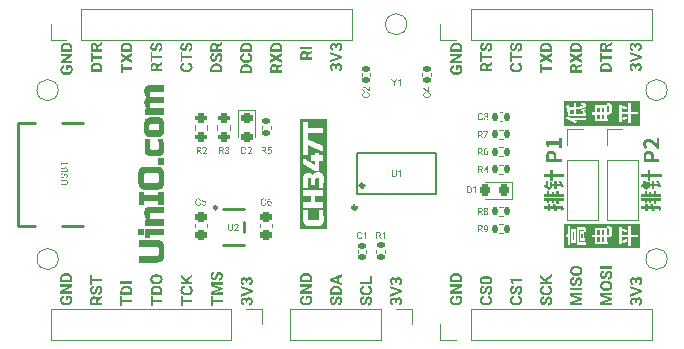
<source format=gto>
%TF.GenerationSoftware,KiCad,Pcbnew,7.0.10*%
%TF.CreationDate,2024-01-31T17:31:42+08:00*%
%TF.ProjectId,UINIO-USB-Serial,55494e49-4f2d-4555-9342-2d5365726961,Version 1.0.0*%
%TF.SameCoordinates,PX7ba4d50PY51e45b0*%
%TF.FileFunction,Legend,Top*%
%TF.FilePolarity,Positive*%
%FSLAX46Y46*%
G04 Gerber Fmt 4.6, Leading zero omitted, Abs format (unit mm)*
G04 Created by KiCad (PCBNEW 7.0.10) date 2024-01-31 17:31:42*
%MOMM*%
%LPD*%
G01*
G04 APERTURE LIST*
G04 Aperture macros list*
%AMRoundRect*
0 Rectangle with rounded corners*
0 $1 Rounding radius*
0 $2 $3 $4 $5 $6 $7 $8 $9 X,Y pos of 4 corners*
0 Add a 4 corners polygon primitive as box body*
4,1,4,$2,$3,$4,$5,$6,$7,$8,$9,$2,$3,0*
0 Add four circle primitives for the rounded corners*
1,1,$1+$1,$2,$3*
1,1,$1+$1,$4,$5*
1,1,$1+$1,$6,$7*
1,1,$1+$1,$8,$9*
0 Add four rect primitives between the rounded corners*
20,1,$1+$1,$2,$3,$4,$5,0*
20,1,$1+$1,$4,$5,$6,$7,0*
20,1,$1+$1,$6,$7,$8,$9,0*
20,1,$1+$1,$8,$9,$2,$3,0*%
G04 Aperture macros list end*
%ADD10C,0.240000*%
%ADD11C,0.300000*%
%ADD12C,0.260000*%
%ADD13C,0.220000*%
%ADD14C,0.150000*%
%ADD15C,0.100000*%
%ADD16C,0.120000*%
%ADD17C,0.254000*%
%ADD18C,0.152000*%
%ADD19R,1.700000X1.700000*%
%ADD20O,1.700000X1.700000*%
%ADD21C,1.200000*%
%ADD22RoundRect,0.135000X0.135000X0.185000X-0.135000X0.185000X-0.135000X-0.185000X0.135000X-0.185000X0*%
%ADD23RoundRect,0.225000X0.250000X-0.225000X0.250000X0.225000X-0.250000X0.225000X-0.250000X-0.225000X0*%
%ADD24R,1.000000X0.600000*%
%ADD25RoundRect,0.140000X-0.170000X0.140000X-0.170000X-0.140000X0.170000X-0.140000X0.170000X0.140000X0*%
%ADD26C,0.650000*%
%ADD27O,2.100000X1.000000*%
%ADD28O,1.900000X1.000000*%
%ADD29R,1.150000X0.600000*%
%ADD30R,1.150000X0.300000*%
%ADD31O,0.364000X1.742000*%
%ADD32RoundRect,0.218750X0.218750X0.256250X-0.218750X0.256250X-0.218750X-0.256250X0.218750X-0.256250X0*%
%ADD33RoundRect,0.218750X-0.256250X0.218750X-0.256250X-0.218750X0.256250X-0.218750X0.256250X0.218750X0*%
%ADD34RoundRect,0.135000X-0.135000X-0.185000X0.135000X-0.185000X0.135000X0.185000X-0.135000X0.185000X0*%
%ADD35RoundRect,0.140000X-0.140000X-0.170000X0.140000X-0.170000X0.140000X0.170000X-0.140000X0.170000X0*%
%ADD36RoundRect,0.200000X0.275000X-0.200000X0.275000X0.200000X-0.275000X0.200000X-0.275000X-0.200000X0*%
%ADD37RoundRect,0.140000X0.170000X-0.140000X0.170000X0.140000X-0.170000X0.140000X-0.170000X-0.140000X0*%
%ADD38RoundRect,0.135000X-0.185000X0.135000X-0.185000X-0.135000X0.185000X-0.135000X0.185000X0.135000X0*%
%ADD39R,1.200000X1.400000*%
%ADD40RoundRect,0.135000X0.185000X-0.135000X0.185000X0.135000X-0.185000X0.135000X-0.185000X-0.135000X0*%
G04 APERTURE END LIST*
D10*
G36*
X3526666Y-24563000D02*
G01*
X3162011Y-24750334D01*
X3162011Y-24914710D01*
X3526666Y-24914710D01*
X3526666Y-25120607D01*
X2526247Y-25120607D01*
X2526247Y-24914710D01*
X2693065Y-24914710D01*
X2995193Y-24914710D01*
X2995193Y-24748381D01*
X2994843Y-24734127D01*
X2993793Y-24720491D01*
X2992044Y-24707474D01*
X2989595Y-24695075D01*
X2986445Y-24683294D01*
X2982596Y-24672131D01*
X2978048Y-24661587D01*
X2972799Y-24651660D01*
X2966851Y-24642352D01*
X2960202Y-24633663D01*
X2955381Y-24628213D01*
X2947655Y-24620574D01*
X2939405Y-24613687D01*
X2930630Y-24607551D01*
X2921333Y-24602167D01*
X2911511Y-24597534D01*
X2901165Y-24593652D01*
X2890296Y-24590521D01*
X2878903Y-24588142D01*
X2866986Y-24586514D01*
X2854545Y-24585638D01*
X2845961Y-24585471D01*
X2832857Y-24585825D01*
X2820289Y-24586887D01*
X2808259Y-24588658D01*
X2796765Y-24591138D01*
X2785808Y-24594326D01*
X2775387Y-24598222D01*
X2765503Y-24602826D01*
X2756156Y-24608139D01*
X2747345Y-24614161D01*
X2739071Y-24620891D01*
X2733853Y-24625771D01*
X2726564Y-24633661D01*
X2719991Y-24642311D01*
X2714136Y-24651722D01*
X2708998Y-24661892D01*
X2704576Y-24672822D01*
X2700872Y-24684512D01*
X2697884Y-24696962D01*
X2695614Y-24710172D01*
X2694060Y-24724142D01*
X2693224Y-24738871D01*
X2693065Y-24749113D01*
X2693065Y-24914710D01*
X2526247Y-24914710D01*
X2526247Y-24749113D01*
X2526324Y-24738110D01*
X2526557Y-24727266D01*
X2526944Y-24716581D01*
X2527487Y-24706054D01*
X2528185Y-24695686D01*
X2529037Y-24685477D01*
X2530045Y-24675428D01*
X2531208Y-24665536D01*
X2532526Y-24655804D01*
X2535627Y-24636816D01*
X2539347Y-24618464D01*
X2543688Y-24600746D01*
X2548650Y-24583665D01*
X2554231Y-24567218D01*
X2560432Y-24551407D01*
X2567254Y-24536232D01*
X2574696Y-24521692D01*
X2582758Y-24507787D01*
X2591440Y-24494518D01*
X2600742Y-24481884D01*
X2605626Y-24475806D01*
X2615773Y-24464152D01*
X2626432Y-24453251D01*
X2637602Y-24443102D01*
X2649284Y-24433704D01*
X2661477Y-24425058D01*
X2674182Y-24417164D01*
X2687397Y-24410022D01*
X2701125Y-24403632D01*
X2715363Y-24397993D01*
X2730113Y-24393106D01*
X2745375Y-24388971D01*
X2761147Y-24385588D01*
X2777431Y-24382957D01*
X2794227Y-24381077D01*
X2811534Y-24379950D01*
X2829352Y-24379574D01*
X2842042Y-24379747D01*
X2854467Y-24380265D01*
X2866627Y-24381128D01*
X2878521Y-24382337D01*
X2890151Y-24383891D01*
X2901514Y-24385791D01*
X2912613Y-24388035D01*
X2923447Y-24390626D01*
X2934015Y-24393561D01*
X2944318Y-24396843D01*
X2954356Y-24400469D01*
X2964128Y-24404441D01*
X2973636Y-24408758D01*
X2982878Y-24413421D01*
X2991855Y-24418428D01*
X3000566Y-24423782D01*
X3009036Y-24429487D01*
X3017286Y-24435551D01*
X3025316Y-24441974D01*
X3033127Y-24448756D01*
X3040719Y-24455896D01*
X3048091Y-24463395D01*
X3055243Y-24471253D01*
X3062177Y-24479469D01*
X3068890Y-24488044D01*
X3075385Y-24496978D01*
X3081660Y-24506271D01*
X3087715Y-24515922D01*
X3093551Y-24525933D01*
X3099168Y-24536301D01*
X3104565Y-24547029D01*
X3109743Y-24558115D01*
X3517140Y-24341716D01*
X3526666Y-24341716D01*
X3526666Y-24563000D01*
G37*
G36*
X3265326Y-23709127D02*
G01*
X3254575Y-23709490D01*
X3244306Y-23710578D01*
X3234517Y-23712392D01*
X3222213Y-23715940D01*
X3210764Y-23720777D01*
X3200170Y-23726904D01*
X3190431Y-23734321D01*
X3181547Y-23743028D01*
X3175444Y-23750404D01*
X3169507Y-23758680D01*
X3163509Y-23768119D01*
X3157451Y-23778721D01*
X3151333Y-23790487D01*
X3145155Y-23803416D01*
X3141003Y-23812682D01*
X3136824Y-23822465D01*
X3132618Y-23832765D01*
X3128386Y-23843583D01*
X3124127Y-23854917D01*
X3119841Y-23866769D01*
X3115529Y-23879137D01*
X3111190Y-23892023D01*
X3109010Y-23898660D01*
X3104649Y-23911888D01*
X3100298Y-23924767D01*
X3095956Y-23937297D01*
X3091623Y-23949477D01*
X3087300Y-23961309D01*
X3082987Y-23972791D01*
X3078683Y-23983924D01*
X3074389Y-23994708D01*
X3070104Y-24005143D01*
X3065829Y-24015228D01*
X3061563Y-24024965D01*
X3057307Y-24034352D01*
X3053060Y-24043390D01*
X3046709Y-24056292D01*
X3040378Y-24068408D01*
X3034530Y-24078882D01*
X3028557Y-24089023D01*
X3022459Y-24098832D01*
X3016236Y-24108308D01*
X3009888Y-24117451D01*
X3003415Y-24126263D01*
X2996817Y-24134741D01*
X2990094Y-24142887D01*
X2983247Y-24150701D01*
X2976274Y-24158182D01*
X2969176Y-24165331D01*
X2961953Y-24172147D01*
X2954605Y-24178630D01*
X2939535Y-24190600D01*
X2923964Y-24201240D01*
X2907894Y-24210550D01*
X2891324Y-24218530D01*
X2874253Y-24225180D01*
X2856683Y-24230500D01*
X2838613Y-24234490D01*
X2820043Y-24237149D01*
X2800973Y-24238479D01*
X2791250Y-24238646D01*
X2781152Y-24238467D01*
X2771192Y-24237932D01*
X2761369Y-24237040D01*
X2746892Y-24235033D01*
X2732724Y-24232223D01*
X2718865Y-24228610D01*
X2705315Y-24224194D01*
X2692074Y-24218976D01*
X2679143Y-24212954D01*
X2666520Y-24206130D01*
X2654207Y-24198503D01*
X2646170Y-24192972D01*
X2638310Y-24187108D01*
X2630668Y-24180932D01*
X2623244Y-24174445D01*
X2616037Y-24167647D01*
X2609047Y-24160539D01*
X2602275Y-24153119D01*
X2595721Y-24145388D01*
X2589384Y-24137346D01*
X2583264Y-24128993D01*
X2577362Y-24120329D01*
X2571678Y-24111354D01*
X2566211Y-24102068D01*
X2560962Y-24092471D01*
X2555930Y-24082563D01*
X2551116Y-24072344D01*
X2546519Y-24061814D01*
X2542171Y-24051046D01*
X2538104Y-24040114D01*
X2534317Y-24029019D01*
X2530811Y-24017759D01*
X2527585Y-24006334D01*
X2524640Y-23994746D01*
X2521975Y-23982994D01*
X2519591Y-23971078D01*
X2517487Y-23958997D01*
X2515664Y-23946753D01*
X2514121Y-23934344D01*
X2512859Y-23921771D01*
X2511877Y-23909034D01*
X2511176Y-23896133D01*
X2510756Y-23883068D01*
X2510615Y-23869839D01*
X2510768Y-23856528D01*
X2511226Y-23843400D01*
X2511989Y-23830455D01*
X2513058Y-23817693D01*
X2514432Y-23805115D01*
X2516111Y-23792719D01*
X2518095Y-23780507D01*
X2520385Y-23768478D01*
X2522980Y-23756632D01*
X2525880Y-23744970D01*
X2529086Y-23733490D01*
X2532597Y-23722194D01*
X2536413Y-23711081D01*
X2540535Y-23700151D01*
X2544962Y-23689405D01*
X2549694Y-23678841D01*
X2554674Y-23668515D01*
X2559907Y-23658481D01*
X2565391Y-23648739D01*
X2571126Y-23639289D01*
X2577114Y-23630131D01*
X2583354Y-23621265D01*
X2589845Y-23612690D01*
X2596589Y-23604408D01*
X2603584Y-23596418D01*
X2610831Y-23588719D01*
X2618330Y-23581313D01*
X2626081Y-23574198D01*
X2634084Y-23567376D01*
X2642338Y-23560845D01*
X2650845Y-23554606D01*
X2659603Y-23548660D01*
X2668563Y-23543040D01*
X2677674Y-23537783D01*
X2686935Y-23532889D01*
X2696347Y-23528357D01*
X2705909Y-23524188D01*
X2715623Y-23520381D01*
X2725487Y-23516937D01*
X2735502Y-23513855D01*
X2745668Y-23511136D01*
X2755984Y-23508779D01*
X2766451Y-23506785D01*
X2777069Y-23505154D01*
X2787838Y-23503885D01*
X2798757Y-23502979D01*
X2809827Y-23502435D01*
X2821048Y-23502254D01*
X2821048Y-23708394D01*
X2808315Y-23708774D01*
X2796127Y-23709914D01*
X2784484Y-23711814D01*
X2773386Y-23714474D01*
X2762834Y-23717893D01*
X2752827Y-23722073D01*
X2743365Y-23727013D01*
X2734449Y-23732712D01*
X2726077Y-23739171D01*
X2718251Y-23746390D01*
X2713337Y-23751625D01*
X2706440Y-23760040D01*
X2700222Y-23769074D01*
X2694682Y-23778725D01*
X2689821Y-23788995D01*
X2685638Y-23799883D01*
X2682133Y-23811389D01*
X2679306Y-23823513D01*
X2677158Y-23836256D01*
X2675689Y-23849616D01*
X2674897Y-23863596D01*
X2674746Y-23873258D01*
X2675030Y-23887115D01*
X2675880Y-23900384D01*
X2677297Y-23913064D01*
X2679280Y-23925156D01*
X2681830Y-23936660D01*
X2684947Y-23947576D01*
X2688631Y-23957904D01*
X2692881Y-23967643D01*
X2697699Y-23976794D01*
X2703082Y-23985357D01*
X2706987Y-23990739D01*
X2715367Y-24000585D01*
X2724389Y-24009118D01*
X2734052Y-24016339D01*
X2744356Y-24022247D01*
X2755301Y-24026841D01*
X2766887Y-24030123D01*
X2779114Y-24032093D01*
X2791983Y-24032749D01*
X2804012Y-24031982D01*
X2815552Y-24029681D01*
X2826604Y-24025845D01*
X2837168Y-24020476D01*
X2847243Y-24013572D01*
X2856829Y-24005134D01*
X2863699Y-23997799D01*
X2870293Y-23989601D01*
X2874537Y-23983656D01*
X2880727Y-23974000D01*
X2886839Y-23963532D01*
X2892874Y-23952253D01*
X2898832Y-23940162D01*
X2904712Y-23927260D01*
X2908589Y-23918207D01*
X2912432Y-23908795D01*
X2916241Y-23899021D01*
X2920015Y-23888887D01*
X2923755Y-23878392D01*
X2927461Y-23867537D01*
X2931132Y-23856320D01*
X2934769Y-23844744D01*
X2936575Y-23838820D01*
X2939927Y-23827922D01*
X2943330Y-23817211D01*
X2946781Y-23806687D01*
X2950283Y-23796349D01*
X2953834Y-23786197D01*
X2957435Y-23776232D01*
X2961085Y-23766453D01*
X2964785Y-23756861D01*
X2968534Y-23747456D01*
X2972333Y-23738237D01*
X2976182Y-23729204D01*
X2984028Y-23711699D01*
X2992073Y-23694940D01*
X3000316Y-23678927D01*
X3008758Y-23663660D01*
X3017398Y-23649139D01*
X3026237Y-23635364D01*
X3035274Y-23622335D01*
X3044509Y-23610052D01*
X3053943Y-23598515D01*
X3063575Y-23587725D01*
X3068466Y-23582609D01*
X3078417Y-23572879D01*
X3088669Y-23563776D01*
X3099223Y-23555301D01*
X3110079Y-23547454D01*
X3121236Y-23540234D01*
X3132694Y-23533643D01*
X3144454Y-23527679D01*
X3156515Y-23522342D01*
X3168878Y-23517634D01*
X3181543Y-23513554D01*
X3194509Y-23510101D01*
X3207776Y-23507276D01*
X3221345Y-23505079D01*
X3235215Y-23503509D01*
X3249387Y-23502567D01*
X3263860Y-23502254D01*
X3279943Y-23502638D01*
X3295585Y-23503791D01*
X3310786Y-23505714D01*
X3325547Y-23508405D01*
X3339866Y-23511866D01*
X3353745Y-23516095D01*
X3367184Y-23521094D01*
X3380181Y-23526861D01*
X3392737Y-23533397D01*
X3404853Y-23540703D01*
X3416528Y-23548777D01*
X3427762Y-23557620D01*
X3438556Y-23567233D01*
X3448908Y-23577614D01*
X3458820Y-23588764D01*
X3468291Y-23600683D01*
X3477253Y-23613222D01*
X3485637Y-23626291D01*
X3493442Y-23639890D01*
X3500669Y-23654020D01*
X3507318Y-23668680D01*
X3513389Y-23683871D01*
X3518881Y-23699592D01*
X3523796Y-23715844D01*
X3528132Y-23732626D01*
X3531890Y-23749939D01*
X3535070Y-23767782D01*
X3537672Y-23786155D01*
X3539695Y-23805059D01*
X3541141Y-23824494D01*
X3541647Y-23834410D01*
X3542008Y-23844459D01*
X3542225Y-23854640D01*
X3542297Y-23864954D01*
X3542132Y-23879314D01*
X3541637Y-23893511D01*
X3540812Y-23907547D01*
X3539656Y-23921420D01*
X3538171Y-23935131D01*
X3536355Y-23948680D01*
X3534209Y-23962066D01*
X3531734Y-23975291D01*
X3528928Y-23988353D01*
X3525792Y-24001253D01*
X3522325Y-24013991D01*
X3518529Y-24026567D01*
X3514403Y-24038980D01*
X3509946Y-24051231D01*
X3505160Y-24063320D01*
X3500043Y-24075247D01*
X3494609Y-24086917D01*
X3488930Y-24098237D01*
X3483007Y-24109205D01*
X3476840Y-24119822D01*
X3470429Y-24130087D01*
X3463773Y-24140002D01*
X3456873Y-24149566D01*
X3449729Y-24158778D01*
X3442341Y-24167640D01*
X3434708Y-24176150D01*
X3426831Y-24184309D01*
X3418710Y-24192117D01*
X3410345Y-24199574D01*
X3401735Y-24206680D01*
X3392881Y-24213435D01*
X3383783Y-24219839D01*
X3374442Y-24225873D01*
X3364919Y-24231517D01*
X3355216Y-24236772D01*
X3345330Y-24241638D01*
X3335264Y-24246114D01*
X3325016Y-24250201D01*
X3314587Y-24253899D01*
X3303977Y-24257208D01*
X3293186Y-24260128D01*
X3282213Y-24262658D01*
X3271059Y-24264799D01*
X3259723Y-24266550D01*
X3248207Y-24267913D01*
X3236509Y-24268886D01*
X3224630Y-24269470D01*
X3212569Y-24269665D01*
X3212569Y-24062791D01*
X3222832Y-24062598D01*
X3232770Y-24062018D01*
X3251667Y-24059700D01*
X3269261Y-24055836D01*
X3285552Y-24050426D01*
X3300540Y-24043471D01*
X3314224Y-24034970D01*
X3326605Y-24024924D01*
X3337683Y-24013332D01*
X3347457Y-24000194D01*
X3355928Y-23985511D01*
X3363096Y-23969282D01*
X3368961Y-23951508D01*
X3371405Y-23942041D01*
X3373522Y-23932188D01*
X3375314Y-23921948D01*
X3376781Y-23911322D01*
X3377921Y-23900310D01*
X3378735Y-23888911D01*
X3379224Y-23877126D01*
X3379387Y-23864954D01*
X3379123Y-23851455D01*
X3378331Y-23838527D01*
X3377011Y-23826170D01*
X3375162Y-23814384D01*
X3372786Y-23803170D01*
X3369882Y-23792526D01*
X3366449Y-23782453D01*
X3362489Y-23772951D01*
X3358000Y-23764020D01*
X3351193Y-23753001D01*
X3349345Y-23750404D01*
X3341461Y-23740730D01*
X3332828Y-23732346D01*
X3323448Y-23725251D01*
X3313319Y-23719446D01*
X3302443Y-23714932D01*
X3290819Y-23711707D01*
X3278446Y-23709772D01*
X3268676Y-23709168D01*
X3265326Y-23709127D01*
G37*
G36*
X2693065Y-22614187D02*
G01*
X2693065Y-22920467D01*
X3526666Y-22920467D01*
X3526666Y-23126608D01*
X2693065Y-23126608D01*
X2693065Y-23428736D01*
X2526247Y-23428736D01*
X2526247Y-22614187D01*
X2693065Y-22614187D01*
G37*
G36*
X26101992Y-24602079D02*
G01*
X26091241Y-24602442D01*
X26080972Y-24603530D01*
X26071183Y-24605344D01*
X26058879Y-24608891D01*
X26047430Y-24613729D01*
X26036836Y-24619856D01*
X26027097Y-24627273D01*
X26018213Y-24635979D01*
X26012110Y-24643356D01*
X26006173Y-24651631D01*
X26000175Y-24661070D01*
X25994117Y-24671673D01*
X25987999Y-24683439D01*
X25981821Y-24696368D01*
X25977669Y-24705634D01*
X25973490Y-24715417D01*
X25969284Y-24725717D01*
X25965052Y-24736535D01*
X25960793Y-24747869D01*
X25956507Y-24759720D01*
X25952195Y-24772089D01*
X25947856Y-24784975D01*
X25945676Y-24791612D01*
X25941315Y-24804840D01*
X25936964Y-24817719D01*
X25932622Y-24830249D01*
X25928289Y-24842429D01*
X25923966Y-24854261D01*
X25919653Y-24865743D01*
X25915349Y-24876876D01*
X25911055Y-24887660D01*
X25906770Y-24898095D01*
X25902495Y-24908180D01*
X25898229Y-24917917D01*
X25893973Y-24927304D01*
X25889726Y-24936342D01*
X25883375Y-24949244D01*
X25877044Y-24961360D01*
X25871196Y-24971834D01*
X25865223Y-24981975D01*
X25859125Y-24991784D01*
X25852902Y-25001260D01*
X25846554Y-25010403D01*
X25840081Y-25019214D01*
X25833483Y-25027693D01*
X25826760Y-25035839D01*
X25819913Y-25043653D01*
X25812940Y-25051134D01*
X25805842Y-25058282D01*
X25798619Y-25065099D01*
X25791271Y-25071582D01*
X25776201Y-25083552D01*
X25760630Y-25094192D01*
X25744560Y-25103502D01*
X25727990Y-25111482D01*
X25710919Y-25118132D01*
X25693349Y-25123451D01*
X25675279Y-25127441D01*
X25656709Y-25130101D01*
X25637639Y-25131431D01*
X25627916Y-25131598D01*
X25617818Y-25131419D01*
X25607858Y-25130884D01*
X25598035Y-25129992D01*
X25583558Y-25127985D01*
X25569390Y-25125175D01*
X25555531Y-25121562D01*
X25541981Y-25117146D01*
X25528740Y-25111928D01*
X25515809Y-25105906D01*
X25503186Y-25099082D01*
X25490873Y-25091455D01*
X25482836Y-25085924D01*
X25474976Y-25080059D01*
X25467334Y-25073884D01*
X25459910Y-25067397D01*
X25452703Y-25060599D01*
X25445713Y-25053490D01*
X25438941Y-25046071D01*
X25432387Y-25038340D01*
X25426050Y-25030298D01*
X25419930Y-25021945D01*
X25414028Y-25013281D01*
X25408344Y-25004306D01*
X25402877Y-24995020D01*
X25397628Y-24985423D01*
X25392596Y-24975515D01*
X25387782Y-24965296D01*
X25383185Y-24954766D01*
X25378837Y-24943998D01*
X25374770Y-24933066D01*
X25370983Y-24921970D01*
X25367477Y-24910710D01*
X25364251Y-24899286D01*
X25361306Y-24887698D01*
X25358641Y-24875946D01*
X25356257Y-24864030D01*
X25354153Y-24851949D01*
X25352330Y-24839704D01*
X25350787Y-24827296D01*
X25349525Y-24814723D01*
X25348543Y-24801986D01*
X25347842Y-24789085D01*
X25347422Y-24776020D01*
X25347281Y-24762791D01*
X25347434Y-24749480D01*
X25347892Y-24736352D01*
X25348655Y-24723407D01*
X25349724Y-24710645D01*
X25351098Y-24698066D01*
X25352777Y-24685671D01*
X25354761Y-24673459D01*
X25357051Y-24661430D01*
X25359646Y-24649584D01*
X25362546Y-24637922D01*
X25365752Y-24626442D01*
X25369263Y-24615146D01*
X25373079Y-24604033D01*
X25377201Y-24593103D01*
X25381628Y-24582356D01*
X25386360Y-24571793D01*
X25391340Y-24561467D01*
X25396573Y-24551433D01*
X25402057Y-24541691D01*
X25407792Y-24532241D01*
X25413780Y-24523083D01*
X25420020Y-24514217D01*
X25426511Y-24505642D01*
X25433255Y-24497360D01*
X25440250Y-24489370D01*
X25447497Y-24481671D01*
X25454996Y-24474265D01*
X25462747Y-24467150D01*
X25470750Y-24460328D01*
X25479004Y-24453797D01*
X25487511Y-24447558D01*
X25496269Y-24441612D01*
X25505229Y-24435992D01*
X25514340Y-24430735D01*
X25523601Y-24425841D01*
X25533013Y-24421309D01*
X25542575Y-24417140D01*
X25552289Y-24413333D01*
X25562153Y-24409889D01*
X25572168Y-24406807D01*
X25582334Y-24404088D01*
X25592650Y-24401731D01*
X25603117Y-24399737D01*
X25613735Y-24398106D01*
X25624504Y-24396837D01*
X25635423Y-24395930D01*
X25646493Y-24395387D01*
X25657714Y-24395205D01*
X25657714Y-24601346D01*
X25644981Y-24601726D01*
X25632793Y-24602866D01*
X25621150Y-24604766D01*
X25610052Y-24607426D01*
X25599500Y-24610845D01*
X25589493Y-24615025D01*
X25580031Y-24619964D01*
X25571115Y-24625664D01*
X25562743Y-24632123D01*
X25554917Y-24639342D01*
X25550003Y-24644577D01*
X25543106Y-24652992D01*
X25536888Y-24662025D01*
X25531348Y-24671677D01*
X25526487Y-24681946D01*
X25522304Y-24692834D01*
X25518799Y-24704340D01*
X25515972Y-24716465D01*
X25513824Y-24729207D01*
X25512355Y-24742568D01*
X25511563Y-24756547D01*
X25511412Y-24766210D01*
X25511696Y-24780067D01*
X25512546Y-24793336D01*
X25513963Y-24806016D01*
X25515946Y-24818108D01*
X25518496Y-24829612D01*
X25521613Y-24840528D01*
X25525297Y-24850855D01*
X25529547Y-24860595D01*
X25534365Y-24869746D01*
X25539748Y-24878309D01*
X25543653Y-24883691D01*
X25552033Y-24893537D01*
X25561055Y-24902070D01*
X25570718Y-24909291D01*
X25581022Y-24915198D01*
X25591967Y-24919793D01*
X25603553Y-24923075D01*
X25615780Y-24925044D01*
X25628649Y-24925701D01*
X25640678Y-24924934D01*
X25652218Y-24922633D01*
X25663270Y-24918797D01*
X25673834Y-24913428D01*
X25683909Y-24906524D01*
X25693495Y-24898086D01*
X25700365Y-24890751D01*
X25706959Y-24882553D01*
X25711203Y-24876608D01*
X25717393Y-24866952D01*
X25723505Y-24856484D01*
X25729540Y-24845204D01*
X25735498Y-24833114D01*
X25741378Y-24820212D01*
X25745255Y-24811159D01*
X25749098Y-24801746D01*
X25752907Y-24791973D01*
X25756681Y-24781839D01*
X25760421Y-24771344D01*
X25764127Y-24760488D01*
X25767798Y-24749272D01*
X25771435Y-24737696D01*
X25773241Y-24731772D01*
X25776593Y-24720874D01*
X25779996Y-24710163D01*
X25783447Y-24699639D01*
X25786949Y-24689300D01*
X25790500Y-24679149D01*
X25794101Y-24669184D01*
X25797751Y-24659405D01*
X25801451Y-24649813D01*
X25805200Y-24640408D01*
X25808999Y-24631189D01*
X25812848Y-24622156D01*
X25820694Y-24604651D01*
X25828739Y-24587892D01*
X25836982Y-24571879D01*
X25845424Y-24556611D01*
X25854064Y-24542090D01*
X25862903Y-24528316D01*
X25871940Y-24515287D01*
X25881175Y-24503004D01*
X25890609Y-24491467D01*
X25900241Y-24480677D01*
X25905132Y-24475561D01*
X25915083Y-24465831D01*
X25925335Y-24456728D01*
X25935889Y-24448253D01*
X25946745Y-24440406D01*
X25957902Y-24433186D01*
X25969360Y-24426594D01*
X25981120Y-24420630D01*
X25993181Y-24415294D01*
X26005544Y-24410586D01*
X26018209Y-24406505D01*
X26031175Y-24403053D01*
X26044442Y-24400228D01*
X26058011Y-24398030D01*
X26071881Y-24396461D01*
X26086053Y-24395519D01*
X26100526Y-24395205D01*
X26116609Y-24395590D01*
X26132251Y-24396743D01*
X26147452Y-24398666D01*
X26162213Y-24401357D01*
X26176532Y-24404818D01*
X26190411Y-24409047D01*
X26203850Y-24414045D01*
X26216847Y-24419813D01*
X26229403Y-24426349D01*
X26241519Y-24433655D01*
X26253194Y-24441729D01*
X26264428Y-24450572D01*
X26275222Y-24460184D01*
X26285574Y-24470566D01*
X26295486Y-24481716D01*
X26304957Y-24493635D01*
X26313919Y-24506174D01*
X26322303Y-24519243D01*
X26330108Y-24532842D01*
X26337335Y-24546972D01*
X26343984Y-24561632D01*
X26350055Y-24576823D01*
X26355547Y-24592544D01*
X26360462Y-24608796D01*
X26364798Y-24625578D01*
X26368556Y-24642891D01*
X26371736Y-24660734D01*
X26374338Y-24679107D01*
X26376361Y-24698011D01*
X26377807Y-24717446D01*
X26378313Y-24727362D01*
X26378674Y-24737411D01*
X26378891Y-24747592D01*
X26378963Y-24757906D01*
X26378798Y-24772266D01*
X26378303Y-24786463D01*
X26377478Y-24800499D01*
X26376322Y-24814372D01*
X26374837Y-24828083D01*
X26373021Y-24841632D01*
X26370875Y-24855018D01*
X26368400Y-24868243D01*
X26365594Y-24881305D01*
X26362458Y-24894205D01*
X26358991Y-24906943D01*
X26355195Y-24919518D01*
X26351069Y-24931932D01*
X26346612Y-24944183D01*
X26341826Y-24956272D01*
X26336709Y-24968199D01*
X26331275Y-24979869D01*
X26325596Y-24991188D01*
X26319673Y-25002156D01*
X26313506Y-25012773D01*
X26307095Y-25023039D01*
X26300439Y-25032954D01*
X26293539Y-25042518D01*
X26286395Y-25051730D01*
X26279007Y-25060592D01*
X26271374Y-25069102D01*
X26263497Y-25077261D01*
X26255376Y-25085069D01*
X26247011Y-25092526D01*
X26238401Y-25099632D01*
X26229547Y-25106387D01*
X26220449Y-25112791D01*
X26211108Y-25118824D01*
X26201585Y-25124469D01*
X26191882Y-25129724D01*
X26181996Y-25134590D01*
X26171930Y-25139066D01*
X26161682Y-25143153D01*
X26151253Y-25146851D01*
X26140643Y-25150160D01*
X26129852Y-25153079D01*
X26118879Y-25155610D01*
X26107725Y-25157751D01*
X26096389Y-25159502D01*
X26084873Y-25160865D01*
X26073175Y-25161838D01*
X26061296Y-25162422D01*
X26049235Y-25162616D01*
X26049235Y-24955743D01*
X26059498Y-24955549D01*
X26069436Y-24954970D01*
X26088333Y-24952651D01*
X26105927Y-24948787D01*
X26122218Y-24943378D01*
X26137206Y-24936423D01*
X26150890Y-24927922D01*
X26163271Y-24917876D01*
X26174349Y-24906284D01*
X26184123Y-24893146D01*
X26192594Y-24878463D01*
X26199762Y-24862234D01*
X26205627Y-24844460D01*
X26208071Y-24834993D01*
X26210188Y-24825140D01*
X26211980Y-24814900D01*
X26213447Y-24804274D01*
X26214587Y-24793262D01*
X26215401Y-24781863D01*
X26215890Y-24770078D01*
X26216053Y-24757906D01*
X26215789Y-24744407D01*
X26214997Y-24731479D01*
X26213677Y-24719122D01*
X26211828Y-24707336D01*
X26209452Y-24696121D01*
X26206548Y-24685477D01*
X26203115Y-24675405D01*
X26199155Y-24665903D01*
X26194666Y-24656972D01*
X26187859Y-24645952D01*
X26186011Y-24643356D01*
X26178127Y-24633682D01*
X26169494Y-24625297D01*
X26160114Y-24618203D01*
X26149985Y-24612398D01*
X26139109Y-24607884D01*
X26127485Y-24604659D01*
X26115112Y-24602724D01*
X26105342Y-24602119D01*
X26101992Y-24602079D01*
G37*
G36*
X26032138Y-23474898D02*
G01*
X26042161Y-23475710D01*
X26052051Y-23476709D01*
X26061806Y-23477896D01*
X26080914Y-23480835D01*
X26099486Y-23484525D01*
X26117522Y-23488968D01*
X26135021Y-23494162D01*
X26151985Y-23500107D01*
X26168412Y-23506805D01*
X26184303Y-23514254D01*
X26199658Y-23522456D01*
X26214477Y-23531409D01*
X26228759Y-23541113D01*
X26242505Y-23551570D01*
X26255716Y-23562779D01*
X26268389Y-23574739D01*
X26280527Y-23587451D01*
X26286395Y-23594089D01*
X26297604Y-23607789D01*
X26308091Y-23622024D01*
X26317854Y-23636793D01*
X26326894Y-23652096D01*
X26335210Y-23667934D01*
X26342804Y-23684306D01*
X26349674Y-23701212D01*
X26355821Y-23718653D01*
X26361245Y-23736627D01*
X26365946Y-23755136D01*
X26369923Y-23774180D01*
X26371641Y-23783902D01*
X26373178Y-23793757D01*
X26374534Y-23803747D01*
X26375709Y-23813869D01*
X26376703Y-23824126D01*
X26377517Y-23834515D01*
X26378149Y-23845039D01*
X26378601Y-23855696D01*
X26378873Y-23866486D01*
X26378963Y-23877411D01*
X26378836Y-23889344D01*
X26378455Y-23901118D01*
X26377821Y-23912732D01*
X26376933Y-23924187D01*
X26375791Y-23935481D01*
X26374395Y-23946616D01*
X26372745Y-23957591D01*
X26370842Y-23968406D01*
X26368685Y-23979062D01*
X26366274Y-23989557D01*
X26363609Y-23999893D01*
X26360691Y-24010069D01*
X26357518Y-24020085D01*
X26354092Y-24029941D01*
X26350412Y-24039638D01*
X26346479Y-24049174D01*
X26342291Y-24058551D01*
X26337850Y-24067768D01*
X26333155Y-24076826D01*
X26328206Y-24085723D01*
X26323004Y-24094461D01*
X26317547Y-24103038D01*
X26311837Y-24111456D01*
X26305873Y-24119715D01*
X26299656Y-24127813D01*
X26293184Y-24135752D01*
X26286459Y-24143531D01*
X26279480Y-24151150D01*
X26272247Y-24158609D01*
X26264760Y-24165908D01*
X26257020Y-24173048D01*
X26249026Y-24180027D01*
X26240810Y-24186804D01*
X26232405Y-24193366D01*
X26223810Y-24199713D01*
X26215026Y-24205845D01*
X26206053Y-24211761D01*
X26196890Y-24217462D01*
X26187538Y-24222949D01*
X26177997Y-24228220D01*
X26168266Y-24233275D01*
X26158346Y-24238116D01*
X26148236Y-24242742D01*
X26137937Y-24247152D01*
X26127449Y-24251348D01*
X26116771Y-24255328D01*
X26105904Y-24259093D01*
X26094848Y-24262643D01*
X26083602Y-24265977D01*
X26072166Y-24269097D01*
X26060542Y-24272001D01*
X26048728Y-24274691D01*
X26036724Y-24277165D01*
X26024531Y-24279424D01*
X26012149Y-24281468D01*
X25999578Y-24283296D01*
X25986817Y-24284910D01*
X25973866Y-24286308D01*
X25960727Y-24287492D01*
X25947397Y-24288460D01*
X25933879Y-24289213D01*
X25920171Y-24289751D01*
X25906274Y-24290073D01*
X25892187Y-24290181D01*
X25830638Y-24290181D01*
X25812669Y-24289982D01*
X25794971Y-24289387D01*
X25777544Y-24288395D01*
X25760388Y-24287006D01*
X25743502Y-24285220D01*
X25726888Y-24283037D01*
X25710545Y-24280457D01*
X25694472Y-24277480D01*
X25678671Y-24274107D01*
X25663141Y-24270336D01*
X25647881Y-24266169D01*
X25632893Y-24261605D01*
X25618175Y-24256643D01*
X25603729Y-24251285D01*
X25589553Y-24245530D01*
X25575648Y-24239378D01*
X25562050Y-24232857D01*
X25548854Y-24225995D01*
X25536061Y-24218790D01*
X25523670Y-24211245D01*
X25511682Y-24203357D01*
X25500097Y-24195128D01*
X25488914Y-24186558D01*
X25478134Y-24177646D01*
X25467757Y-24168392D01*
X25457782Y-24158797D01*
X25448210Y-24148861D01*
X25439040Y-24138582D01*
X25430273Y-24127963D01*
X25421909Y-24117001D01*
X25413947Y-24105698D01*
X25406388Y-24094054D01*
X25399231Y-24082120D01*
X25392535Y-24069950D01*
X25386301Y-24057543D01*
X25380529Y-24044900D01*
X25375218Y-24032020D01*
X25370370Y-24018903D01*
X25365983Y-24005550D01*
X25362058Y-23991960D01*
X25358595Y-23978134D01*
X25355593Y-23964071D01*
X25353053Y-23949771D01*
X25350975Y-23935235D01*
X25349359Y-23920462D01*
X25348205Y-23905453D01*
X25347512Y-23890207D01*
X25347281Y-23874724D01*
X25347372Y-23863967D01*
X25347644Y-23853341D01*
X25348097Y-23842847D01*
X25348731Y-23832485D01*
X25349547Y-23822255D01*
X25350544Y-23812156D01*
X25351722Y-23802188D01*
X25353082Y-23792353D01*
X25354623Y-23782649D01*
X25358248Y-23763636D01*
X25362599Y-23745150D01*
X25367675Y-23727191D01*
X25373475Y-23709758D01*
X25380001Y-23692852D01*
X25387252Y-23676472D01*
X25395228Y-23660619D01*
X25403929Y-23645293D01*
X25413356Y-23630493D01*
X25423507Y-23616220D01*
X25434383Y-23602474D01*
X25440094Y-23595799D01*
X25451987Y-23582927D01*
X25464464Y-23570752D01*
X25477526Y-23559274D01*
X25491171Y-23548492D01*
X25505400Y-23538406D01*
X25520213Y-23529017D01*
X25535610Y-23520325D01*
X25551590Y-23512329D01*
X25568155Y-23505029D01*
X25585304Y-23498426D01*
X25603036Y-23492519D01*
X25621352Y-23487309D01*
X25640252Y-23482795D01*
X25649922Y-23480799D01*
X25659737Y-23478978D01*
X25669698Y-23477330D01*
X25679805Y-23475857D01*
X25690057Y-23474558D01*
X25700456Y-23473433D01*
X25700456Y-23679574D01*
X25688545Y-23680672D01*
X25677051Y-23682073D01*
X25665975Y-23683778D01*
X25655317Y-23685787D01*
X25645077Y-23688098D01*
X25635255Y-23690714D01*
X25625851Y-23693632D01*
X25612528Y-23698579D01*
X25600145Y-23704208D01*
X25588703Y-23710520D01*
X25578200Y-23717514D01*
X25568639Y-23725192D01*
X25560017Y-23733551D01*
X25552204Y-23742636D01*
X25545159Y-23752580D01*
X25538883Y-23763382D01*
X25533375Y-23775042D01*
X25528636Y-23787562D01*
X25524665Y-23800940D01*
X25521463Y-23815176D01*
X25519756Y-23825144D01*
X25518389Y-23835494D01*
X25517365Y-23846226D01*
X25516682Y-23857339D01*
X25516340Y-23868833D01*
X25516297Y-23874724D01*
X25516587Y-23887376D01*
X25517457Y-23899625D01*
X25518908Y-23911472D01*
X25520938Y-23922916D01*
X25523548Y-23933958D01*
X25526739Y-23944596D01*
X25530509Y-23954833D01*
X25534860Y-23964666D01*
X25539790Y-23974097D01*
X25545301Y-23983126D01*
X25551392Y-23991751D01*
X25558063Y-23999975D01*
X25565314Y-24007795D01*
X25573145Y-24015213D01*
X25581556Y-24022228D01*
X25590547Y-24028841D01*
X25600149Y-24035028D01*
X25610392Y-24040828D01*
X25621276Y-24046241D01*
X25632801Y-24051266D01*
X25644967Y-24055903D01*
X25657775Y-24060154D01*
X25671224Y-24064017D01*
X25685313Y-24067493D01*
X25700044Y-24070581D01*
X25715416Y-24073282D01*
X25731429Y-24075595D01*
X25748084Y-24077522D01*
X25765379Y-24079061D01*
X25783316Y-24080212D01*
X25801894Y-24080976D01*
X25821112Y-24081353D01*
X25897072Y-24081353D01*
X25907168Y-24081305D01*
X25917094Y-24081162D01*
X25936433Y-24080586D01*
X25955089Y-24079627D01*
X25973062Y-24078285D01*
X25990352Y-24076559D01*
X26006958Y-24074450D01*
X26022882Y-24071957D01*
X26038122Y-24069080D01*
X26052679Y-24065820D01*
X26066554Y-24062176D01*
X26079745Y-24058149D01*
X26092252Y-24053739D01*
X26104077Y-24048944D01*
X26115219Y-24043767D01*
X26125677Y-24038205D01*
X26135453Y-24032260D01*
X26144562Y-24025903D01*
X26153084Y-24019102D01*
X26161018Y-24011859D01*
X26168365Y-24004173D01*
X26175123Y-23996044D01*
X26181294Y-23987472D01*
X26186877Y-23978458D01*
X26191873Y-23969002D01*
X26196281Y-23959102D01*
X26200101Y-23948760D01*
X26203333Y-23937975D01*
X26205978Y-23926748D01*
X26208035Y-23915077D01*
X26209504Y-23902964D01*
X26210386Y-23890409D01*
X26210680Y-23877411D01*
X26210510Y-23865663D01*
X26210000Y-23854295D01*
X26209151Y-23843307D01*
X26207963Y-23832699D01*
X26206434Y-23822470D01*
X26204566Y-23812621D01*
X26201127Y-23798560D01*
X26196924Y-23785353D01*
X26191957Y-23773000D01*
X26186225Y-23761502D01*
X26179729Y-23750858D01*
X26172469Y-23741069D01*
X26167204Y-23735017D01*
X26158588Y-23726530D01*
X26149135Y-23718748D01*
X26138845Y-23711670D01*
X26127717Y-23705296D01*
X26115752Y-23699626D01*
X26102950Y-23694660D01*
X26089311Y-23690398D01*
X26079753Y-23687948D01*
X26069823Y-23685811D01*
X26059521Y-23683986D01*
X26048847Y-23682475D01*
X26037801Y-23681277D01*
X26032138Y-23680795D01*
X26032138Y-23474898D01*
G37*
G36*
X26197735Y-23138576D02*
G01*
X26197735Y-22700893D01*
X26363332Y-22700893D01*
X26363332Y-23344473D01*
X25362913Y-23344473D01*
X25362913Y-23138576D01*
X26197735Y-23138576D01*
G37*
G36*
X10825470Y-4592854D02*
G01*
X10835493Y-4593666D01*
X10845383Y-4594665D01*
X10855138Y-4595852D01*
X10874246Y-4598791D01*
X10892818Y-4602481D01*
X10910854Y-4606923D01*
X10928353Y-4612117D01*
X10945317Y-4618063D01*
X10961744Y-4624761D01*
X10977635Y-4632210D01*
X10992990Y-4640411D01*
X11007809Y-4649364D01*
X11022091Y-4659069D01*
X11035837Y-4669526D01*
X11049048Y-4680734D01*
X11061721Y-4692695D01*
X11073859Y-4705407D01*
X11079727Y-4712045D01*
X11090936Y-4725745D01*
X11101423Y-4739980D01*
X11111186Y-4754749D01*
X11120226Y-4770052D01*
X11128542Y-4785890D01*
X11136136Y-4802262D01*
X11143006Y-4819168D01*
X11149153Y-4836608D01*
X11154577Y-4854583D01*
X11159278Y-4873092D01*
X11163255Y-4892136D01*
X11164973Y-4901858D01*
X11166510Y-4911713D01*
X11167866Y-4921702D01*
X11169041Y-4931825D01*
X11170035Y-4942081D01*
X11170849Y-4952471D01*
X11171481Y-4962995D01*
X11171933Y-4973652D01*
X11172205Y-4984442D01*
X11172295Y-4995366D01*
X11172168Y-5007300D01*
X11171787Y-5019074D01*
X11171153Y-5030688D01*
X11170265Y-5042143D01*
X11169123Y-5053437D01*
X11167727Y-5064572D01*
X11166077Y-5075547D01*
X11164174Y-5086362D01*
X11162017Y-5097017D01*
X11159606Y-5107513D01*
X11156941Y-5117849D01*
X11154023Y-5128025D01*
X11150850Y-5138041D01*
X11147424Y-5147897D01*
X11143744Y-5157593D01*
X11139811Y-5167130D01*
X11135623Y-5176507D01*
X11131182Y-5185724D01*
X11126487Y-5194781D01*
X11121538Y-5203679D01*
X11116336Y-5212416D01*
X11110879Y-5220994D01*
X11105169Y-5229412D01*
X11099205Y-5237670D01*
X11092988Y-5245769D01*
X11086516Y-5253708D01*
X11079791Y-5261486D01*
X11072812Y-5269105D01*
X11065579Y-5276564D01*
X11058092Y-5283864D01*
X11050352Y-5291003D01*
X11042358Y-5297983D01*
X11034142Y-5304760D01*
X11025737Y-5311322D01*
X11017142Y-5317669D01*
X11008358Y-5323800D01*
X10999385Y-5329717D01*
X10990222Y-5335418D01*
X10980870Y-5340904D01*
X10971329Y-5346175D01*
X10961598Y-5351231D01*
X10951678Y-5356072D01*
X10941568Y-5360698D01*
X10931269Y-5365108D01*
X10920781Y-5369303D01*
X10910103Y-5373283D01*
X10899236Y-5377048D01*
X10888180Y-5380598D01*
X10876934Y-5383933D01*
X10865498Y-5387053D01*
X10853874Y-5389957D01*
X10842060Y-5392646D01*
X10830056Y-5395121D01*
X10817863Y-5397380D01*
X10805481Y-5399423D01*
X10792910Y-5401252D01*
X10780149Y-5402866D01*
X10767198Y-5404264D01*
X10754059Y-5405447D01*
X10740729Y-5406416D01*
X10727211Y-5407169D01*
X10713503Y-5407706D01*
X10699606Y-5408029D01*
X10685519Y-5408137D01*
X10623970Y-5408137D01*
X10606001Y-5407938D01*
X10588303Y-5407343D01*
X10570876Y-5406351D01*
X10553720Y-5404962D01*
X10536834Y-5403176D01*
X10520220Y-5400993D01*
X10503877Y-5398413D01*
X10487804Y-5395436D01*
X10472003Y-5392062D01*
X10456473Y-5388292D01*
X10441213Y-5384125D01*
X10426225Y-5379560D01*
X10411507Y-5374599D01*
X10397061Y-5369241D01*
X10382885Y-5363486D01*
X10368980Y-5357334D01*
X10355382Y-5350813D01*
X10342186Y-5343950D01*
X10329393Y-5336746D01*
X10317002Y-5329200D01*
X10305014Y-5321313D01*
X10293429Y-5313084D01*
X10282246Y-5304514D01*
X10271466Y-5295602D01*
X10261089Y-5286348D01*
X10251114Y-5276753D01*
X10241542Y-5266816D01*
X10232372Y-5256538D01*
X10223605Y-5245918D01*
X10215241Y-5234957D01*
X10207279Y-5223654D01*
X10199720Y-5212010D01*
X10192563Y-5200076D01*
X10185867Y-5187906D01*
X10179633Y-5175499D01*
X10173861Y-5162856D01*
X10168550Y-5149976D01*
X10163702Y-5136859D01*
X10159315Y-5123506D01*
X10155390Y-5109916D01*
X10151927Y-5096090D01*
X10148925Y-5082027D01*
X10146385Y-5067727D01*
X10144307Y-5053191D01*
X10142691Y-5038418D01*
X10141537Y-5023408D01*
X10140844Y-5008162D01*
X10140613Y-4992680D01*
X10140704Y-4981922D01*
X10140976Y-4971297D01*
X10141429Y-4960803D01*
X10142063Y-4950441D01*
X10142879Y-4940210D01*
X10143876Y-4930111D01*
X10145054Y-4920144D01*
X10146414Y-4910309D01*
X10147955Y-4900605D01*
X10151580Y-4881592D01*
X10155931Y-4863106D01*
X10161007Y-4845146D01*
X10166807Y-4827714D01*
X10173333Y-4810807D01*
X10180584Y-4794428D01*
X10188560Y-4778575D01*
X10197261Y-4763249D01*
X10206688Y-4748449D01*
X10216839Y-4734176D01*
X10227715Y-4720430D01*
X10233426Y-4713754D01*
X10245319Y-4700883D01*
X10257796Y-4688708D01*
X10270858Y-4677230D01*
X10284503Y-4666448D01*
X10298732Y-4656362D01*
X10313545Y-4646973D01*
X10328942Y-4638280D01*
X10344922Y-4630284D01*
X10361487Y-4622985D01*
X10378636Y-4616382D01*
X10396368Y-4610475D01*
X10414684Y-4605265D01*
X10433584Y-4600751D01*
X10443254Y-4598755D01*
X10453069Y-4596934D01*
X10463030Y-4595286D01*
X10473137Y-4593813D01*
X10483389Y-4592514D01*
X10493788Y-4591389D01*
X10493788Y-4797530D01*
X10481877Y-4798628D01*
X10470383Y-4800029D01*
X10459307Y-4801734D01*
X10448649Y-4803743D01*
X10438409Y-4806054D01*
X10428587Y-4808669D01*
X10419183Y-4811588D01*
X10405860Y-4816535D01*
X10393477Y-4822164D01*
X10382035Y-4828476D01*
X10371532Y-4835470D01*
X10361971Y-4843147D01*
X10353349Y-4851507D01*
X10345536Y-4860592D01*
X10338491Y-4870535D01*
X10332215Y-4881337D01*
X10326707Y-4892998D01*
X10321968Y-4905517D01*
X10317997Y-4918895D01*
X10314795Y-4933132D01*
X10313088Y-4943100D01*
X10311721Y-4953450D01*
X10310697Y-4964181D01*
X10310014Y-4975295D01*
X10309672Y-4986789D01*
X10309629Y-4992680D01*
X10309919Y-5005332D01*
X10310789Y-5017581D01*
X10312240Y-5029428D01*
X10314270Y-5040872D01*
X10316880Y-5051913D01*
X10320071Y-5062552D01*
X10323841Y-5072788D01*
X10328192Y-5082622D01*
X10333122Y-5092053D01*
X10338633Y-5101081D01*
X10344724Y-5109707D01*
X10351395Y-5117930D01*
X10358646Y-5125751D01*
X10366477Y-5133169D01*
X10374888Y-5140184D01*
X10383879Y-5146797D01*
X10393481Y-5152984D01*
X10403724Y-5158784D01*
X10414608Y-5164196D01*
X10426133Y-5169221D01*
X10438299Y-5173859D01*
X10451107Y-5178110D01*
X10464556Y-5181973D01*
X10478645Y-5185448D01*
X10493376Y-5188537D01*
X10508748Y-5191238D01*
X10524761Y-5193551D01*
X10541416Y-5195478D01*
X10558711Y-5197016D01*
X10576648Y-5198168D01*
X10595226Y-5198932D01*
X10614444Y-5199309D01*
X10690404Y-5199309D01*
X10700500Y-5199261D01*
X10710426Y-5199117D01*
X10729765Y-5198542D01*
X10748421Y-5197583D01*
X10766394Y-5196241D01*
X10783684Y-5194515D01*
X10800290Y-5192405D01*
X10816214Y-5189912D01*
X10831454Y-5187036D01*
X10846011Y-5183776D01*
X10859886Y-5180132D01*
X10873077Y-5176105D01*
X10885584Y-5171694D01*
X10897409Y-5166900D01*
X10908551Y-5161722D01*
X10919009Y-5156161D01*
X10928785Y-5150216D01*
X10937894Y-5143858D01*
X10946416Y-5137058D01*
X10954350Y-5129814D01*
X10961697Y-5122128D01*
X10968455Y-5114000D01*
X10974626Y-5105428D01*
X10980209Y-5096414D01*
X10985205Y-5086957D01*
X10989613Y-5077058D01*
X10993433Y-5066716D01*
X10996665Y-5055931D01*
X10999310Y-5044703D01*
X11001367Y-5033033D01*
X11002836Y-5020920D01*
X11003718Y-5008365D01*
X11004012Y-4995366D01*
X11003842Y-4983619D01*
X11003332Y-4972251D01*
X11002483Y-4961263D01*
X11001295Y-4950655D01*
X10999766Y-4940426D01*
X10997898Y-4930577D01*
X10994459Y-4916516D01*
X10990256Y-4903309D01*
X10985289Y-4890956D01*
X10979557Y-4879458D01*
X10973061Y-4868814D01*
X10965801Y-4859024D01*
X10960536Y-4852973D01*
X10951920Y-4844486D01*
X10942467Y-4836704D01*
X10932177Y-4829626D01*
X10921049Y-4823251D01*
X10909084Y-4817581D01*
X10896282Y-4812615D01*
X10882643Y-4808354D01*
X10873085Y-4805904D01*
X10863155Y-4803766D01*
X10852853Y-4801942D01*
X10842179Y-4800431D01*
X10831133Y-4799233D01*
X10825470Y-4798751D01*
X10825470Y-4592854D01*
G37*
G36*
X10323063Y-3729211D02*
G01*
X10323063Y-4035492D01*
X11156664Y-4035492D01*
X11156664Y-4241633D01*
X10323063Y-4241633D01*
X10323063Y-4543761D01*
X10156245Y-4543761D01*
X10156245Y-3729211D01*
X10323063Y-3729211D01*
G37*
G36*
X10895324Y-3108590D02*
G01*
X10884573Y-3108953D01*
X10874304Y-3110041D01*
X10864515Y-3111855D01*
X10852211Y-3115403D01*
X10840762Y-3120240D01*
X10830168Y-3126367D01*
X10820429Y-3133784D01*
X10811545Y-3142491D01*
X10805442Y-3149867D01*
X10799505Y-3158143D01*
X10793507Y-3167582D01*
X10787449Y-3178184D01*
X10781331Y-3189950D01*
X10775153Y-3202879D01*
X10771001Y-3212145D01*
X10766822Y-3221928D01*
X10762616Y-3232228D01*
X10758384Y-3243046D01*
X10754125Y-3254380D01*
X10749839Y-3266232D01*
X10745527Y-3278600D01*
X10741188Y-3291486D01*
X10739008Y-3298123D01*
X10734647Y-3311351D01*
X10730296Y-3324230D01*
X10725954Y-3336760D01*
X10721621Y-3348941D01*
X10717298Y-3360772D01*
X10712985Y-3372254D01*
X10708681Y-3383387D01*
X10704387Y-3394171D01*
X10700102Y-3404606D01*
X10695827Y-3414691D01*
X10691561Y-3424428D01*
X10687305Y-3433815D01*
X10683058Y-3442853D01*
X10676707Y-3455755D01*
X10670376Y-3467872D01*
X10664528Y-3478345D01*
X10658555Y-3488486D01*
X10652457Y-3498295D01*
X10646234Y-3507771D01*
X10639886Y-3516915D01*
X10633413Y-3525726D01*
X10626815Y-3534204D01*
X10620092Y-3542350D01*
X10613245Y-3550164D01*
X10606272Y-3557645D01*
X10599174Y-3564794D01*
X10591951Y-3571610D01*
X10584603Y-3578094D01*
X10569533Y-3590063D01*
X10553962Y-3600703D01*
X10537892Y-3610013D01*
X10521322Y-3617993D01*
X10504251Y-3624643D01*
X10486681Y-3629963D01*
X10468611Y-3633953D01*
X10450041Y-3636613D01*
X10430971Y-3637943D01*
X10421248Y-3638109D01*
X10411150Y-3637930D01*
X10401190Y-3637395D01*
X10391367Y-3636503D01*
X10376890Y-3634496D01*
X10362722Y-3631686D01*
X10348863Y-3628073D01*
X10335313Y-3623657D01*
X10322072Y-3618439D01*
X10309141Y-3612418D01*
X10296518Y-3605593D01*
X10284205Y-3597966D01*
X10276168Y-3592435D01*
X10268308Y-3586571D01*
X10260666Y-3580395D01*
X10253242Y-3573908D01*
X10246035Y-3567110D01*
X10239045Y-3560002D01*
X10232273Y-3552582D01*
X10225719Y-3544851D01*
X10219382Y-3536809D01*
X10213262Y-3528456D01*
X10207360Y-3519792D01*
X10201676Y-3510817D01*
X10196209Y-3501531D01*
X10190960Y-3491934D01*
X10185928Y-3482026D01*
X10181114Y-3471807D01*
X10176517Y-3461277D01*
X10172169Y-3450509D01*
X10168102Y-3439578D01*
X10164315Y-3428482D01*
X10160809Y-3417222D01*
X10157583Y-3405798D01*
X10154638Y-3394209D01*
X10151973Y-3382457D01*
X10149589Y-3370541D01*
X10147485Y-3358460D01*
X10145662Y-3346216D01*
X10144119Y-3333807D01*
X10142857Y-3321234D01*
X10141875Y-3308497D01*
X10141174Y-3295596D01*
X10140754Y-3282531D01*
X10140613Y-3269302D01*
X10140766Y-3255991D01*
X10141224Y-3242863D01*
X10141987Y-3229918D01*
X10143056Y-3217156D01*
X10144430Y-3204578D01*
X10146109Y-3192182D01*
X10148093Y-3179970D01*
X10150383Y-3167941D01*
X10152978Y-3156096D01*
X10155878Y-3144433D01*
X10159084Y-3132954D01*
X10162595Y-3121657D01*
X10166411Y-3110544D01*
X10170533Y-3099614D01*
X10174960Y-3088868D01*
X10179692Y-3078304D01*
X10184672Y-3067978D01*
X10189905Y-3057944D01*
X10195389Y-3048202D01*
X10201124Y-3038752D01*
X10207112Y-3029594D01*
X10213352Y-3020728D01*
X10219843Y-3012154D01*
X10226587Y-3003871D01*
X10233582Y-2995881D01*
X10240829Y-2988182D01*
X10248328Y-2980776D01*
X10256079Y-2973661D01*
X10264082Y-2966839D01*
X10272336Y-2960308D01*
X10280843Y-2954070D01*
X10289601Y-2948123D01*
X10298561Y-2942503D01*
X10307672Y-2937246D01*
X10316933Y-2932352D01*
X10326345Y-2927820D01*
X10335907Y-2923651D01*
X10345621Y-2919844D01*
X10355485Y-2916400D01*
X10365500Y-2913318D01*
X10375666Y-2910599D01*
X10385982Y-2908242D01*
X10396449Y-2906248D01*
X10407067Y-2904617D01*
X10417836Y-2903348D01*
X10428755Y-2902442D01*
X10439825Y-2901898D01*
X10451046Y-2901717D01*
X10451046Y-3107858D01*
X10438313Y-3108238D01*
X10426125Y-3109377D01*
X10414482Y-3111277D01*
X10403384Y-3113937D01*
X10392832Y-3117357D01*
X10382825Y-3121536D01*
X10373363Y-3126476D01*
X10364447Y-3132175D01*
X10356075Y-3138634D01*
X10348249Y-3145854D01*
X10343335Y-3151089D01*
X10336438Y-3159504D01*
X10330220Y-3168537D01*
X10324680Y-3178188D01*
X10319819Y-3188458D01*
X10315636Y-3199346D01*
X10312131Y-3210852D01*
X10309304Y-3222976D01*
X10307156Y-3235719D01*
X10305687Y-3249080D01*
X10304895Y-3263059D01*
X10304744Y-3272722D01*
X10305028Y-3286578D01*
X10305878Y-3299847D01*
X10307295Y-3312527D01*
X10309278Y-3324619D01*
X10311828Y-3336123D01*
X10314945Y-3347039D01*
X10318629Y-3357367D01*
X10322879Y-3367106D01*
X10327697Y-3376257D01*
X10333080Y-3384820D01*
X10336985Y-3390202D01*
X10345365Y-3400048D01*
X10354387Y-3408582D01*
X10364050Y-3415802D01*
X10374354Y-3421710D01*
X10385299Y-3426304D01*
X10396885Y-3429586D01*
X10409112Y-3431556D01*
X10421981Y-3432212D01*
X10434010Y-3431445D01*
X10445550Y-3429144D01*
X10456602Y-3425308D01*
X10467166Y-3419939D01*
X10477241Y-3413035D01*
X10486827Y-3404597D01*
X10493697Y-3397262D01*
X10500291Y-3389064D01*
X10504535Y-3383119D01*
X10510725Y-3373463D01*
X10516837Y-3362995D01*
X10522872Y-3351716D01*
X10528830Y-3339625D01*
X10534710Y-3326723D01*
X10538587Y-3317671D01*
X10542430Y-3308258D01*
X10546239Y-3298484D01*
X10550013Y-3288350D01*
X10553753Y-3277855D01*
X10557459Y-3267000D01*
X10561130Y-3255784D01*
X10564767Y-3244207D01*
X10566573Y-3238283D01*
X10569925Y-3227386D01*
X10573328Y-3216674D01*
X10576779Y-3206150D01*
X10580281Y-3195812D01*
X10583832Y-3185660D01*
X10587433Y-3175695D01*
X10591083Y-3165917D01*
X10594783Y-3156325D01*
X10598532Y-3146919D01*
X10602331Y-3137700D01*
X10606180Y-3128668D01*
X10614026Y-3111162D01*
X10622071Y-3094403D01*
X10630314Y-3078390D01*
X10638756Y-3063123D01*
X10647396Y-3048602D01*
X10656235Y-3034827D01*
X10665272Y-3021798D01*
X10674507Y-3009515D01*
X10683941Y-2997979D01*
X10693573Y-2987188D01*
X10698464Y-2982073D01*
X10708415Y-2972342D01*
X10718667Y-2963239D01*
X10729221Y-2954764D01*
X10740077Y-2946917D01*
X10751234Y-2939697D01*
X10762692Y-2933106D01*
X10774452Y-2927142D01*
X10786513Y-2921806D01*
X10798876Y-2917097D01*
X10811541Y-2913017D01*
X10824507Y-2909564D01*
X10837774Y-2906739D01*
X10851343Y-2904542D01*
X10865213Y-2902972D01*
X10879385Y-2902031D01*
X10893858Y-2901717D01*
X10909941Y-2902101D01*
X10925583Y-2903255D01*
X10940784Y-2905177D01*
X10955545Y-2907869D01*
X10969864Y-2911329D01*
X10983743Y-2915558D01*
X10997182Y-2920557D01*
X11010179Y-2926324D01*
X11022735Y-2932860D01*
X11034851Y-2940166D01*
X11046526Y-2948240D01*
X11057760Y-2957083D01*
X11068554Y-2966696D01*
X11078906Y-2977077D01*
X11088818Y-2988227D01*
X11098289Y-3000147D01*
X11107251Y-3012685D01*
X11115635Y-3025754D01*
X11123440Y-3039353D01*
X11130667Y-3053483D01*
X11137316Y-3068143D01*
X11143387Y-3083334D01*
X11148879Y-3099055D01*
X11153794Y-3115307D01*
X11158130Y-3132089D01*
X11161888Y-3149402D01*
X11165068Y-3167245D01*
X11167670Y-3185618D01*
X11169693Y-3204522D01*
X11171139Y-3223957D01*
X11171645Y-3233873D01*
X11172006Y-3243922D01*
X11172223Y-3254103D01*
X11172295Y-3264417D01*
X11172130Y-3278777D01*
X11171635Y-3292975D01*
X11170810Y-3307010D01*
X11169654Y-3320883D01*
X11168169Y-3334594D01*
X11166353Y-3348143D01*
X11164207Y-3361530D01*
X11161732Y-3374754D01*
X11158926Y-3387816D01*
X11155790Y-3400716D01*
X11152323Y-3413454D01*
X11148527Y-3426030D01*
X11144401Y-3438443D01*
X11139944Y-3450694D01*
X11135158Y-3462783D01*
X11130041Y-3474710D01*
X11124607Y-3486381D01*
X11118928Y-3497700D01*
X11113005Y-3508668D01*
X11106838Y-3519285D01*
X11100427Y-3529551D01*
X11093771Y-3539465D01*
X11086871Y-3549029D01*
X11079727Y-3558241D01*
X11072339Y-3567103D01*
X11064706Y-3575613D01*
X11056829Y-3583772D01*
X11048708Y-3591581D01*
X11040343Y-3599038D01*
X11031733Y-3606144D01*
X11022879Y-3612898D01*
X11013781Y-3619302D01*
X11004440Y-3625336D01*
X10994917Y-3630980D01*
X10985214Y-3636235D01*
X10975328Y-3641101D01*
X10965262Y-3645577D01*
X10955014Y-3649665D01*
X10944585Y-3653363D01*
X10933975Y-3656671D01*
X10923184Y-3659591D01*
X10912211Y-3662121D01*
X10901057Y-3664262D01*
X10889721Y-3666014D01*
X10878205Y-3667376D01*
X10866507Y-3668349D01*
X10854628Y-3668933D01*
X10842567Y-3669128D01*
X10842567Y-3462254D01*
X10852830Y-3462061D01*
X10862768Y-3461481D01*
X10881665Y-3459163D01*
X10899259Y-3455299D01*
X10915550Y-3449889D01*
X10930538Y-3442934D01*
X10944222Y-3434433D01*
X10956603Y-3424387D01*
X10967681Y-3412795D01*
X10977455Y-3399657D01*
X10985926Y-3384974D01*
X10993094Y-3368745D01*
X10998959Y-3350971D01*
X11001403Y-3341504D01*
X11003520Y-3331651D01*
X11005312Y-3321411D01*
X11006779Y-3310785D01*
X11007919Y-3299773D01*
X11008733Y-3288374D01*
X11009222Y-3276589D01*
X11009385Y-3264417D01*
X11009121Y-3250918D01*
X11008329Y-3237990D01*
X11007009Y-3225633D01*
X11005160Y-3213848D01*
X11002784Y-3202633D01*
X10999880Y-3191989D01*
X10996447Y-3181916D01*
X10992487Y-3172414D01*
X10987998Y-3163483D01*
X10981191Y-3152464D01*
X10979343Y-3149867D01*
X10971459Y-3140193D01*
X10962826Y-3131809D01*
X10953446Y-3124714D01*
X10943317Y-3118910D01*
X10932441Y-3114395D01*
X10920817Y-3111170D01*
X10908444Y-3109235D01*
X10898674Y-3108631D01*
X10895324Y-3108590D01*
G37*
D11*
G36*
X6622120Y-20195170D02*
G01*
X6622120Y-19630969D01*
X8145463Y-19630969D01*
X8184354Y-19631536D01*
X8221910Y-19633237D01*
X8258133Y-19636072D01*
X8293021Y-19640041D01*
X8326574Y-19645144D01*
X8358793Y-19651381D01*
X8389678Y-19658752D01*
X8419229Y-19667257D01*
X8447445Y-19676896D01*
X8474326Y-19687670D01*
X8499874Y-19699577D01*
X8524087Y-19712618D01*
X8546965Y-19726793D01*
X8568509Y-19742102D01*
X8588719Y-19758545D01*
X8607595Y-19776123D01*
X8625172Y-19794938D01*
X8641615Y-19815096D01*
X8656924Y-19836596D01*
X8671099Y-19859438D01*
X8684141Y-19883623D01*
X8696048Y-19909151D01*
X8706821Y-19936020D01*
X8716460Y-19964232D01*
X8724965Y-19993787D01*
X8732336Y-20024684D01*
X8738573Y-20056923D01*
X8743676Y-20090504D01*
X8747645Y-20125428D01*
X8750480Y-20161695D01*
X8752181Y-20199303D01*
X8752748Y-20238254D01*
X8752748Y-20917347D01*
X8752181Y-20956298D01*
X8750480Y-20993907D01*
X8747645Y-21030173D01*
X8743676Y-21065097D01*
X8738573Y-21098679D01*
X8732336Y-21130918D01*
X8724965Y-21161815D01*
X8716460Y-21191369D01*
X8706821Y-21219581D01*
X8696048Y-21246451D01*
X8684141Y-21271978D01*
X8671099Y-21296163D01*
X8656924Y-21319006D01*
X8641615Y-21340506D01*
X8625172Y-21360664D01*
X8607595Y-21379479D01*
X8588719Y-21397056D01*
X8568509Y-21413499D01*
X8546965Y-21428809D01*
X8524087Y-21442984D01*
X8499874Y-21456025D01*
X8474326Y-21467932D01*
X8447445Y-21478705D01*
X8419229Y-21488344D01*
X8389678Y-21496849D01*
X8358793Y-21504220D01*
X8326574Y-21510457D01*
X8293021Y-21515561D01*
X8258133Y-21519530D01*
X8221910Y-21522365D01*
X8184354Y-21524066D01*
X8145463Y-21524633D01*
X6622120Y-21524633D01*
X6622120Y-20960432D01*
X8145463Y-20960432D01*
X8174153Y-20959016D01*
X8200022Y-20954770D01*
X8223068Y-20947692D01*
X8243292Y-20937783D01*
X8260695Y-20925044D01*
X8275275Y-20909473D01*
X8287034Y-20891072D01*
X8295970Y-20869839D01*
X8302084Y-20845775D01*
X8305377Y-20818881D01*
X8306004Y-20799378D01*
X8306004Y-20356224D01*
X8304593Y-20327442D01*
X8300360Y-20301491D01*
X8293305Y-20278371D01*
X8283428Y-20258082D01*
X8270729Y-20240624D01*
X8255208Y-20225997D01*
X8236865Y-20214201D01*
X8215699Y-20205236D01*
X8191712Y-20199102D01*
X8164903Y-20195799D01*
X8145463Y-20195170D01*
X6622120Y-20195170D01*
G37*
G36*
X7183244Y-18668237D02*
G01*
X8723000Y-18668237D01*
X8723000Y-19218076D01*
X7615114Y-19218076D01*
X7615114Y-19439654D01*
X7183244Y-19439654D01*
X7183244Y-18668237D01*
G37*
G36*
X6592371Y-19218076D02*
G01*
X6592371Y-18668237D01*
X7039116Y-18668237D01*
X7039116Y-19218076D01*
X6592371Y-19218076D01*
G37*
G36*
X7556129Y-17523422D02*
G01*
X7556612Y-17552539D01*
X7558059Y-17582188D01*
X7560470Y-17612369D01*
X7562614Y-17632785D01*
X7565187Y-17653438D01*
X7568188Y-17674327D01*
X7571618Y-17695453D01*
X7575477Y-17716815D01*
X7579765Y-17738413D01*
X7584481Y-17760248D01*
X7589626Y-17782319D01*
X7595200Y-17804626D01*
X7601203Y-17827170D01*
X7607634Y-17849951D01*
X7611011Y-17861430D01*
X8723000Y-17861430D01*
X8723000Y-18411269D01*
X7124259Y-18411269D01*
X7124259Y-17923492D01*
X7261206Y-17896307D01*
X7246707Y-17873464D01*
X7232830Y-17850134D01*
X7219575Y-17826316D01*
X7206942Y-17802012D01*
X7194931Y-17777221D01*
X7183542Y-17751943D01*
X7172776Y-17726179D01*
X7162631Y-17699927D01*
X7153109Y-17673189D01*
X7144208Y-17645963D01*
X7138621Y-17627543D01*
X7130829Y-17600054D01*
X7123804Y-17573369D01*
X7117546Y-17547485D01*
X7112053Y-17522404D01*
X7107328Y-17498126D01*
X7103368Y-17474649D01*
X7100175Y-17451976D01*
X7097748Y-17430104D01*
X7096088Y-17409035D01*
X7095066Y-17382192D01*
X7095023Y-17375704D01*
X7095023Y-17242860D01*
X7095516Y-17217215D01*
X7096995Y-17192210D01*
X7099459Y-17167847D01*
X7102909Y-17144125D01*
X7107345Y-17121044D01*
X7112767Y-17098604D01*
X7119174Y-17076806D01*
X7126567Y-17055648D01*
X7134946Y-17035132D01*
X7144311Y-17015256D01*
X7154661Y-16996022D01*
X7165997Y-16977429D01*
X7178319Y-16959477D01*
X7191627Y-16942167D01*
X7205920Y-16925497D01*
X7221199Y-16909469D01*
X7237228Y-16894190D01*
X7253897Y-16879896D01*
X7271208Y-16866589D01*
X7289160Y-16854267D01*
X7307753Y-16842931D01*
X7326987Y-16832580D01*
X7346862Y-16823216D01*
X7367378Y-16814837D01*
X7388536Y-16807444D01*
X7410335Y-16801036D01*
X7432774Y-16795615D01*
X7455855Y-16791179D01*
X7479577Y-16787729D01*
X7503941Y-16785264D01*
X7528945Y-16783786D01*
X7554591Y-16783293D01*
X8723000Y-16783293D01*
X8723000Y-17333132D01*
X7642811Y-17333132D01*
X7620662Y-17335537D01*
X7601017Y-17342749D01*
X7583877Y-17354771D01*
X7580749Y-17357752D01*
X7567766Y-17374391D01*
X7559591Y-17393535D01*
X7556225Y-17415184D01*
X7556129Y-17419814D01*
X7556129Y-17523422D01*
G37*
G36*
X8723000Y-15523586D02*
G01*
X8723000Y-16619675D01*
X8276768Y-16619675D01*
X8276768Y-16353987D01*
X7068352Y-16353987D01*
X7068352Y-16619675D01*
X6622120Y-16619675D01*
X6622120Y-15523586D01*
X7068352Y-15523586D01*
X7068352Y-15789273D01*
X8276768Y-15789273D01*
X8276768Y-15523586D01*
X8723000Y-15523586D01*
G37*
G36*
X8184354Y-13404809D02*
G01*
X8221910Y-13406510D01*
X8258133Y-13409345D01*
X8293021Y-13413314D01*
X8326574Y-13418417D01*
X8358793Y-13424654D01*
X8389678Y-13432025D01*
X8419229Y-13440530D01*
X8447445Y-13450169D01*
X8474326Y-13460942D01*
X8499874Y-13472850D01*
X8524087Y-13485891D01*
X8546965Y-13500066D01*
X8568509Y-13515375D01*
X8588719Y-13531818D01*
X8607595Y-13549395D01*
X8625172Y-13568211D01*
X8641615Y-13588369D01*
X8656924Y-13609869D01*
X8671099Y-13632711D01*
X8684141Y-13656896D01*
X8696048Y-13682423D01*
X8706821Y-13709293D01*
X8716460Y-13737505D01*
X8724965Y-13767060D01*
X8732336Y-13797956D01*
X8738573Y-13830196D01*
X8743676Y-13863777D01*
X8747645Y-13898701D01*
X8750480Y-13934967D01*
X8752181Y-13972576D01*
X8752748Y-14011527D01*
X8752748Y-14750118D01*
X8752181Y-14789009D01*
X8750480Y-14826565D01*
X8747645Y-14862788D01*
X8743676Y-14897675D01*
X8738573Y-14931229D01*
X8732336Y-14963448D01*
X8724965Y-14994333D01*
X8716460Y-15023883D01*
X8706821Y-15052099D01*
X8696048Y-15078981D01*
X8684141Y-15104528D01*
X8671099Y-15128741D01*
X8656924Y-15151620D01*
X8641615Y-15173164D01*
X8625172Y-15193374D01*
X8607595Y-15212250D01*
X8588719Y-15229827D01*
X8568509Y-15246270D01*
X8546965Y-15261579D01*
X8524087Y-15275754D01*
X8499874Y-15288795D01*
X8474326Y-15300702D01*
X8447445Y-15311476D01*
X8419229Y-15321115D01*
X8389678Y-15329620D01*
X8358793Y-15336991D01*
X8326574Y-15343228D01*
X8293021Y-15348331D01*
X8258133Y-15352300D01*
X8221910Y-15355135D01*
X8184354Y-15356836D01*
X8145463Y-15357403D01*
X7199657Y-15357403D01*
X7160768Y-15356836D01*
X7123217Y-15355135D01*
X7087005Y-15352300D01*
X7052131Y-15348331D01*
X7018596Y-15343228D01*
X6986399Y-15336991D01*
X6955540Y-15329620D01*
X6926019Y-15321115D01*
X6897837Y-15311476D01*
X6870994Y-15300702D01*
X6845489Y-15288795D01*
X6821322Y-15275754D01*
X6798493Y-15261579D01*
X6777003Y-15246270D01*
X6756851Y-15229827D01*
X6738038Y-15212250D01*
X6720399Y-15193374D01*
X6703897Y-15173164D01*
X6688534Y-15151620D01*
X6674309Y-15128741D01*
X6661222Y-15104528D01*
X6649272Y-15078981D01*
X6638461Y-15052099D01*
X6628788Y-15023883D01*
X6620253Y-14994333D01*
X6612856Y-14963448D01*
X6606597Y-14931229D01*
X6601476Y-14897675D01*
X6597493Y-14862788D01*
X6594647Y-14826565D01*
X6592940Y-14789009D01*
X6592371Y-14750118D01*
X6592371Y-14631635D01*
X7039116Y-14631635D01*
X7040527Y-14660418D01*
X7044760Y-14686369D01*
X7051815Y-14709489D01*
X7061692Y-14729778D01*
X7074391Y-14747236D01*
X7089912Y-14761862D01*
X7108255Y-14773658D01*
X7129420Y-14782623D01*
X7153407Y-14788757D01*
X7180216Y-14792060D01*
X7199657Y-14792689D01*
X8145463Y-14792689D01*
X8174153Y-14791274D01*
X8200022Y-14787027D01*
X8223068Y-14779950D01*
X8243292Y-14770041D01*
X8260695Y-14757301D01*
X8275275Y-14741731D01*
X8287034Y-14723329D01*
X8295970Y-14702096D01*
X8302084Y-14678033D01*
X8305377Y-14651138D01*
X8306004Y-14631635D01*
X8306004Y-14129497D01*
X8304593Y-14100715D01*
X8300360Y-14074763D01*
X8293305Y-14051643D01*
X8283428Y-14031354D01*
X8270729Y-14013896D01*
X8255208Y-13999270D01*
X8236865Y-13987474D01*
X8215699Y-13978509D01*
X8191712Y-13972375D01*
X8164903Y-13969072D01*
X8145463Y-13968443D01*
X7199657Y-13968443D01*
X7170966Y-13969858D01*
X7145098Y-13974105D01*
X7122052Y-13981182D01*
X7101827Y-13991091D01*
X7084425Y-14003831D01*
X7069845Y-14019401D01*
X7058086Y-14037803D01*
X7049150Y-14059036D01*
X7043035Y-14083099D01*
X7039743Y-14109994D01*
X7039116Y-14129497D01*
X7039116Y-14631635D01*
X6592371Y-14631635D01*
X6592371Y-14011527D01*
X6592940Y-13972576D01*
X6594647Y-13934967D01*
X6597493Y-13898701D01*
X6601476Y-13863777D01*
X6606597Y-13830196D01*
X6612856Y-13797956D01*
X6620253Y-13767060D01*
X6628788Y-13737505D01*
X6638461Y-13709293D01*
X6649272Y-13682423D01*
X6661222Y-13656896D01*
X6674309Y-13632711D01*
X6688534Y-13609869D01*
X6703897Y-13588369D01*
X6720399Y-13568211D01*
X6738038Y-13549395D01*
X6756851Y-13531818D01*
X6777003Y-13515375D01*
X6798493Y-13500066D01*
X6821322Y-13485891D01*
X6845489Y-13472850D01*
X6870994Y-13460942D01*
X6897837Y-13450169D01*
X6926019Y-13440530D01*
X6955540Y-13432025D01*
X6986399Y-13424654D01*
X7018596Y-13418417D01*
X7052131Y-13413314D01*
X7087005Y-13409345D01*
X7123217Y-13406510D01*
X7160768Y-13404809D01*
X7199657Y-13404242D01*
X8145463Y-13404242D01*
X8184354Y-13404809D01*
G37*
G36*
X8247019Y-13240624D02*
G01*
X8247019Y-12675910D01*
X8723000Y-12675910D01*
X8723000Y-13240624D01*
X8247019Y-13240624D01*
G37*
G36*
X8691712Y-11054601D02*
G01*
X8695467Y-11089947D01*
X8699103Y-11125012D01*
X8702620Y-11159795D01*
X8706017Y-11194297D01*
X8709296Y-11228517D01*
X8712455Y-11262456D01*
X8715495Y-11296113D01*
X8718415Y-11329489D01*
X8721217Y-11362583D01*
X8723899Y-11395396D01*
X8726462Y-11427927D01*
X8728906Y-11460177D01*
X8731231Y-11492145D01*
X8733436Y-11523832D01*
X8735522Y-11555237D01*
X8737489Y-11586361D01*
X8739337Y-11617203D01*
X8741066Y-11647764D01*
X8742675Y-11678043D01*
X8744165Y-11708041D01*
X8745536Y-11737757D01*
X8746788Y-11767191D01*
X8747920Y-11796345D01*
X8748934Y-11825216D01*
X8749828Y-11853807D01*
X8750602Y-11882115D01*
X8751258Y-11910143D01*
X8751795Y-11937888D01*
X8752212Y-11965353D01*
X8752510Y-11992535D01*
X8752689Y-12019437D01*
X8752748Y-12046056D01*
X8752255Y-12071642D01*
X8750777Y-12096594D01*
X8748312Y-12120913D01*
X8744862Y-12144599D01*
X8740426Y-12167652D01*
X8735005Y-12190072D01*
X8728597Y-12211858D01*
X8721204Y-12233012D01*
X8712825Y-12253532D01*
X8703461Y-12273420D01*
X8693110Y-12292674D01*
X8681774Y-12311295D01*
X8669452Y-12329283D01*
X8656145Y-12346638D01*
X8641852Y-12363359D01*
X8626572Y-12379448D01*
X8610484Y-12394727D01*
X8593762Y-12409020D01*
X8576407Y-12422328D01*
X8558420Y-12434650D01*
X8539798Y-12445986D01*
X8520544Y-12456336D01*
X8500657Y-12465701D01*
X8480137Y-12474080D01*
X8458983Y-12481473D01*
X8437196Y-12487880D01*
X8414777Y-12493302D01*
X8391724Y-12497738D01*
X8368038Y-12501188D01*
X8343719Y-12503652D01*
X8318766Y-12505131D01*
X8293181Y-12505624D01*
X7613575Y-12505624D01*
X7585427Y-12505115D01*
X7558045Y-12503588D01*
X7531427Y-12501043D01*
X7505576Y-12497481D01*
X7480489Y-12492901D01*
X7456168Y-12487303D01*
X7432612Y-12480687D01*
X7409822Y-12473054D01*
X7387797Y-12464402D01*
X7366537Y-12454733D01*
X7346043Y-12444046D01*
X7326314Y-12432342D01*
X7307350Y-12419619D01*
X7289152Y-12405879D01*
X7271719Y-12391120D01*
X7255051Y-12375344D01*
X7239213Y-12358615D01*
X7224397Y-12341124D01*
X7210602Y-12322871D01*
X7197830Y-12303858D01*
X7186079Y-12284083D01*
X7175350Y-12263546D01*
X7165643Y-12242248D01*
X7156957Y-12220189D01*
X7149294Y-12197369D01*
X7142652Y-12173787D01*
X7137032Y-12149444D01*
X7132434Y-12124339D01*
X7128857Y-12098473D01*
X7126303Y-12071846D01*
X7124770Y-12044457D01*
X7124259Y-12016307D01*
X7124259Y-11054601D01*
X7556129Y-11054601D01*
X7556129Y-11853715D01*
X7557716Y-11877637D01*
X7562477Y-11898370D01*
X7572890Y-11919801D01*
X7588262Y-11936247D01*
X7608593Y-11947710D01*
X7628429Y-11953292D01*
X7651437Y-11955684D01*
X7657685Y-11955784D01*
X8233683Y-11955784D01*
X8256103Y-11953380D01*
X8275918Y-11946167D01*
X8293129Y-11934146D01*
X8296258Y-11931164D01*
X8309241Y-11914254D01*
X8317416Y-11894940D01*
X8320782Y-11873222D01*
X8320878Y-11868589D01*
X8320700Y-11834335D01*
X8320165Y-11797864D01*
X8319273Y-11759177D01*
X8318025Y-11718275D01*
X8317267Y-11696992D01*
X8316420Y-11675156D01*
X8315484Y-11652766D01*
X8314459Y-11629822D01*
X8313344Y-11606324D01*
X8312141Y-11582271D01*
X8310848Y-11557665D01*
X8309466Y-11532505D01*
X8307995Y-11506791D01*
X8306434Y-11480523D01*
X8304785Y-11453701D01*
X8303046Y-11426325D01*
X8301219Y-11398395D01*
X8299302Y-11369911D01*
X8297296Y-11340873D01*
X8295201Y-11311281D01*
X8293016Y-11281135D01*
X8290743Y-11250435D01*
X8288380Y-11219181D01*
X8285928Y-11187373D01*
X8283387Y-11155011D01*
X8280757Y-11122095D01*
X8278038Y-11088625D01*
X8275229Y-11054601D01*
X8691712Y-11054601D01*
G37*
G36*
X8291582Y-9231715D02*
G01*
X8318971Y-9233242D01*
X8345598Y-9235786D01*
X8371464Y-9239349D01*
X8396568Y-9243929D01*
X8420912Y-9249527D01*
X8444493Y-9256143D01*
X8467314Y-9263776D01*
X8489373Y-9272427D01*
X8510671Y-9282097D01*
X8531207Y-9292784D01*
X8550982Y-9304488D01*
X8569996Y-9317211D01*
X8588248Y-9330951D01*
X8605739Y-9345709D01*
X8622469Y-9361485D01*
X8638245Y-9378153D01*
X8653003Y-9395586D01*
X8666744Y-9413784D01*
X8679466Y-9432748D01*
X8691171Y-9452477D01*
X8701858Y-9472971D01*
X8711527Y-9494231D01*
X8720178Y-9516256D01*
X8727812Y-9539046D01*
X8734428Y-9562602D01*
X8740026Y-9586923D01*
X8744606Y-9612010D01*
X8748168Y-9637862D01*
X8750713Y-9664479D01*
X8752239Y-9691862D01*
X8752748Y-9720009D01*
X8752748Y-10399615D01*
X8752239Y-10427765D01*
X8750713Y-10455154D01*
X8748168Y-10481781D01*
X8744606Y-10507647D01*
X8740026Y-10532751D01*
X8734428Y-10557095D01*
X8727812Y-10580676D01*
X8720178Y-10603497D01*
X8711527Y-10625556D01*
X8701858Y-10646854D01*
X8691171Y-10667390D01*
X8679466Y-10687165D01*
X8666744Y-10706179D01*
X8653003Y-10724431D01*
X8638245Y-10741923D01*
X8622469Y-10758652D01*
X8605739Y-10774428D01*
X8588248Y-10789186D01*
X8569996Y-10802927D01*
X8550982Y-10815649D01*
X8531207Y-10827354D01*
X8510671Y-10838041D01*
X8489373Y-10847710D01*
X8467314Y-10856362D01*
X8444493Y-10863995D01*
X8420912Y-10870611D01*
X8396568Y-10876209D01*
X8371464Y-10880789D01*
X8345598Y-10884351D01*
X8318971Y-10886896D01*
X8291582Y-10888422D01*
X8263432Y-10888931D01*
X7583826Y-10888931D01*
X7555678Y-10888422D01*
X7528296Y-10886896D01*
X7501679Y-10884351D01*
X7475827Y-10880789D01*
X7450740Y-10876209D01*
X7426419Y-10870611D01*
X7402863Y-10863995D01*
X7380073Y-10856362D01*
X7358048Y-10847710D01*
X7336788Y-10838041D01*
X7316294Y-10827354D01*
X7296565Y-10815649D01*
X7277601Y-10802927D01*
X7259403Y-10789186D01*
X7241970Y-10774428D01*
X7225302Y-10758652D01*
X7209526Y-10741923D01*
X7194768Y-10724431D01*
X7181028Y-10706179D01*
X7168305Y-10687165D01*
X7156600Y-10667390D01*
X7145914Y-10646854D01*
X7136244Y-10625556D01*
X7127593Y-10603497D01*
X7119959Y-10580676D01*
X7113344Y-10557095D01*
X7107746Y-10532751D01*
X7103166Y-10507647D01*
X7099603Y-10481781D01*
X7097059Y-10455154D01*
X7095532Y-10427765D01*
X7095023Y-10399615D01*
X7095023Y-10237023D01*
X7526381Y-10237023D01*
X7527975Y-10260945D01*
X7532760Y-10281678D01*
X7543226Y-10303108D01*
X7558676Y-10319555D01*
X7579110Y-10331018D01*
X7599045Y-10336600D01*
X7622170Y-10338992D01*
X7628450Y-10339092D01*
X8219322Y-10339092D01*
X8243124Y-10337497D01*
X8263753Y-10332713D01*
X8285076Y-10322246D01*
X8301440Y-10306797D01*
X8312845Y-10286363D01*
X8318399Y-10266427D01*
X8320779Y-10243302D01*
X8320878Y-10237023D01*
X8320878Y-9882602D01*
X8319291Y-9858800D01*
X8314531Y-9838171D01*
X8304117Y-9816848D01*
X8288745Y-9800484D01*
X8268414Y-9789079D01*
X8248579Y-9783525D01*
X8225570Y-9781145D01*
X8219322Y-9781046D01*
X7628450Y-9781046D01*
X7604527Y-9782633D01*
X7583794Y-9787393D01*
X7562364Y-9797807D01*
X7545917Y-9813179D01*
X7534454Y-9833510D01*
X7528872Y-9853345D01*
X7526480Y-9876354D01*
X7526381Y-9882602D01*
X7526381Y-10237023D01*
X7095023Y-10237023D01*
X7095023Y-9720009D01*
X7095532Y-9691862D01*
X7097059Y-9664479D01*
X7099603Y-9637862D01*
X7103166Y-9612010D01*
X7107746Y-9586923D01*
X7113344Y-9562602D01*
X7119959Y-9539046D01*
X7127593Y-9516256D01*
X7136244Y-9494231D01*
X7145914Y-9472971D01*
X7156600Y-9452477D01*
X7168305Y-9432748D01*
X7181028Y-9413784D01*
X7194768Y-9395586D01*
X7209526Y-9378153D01*
X7225302Y-9361485D01*
X7241970Y-9345709D01*
X7259403Y-9330951D01*
X7277601Y-9317211D01*
X7296565Y-9304488D01*
X7316294Y-9292784D01*
X7336788Y-9282097D01*
X7358048Y-9272427D01*
X7380073Y-9263776D01*
X7402863Y-9256143D01*
X7426419Y-9249527D01*
X7450740Y-9243929D01*
X7475827Y-9239349D01*
X7501679Y-9235786D01*
X7528296Y-9233242D01*
X7555678Y-9231715D01*
X7583826Y-9231206D01*
X8263432Y-9231206D01*
X8291582Y-9231715D01*
G37*
G36*
X7095023Y-7943289D02*
G01*
X7095690Y-7912859D01*
X7097692Y-7883375D01*
X7101028Y-7854836D01*
X7105698Y-7827243D01*
X7111703Y-7800596D01*
X7119042Y-7774895D01*
X7127715Y-7750139D01*
X7137723Y-7726328D01*
X7149065Y-7703464D01*
X7161742Y-7681545D01*
X7175752Y-7660572D01*
X7191098Y-7640544D01*
X7207777Y-7621462D01*
X7225791Y-7603326D01*
X7245140Y-7586136D01*
X7265822Y-7569891D01*
X7250411Y-7546119D01*
X7235721Y-7521733D01*
X7221752Y-7496735D01*
X7208505Y-7471124D01*
X7195978Y-7444899D01*
X7184173Y-7418061D01*
X7173090Y-7390611D01*
X7162727Y-7362547D01*
X7153086Y-7333870D01*
X7144166Y-7304580D01*
X7138621Y-7284713D01*
X7133341Y-7264780D01*
X7126061Y-7235383D01*
X7119547Y-7206590D01*
X7113799Y-7178402D01*
X7108818Y-7150817D01*
X7104603Y-7123837D01*
X7101154Y-7097461D01*
X7098472Y-7071688D01*
X7096556Y-7046520D01*
X7095406Y-7021956D01*
X7095023Y-6997996D01*
X7095023Y-6968247D01*
X7095516Y-6942662D01*
X7096995Y-6917710D01*
X7099459Y-6893391D01*
X7102909Y-6869705D01*
X7107345Y-6846652D01*
X7112767Y-6824232D01*
X7119174Y-6802445D01*
X7126567Y-6781292D01*
X7134946Y-6760771D01*
X7144311Y-6740884D01*
X7154661Y-6721630D01*
X7165997Y-6703009D01*
X7178319Y-6685021D01*
X7191627Y-6667666D01*
X7205920Y-6650944D01*
X7221199Y-6634856D01*
X7237228Y-6619577D01*
X7253897Y-6605283D01*
X7271208Y-6591976D01*
X7289160Y-6579654D01*
X7307753Y-6568318D01*
X7326987Y-6557968D01*
X7346862Y-6548603D01*
X7367378Y-6540224D01*
X7388536Y-6532831D01*
X7410335Y-6526424D01*
X7432774Y-6521002D01*
X7455855Y-6516566D01*
X7479577Y-6513116D01*
X7503941Y-6510652D01*
X7528945Y-6509173D01*
X7554591Y-6508680D01*
X8723000Y-6508680D01*
X8723000Y-7058520D01*
X7642811Y-7058520D01*
X7620662Y-7060974D01*
X7601017Y-7068337D01*
X7583877Y-7080609D01*
X7580749Y-7083652D01*
X7567766Y-7100292D01*
X7559591Y-7119436D01*
X7556225Y-7141084D01*
X7556129Y-7145714D01*
X7556129Y-7160589D01*
X7556612Y-7185653D01*
X7558059Y-7211800D01*
X7560470Y-7239028D01*
X7563847Y-7267338D01*
X7568188Y-7296730D01*
X7573494Y-7327204D01*
X7577567Y-7348121D01*
X7582069Y-7369519D01*
X7587000Y-7391398D01*
X7592360Y-7413758D01*
X7598148Y-7436598D01*
X7604365Y-7459920D01*
X7611011Y-7483722D01*
X8723000Y-7483722D01*
X8723000Y-8033561D01*
X7642811Y-8033561D01*
X7620662Y-8035966D01*
X7601017Y-8043179D01*
X7583877Y-8055200D01*
X7580749Y-8058181D01*
X7567766Y-8074871D01*
X7559591Y-8094165D01*
X7556225Y-8116064D01*
X7556129Y-8120756D01*
X7556129Y-8135631D01*
X7556612Y-8160695D01*
X7558059Y-8186841D01*
X7560470Y-8214070D01*
X7563847Y-8242380D01*
X7568188Y-8271772D01*
X7573494Y-8302246D01*
X7577567Y-8323163D01*
X7582069Y-8344561D01*
X7587000Y-8366440D01*
X7592360Y-8388800D01*
X7598148Y-8411640D01*
X7604365Y-8434962D01*
X7611011Y-8458764D01*
X8723000Y-8458764D01*
X8723000Y-9008603D01*
X7124259Y-9008603D01*
X7124259Y-8520826D01*
X7261206Y-8493642D01*
X7246707Y-8470798D01*
X7232830Y-8447468D01*
X7219575Y-8423651D01*
X7206942Y-8399346D01*
X7194931Y-8374555D01*
X7183542Y-8349278D01*
X7172776Y-8323513D01*
X7162631Y-8297261D01*
X7153109Y-8270523D01*
X7144208Y-8243298D01*
X7138621Y-8224877D01*
X7130829Y-8197389D01*
X7123804Y-8170703D01*
X7117546Y-8144819D01*
X7112053Y-8119738D01*
X7107328Y-8095460D01*
X7103368Y-8071984D01*
X7100175Y-8049310D01*
X7097748Y-8027439D01*
X7096088Y-8006370D01*
X7095066Y-7979526D01*
X7095023Y-7973038D01*
X7095023Y-7943289D01*
G37*
D10*
G36*
X15770546Y-4736693D02*
G01*
X15787618Y-4737365D01*
X15804450Y-4738486D01*
X15821041Y-4740056D01*
X15837392Y-4742074D01*
X15853503Y-4744540D01*
X15869373Y-4747455D01*
X15885002Y-4750818D01*
X15900392Y-4754629D01*
X15915540Y-4758889D01*
X15930449Y-4763598D01*
X15945117Y-4768754D01*
X15959544Y-4774360D01*
X15973731Y-4780413D01*
X15987678Y-4786915D01*
X16001384Y-4793866D01*
X16014750Y-4801224D01*
X16027736Y-4808951D01*
X16040342Y-4817047D01*
X16052568Y-4825510D01*
X16064415Y-4834342D01*
X16075882Y-4843542D01*
X16086969Y-4853111D01*
X16097677Y-4863047D01*
X16108005Y-4873352D01*
X16117953Y-4884026D01*
X16127521Y-4895067D01*
X16136710Y-4906477D01*
X16145519Y-4918255D01*
X16153948Y-4930401D01*
X16161998Y-4942916D01*
X16169668Y-4955799D01*
X16176887Y-4968940D01*
X16183647Y-4982291D01*
X16189946Y-4995853D01*
X16195786Y-5009624D01*
X16201166Y-5023605D01*
X16206086Y-5037795D01*
X16210547Y-5052196D01*
X16214547Y-5066807D01*
X16218088Y-5081628D01*
X16221168Y-5096658D01*
X16223789Y-5111898D01*
X16225950Y-5127349D01*
X16227651Y-5143009D01*
X16228893Y-5158879D01*
X16229674Y-5174959D01*
X16229996Y-5191249D01*
X16229996Y-5500949D01*
X15229577Y-5500949D01*
X15229577Y-5295052D01*
X15396395Y-5295052D01*
X16064399Y-5295052D01*
X16064399Y-5195401D01*
X16064091Y-5180512D01*
X16063166Y-5166069D01*
X16061625Y-5152073D01*
X16059468Y-5138523D01*
X16056695Y-5125420D01*
X16053305Y-5112763D01*
X16049299Y-5100553D01*
X16044676Y-5088789D01*
X16039437Y-5077472D01*
X16033582Y-5066601D01*
X16027111Y-5056177D01*
X16020023Y-5046199D01*
X16012319Y-5036668D01*
X16003998Y-5027583D01*
X15995062Y-5018945D01*
X15985508Y-5010753D01*
X15975351Y-5002999D01*
X15964664Y-4995732D01*
X15953446Y-4988955D01*
X15941697Y-4982665D01*
X15929418Y-4976865D01*
X15916609Y-4971552D01*
X15903269Y-4966728D01*
X15889399Y-4962393D01*
X15874998Y-4958546D01*
X15860067Y-4955188D01*
X15844605Y-4952318D01*
X15828613Y-4949937D01*
X15812090Y-4948044D01*
X15795037Y-4946639D01*
X15777454Y-4945724D01*
X15759340Y-4945296D01*
X15706339Y-4945296D01*
X15687546Y-4945543D01*
X15669332Y-4946285D01*
X15651696Y-4947520D01*
X15634638Y-4949250D01*
X15618159Y-4951474D01*
X15602257Y-4954192D01*
X15586934Y-4957404D01*
X15572188Y-4961111D01*
X15558021Y-4965312D01*
X15544433Y-4970007D01*
X15531422Y-4975196D01*
X15518989Y-4980879D01*
X15507135Y-4987057D01*
X15495859Y-4993729D01*
X15485161Y-5000895D01*
X15475041Y-5008555D01*
X15465517Y-5016689D01*
X15456608Y-5025278D01*
X15448313Y-5034321D01*
X15440633Y-5043818D01*
X15433567Y-5053769D01*
X15427116Y-5064174D01*
X15421279Y-5075033D01*
X15416056Y-5086346D01*
X15411448Y-5098114D01*
X15407454Y-5110336D01*
X15404075Y-5123011D01*
X15401310Y-5136141D01*
X15399160Y-5149725D01*
X15397624Y-5163764D01*
X15396702Y-5178256D01*
X15396395Y-5193203D01*
X15396395Y-5295052D01*
X15229577Y-5295052D01*
X15229577Y-5193203D01*
X15229810Y-5176825D01*
X15230508Y-5160665D01*
X15231672Y-5144722D01*
X15233302Y-5128997D01*
X15235397Y-5113490D01*
X15237957Y-5098200D01*
X15240984Y-5083127D01*
X15244476Y-5068272D01*
X15248433Y-5053635D01*
X15252856Y-5039215D01*
X15257745Y-5025013D01*
X15263099Y-5011028D01*
X15268919Y-4997261D01*
X15275204Y-4983711D01*
X15281955Y-4970379D01*
X15289172Y-4957264D01*
X15296787Y-4944437D01*
X15304796Y-4931966D01*
X15313198Y-4919852D01*
X15321992Y-4908095D01*
X15331180Y-4896695D01*
X15340761Y-4885651D01*
X15350735Y-4874965D01*
X15361102Y-4864635D01*
X15371862Y-4854662D01*
X15383015Y-4845046D01*
X15394561Y-4835787D01*
X15406500Y-4826884D01*
X15418833Y-4818339D01*
X15431558Y-4810150D01*
X15444677Y-4802318D01*
X15458188Y-4794843D01*
X15471983Y-4787774D01*
X15486013Y-4781161D01*
X15500277Y-4775004D01*
X15514776Y-4769304D01*
X15529510Y-4764059D01*
X15544478Y-4759271D01*
X15559682Y-4754938D01*
X15575119Y-4751062D01*
X15590792Y-4747642D01*
X15606699Y-4744677D01*
X15622841Y-4742169D01*
X15639218Y-4740117D01*
X15655829Y-4738521D01*
X15672675Y-4737381D01*
X15689756Y-4736697D01*
X15707072Y-4736469D01*
X15753233Y-4736469D01*
X15770546Y-4736693D01*
G37*
G36*
X15898802Y-3806392D02*
G01*
X15908825Y-3807203D01*
X15918715Y-3808203D01*
X15928470Y-3809390D01*
X15947578Y-3812328D01*
X15966150Y-3816019D01*
X15984186Y-3820461D01*
X16001685Y-3825655D01*
X16018649Y-3831601D01*
X16035076Y-3838298D01*
X16050967Y-3845748D01*
X16066322Y-3853949D01*
X16081141Y-3862902D01*
X16095423Y-3872607D01*
X16109169Y-3883063D01*
X16122380Y-3894272D01*
X16135053Y-3906232D01*
X16147191Y-3918944D01*
X16153059Y-3925582D01*
X16164268Y-3939283D01*
X16174755Y-3953518D01*
X16184518Y-3968287D01*
X16193558Y-3983590D01*
X16201874Y-3999428D01*
X16209468Y-4015799D01*
X16216338Y-4032706D01*
X16222485Y-4050146D01*
X16227909Y-4068121D01*
X16232610Y-4086630D01*
X16236587Y-4105673D01*
X16238305Y-4115395D01*
X16239842Y-4125251D01*
X16241198Y-4135240D01*
X16242373Y-4145363D01*
X16243367Y-4155619D01*
X16244181Y-4166009D01*
X16244813Y-4176532D01*
X16245265Y-4187189D01*
X16245537Y-4197980D01*
X16245627Y-4208904D01*
X16245500Y-4220838D01*
X16245119Y-4232612D01*
X16244485Y-4244226D01*
X16243597Y-4255680D01*
X16242455Y-4266975D01*
X16241059Y-4278110D01*
X16239409Y-4289085D01*
X16237506Y-4299900D01*
X16235349Y-4310555D01*
X16232938Y-4321051D01*
X16230273Y-4331386D01*
X16227355Y-4341562D01*
X16224182Y-4351578D01*
X16220756Y-4361435D01*
X16217076Y-4371131D01*
X16213143Y-4380668D01*
X16208955Y-4390045D01*
X16204514Y-4399262D01*
X16199819Y-4408319D01*
X16194870Y-4417216D01*
X16189668Y-4425954D01*
X16184211Y-4434532D01*
X16178501Y-4442950D01*
X16172537Y-4451208D01*
X16166320Y-4459307D01*
X16159848Y-4467245D01*
X16153123Y-4475024D01*
X16146144Y-4482643D01*
X16138911Y-4490102D01*
X16131424Y-4497402D01*
X16123684Y-4504541D01*
X16115690Y-4511521D01*
X16107474Y-4518298D01*
X16099069Y-4524860D01*
X16090474Y-4531206D01*
X16081690Y-4537338D01*
X16072717Y-4543255D01*
X16063554Y-4548956D01*
X16054202Y-4554442D01*
X16044661Y-4559713D01*
X16034930Y-4564769D01*
X16025010Y-4569610D01*
X16014900Y-4574235D01*
X16004601Y-4578646D01*
X15994113Y-4582841D01*
X15983435Y-4586821D01*
X15972568Y-4590586D01*
X15961512Y-4594136D01*
X15950266Y-4597471D01*
X15938830Y-4600590D01*
X15927206Y-4603495D01*
X15915392Y-4606184D01*
X15903388Y-4608658D01*
X15891195Y-4610917D01*
X15878813Y-4612961D01*
X15866242Y-4614790D01*
X15853481Y-4616403D01*
X15840530Y-4617802D01*
X15827391Y-4618985D01*
X15814061Y-4619953D01*
X15800543Y-4620706D01*
X15786835Y-4621244D01*
X15772938Y-4621567D01*
X15758851Y-4621674D01*
X15697302Y-4621674D01*
X15679333Y-4621476D01*
X15661635Y-4620881D01*
X15644208Y-4619888D01*
X15627052Y-4618499D01*
X15610166Y-4616713D01*
X15593552Y-4614530D01*
X15577209Y-4611950D01*
X15561136Y-4608974D01*
X15545335Y-4605600D01*
X15529805Y-4601830D01*
X15514545Y-4597662D01*
X15499557Y-4593098D01*
X15484839Y-4588137D01*
X15470393Y-4582779D01*
X15456217Y-4577024D01*
X15442312Y-4570872D01*
X15428714Y-4564351D01*
X15415518Y-4557488D01*
X15402725Y-4550284D01*
X15390334Y-4542738D01*
X15378346Y-4534851D01*
X15366761Y-4526622D01*
X15355578Y-4518051D01*
X15344798Y-4509139D01*
X15334421Y-4499886D01*
X15324446Y-4490291D01*
X15314874Y-4480354D01*
X15305704Y-4470076D01*
X15296937Y-4459456D01*
X15288573Y-4448495D01*
X15280611Y-4437192D01*
X15273052Y-4425547D01*
X15265895Y-4413614D01*
X15259199Y-4401444D01*
X15252965Y-4389037D01*
X15247193Y-4376393D01*
X15241882Y-4363513D01*
X15237034Y-4350397D01*
X15232647Y-4337044D01*
X15228722Y-4323454D01*
X15225259Y-4309627D01*
X15222257Y-4295564D01*
X15219717Y-4281265D01*
X15217639Y-4266728D01*
X15216023Y-4251956D01*
X15214869Y-4236946D01*
X15214176Y-4221700D01*
X15213945Y-4206217D01*
X15214036Y-4195460D01*
X15214308Y-4184835D01*
X15214761Y-4174341D01*
X15215395Y-4163979D01*
X15216211Y-4153748D01*
X15217208Y-4143649D01*
X15218386Y-4133682D01*
X15219746Y-4123846D01*
X15221287Y-4114143D01*
X15224912Y-4095130D01*
X15229263Y-4076644D01*
X15234339Y-4058684D01*
X15240139Y-4041251D01*
X15246665Y-4024345D01*
X15253916Y-4007966D01*
X15261892Y-3992113D01*
X15270593Y-3976786D01*
X15280020Y-3961987D01*
X15290171Y-3947714D01*
X15301047Y-3933968D01*
X15306758Y-3927292D01*
X15318651Y-3914421D01*
X15331128Y-3902246D01*
X15344190Y-3890767D01*
X15357835Y-3879985D01*
X15372064Y-3869900D01*
X15386877Y-3860511D01*
X15402274Y-3851818D01*
X15418254Y-3843822D01*
X15434819Y-3836522D01*
X15451968Y-3829919D01*
X15469700Y-3824013D01*
X15488016Y-3818802D01*
X15506916Y-3814289D01*
X15516586Y-3812293D01*
X15526401Y-3810471D01*
X15536362Y-3808824D01*
X15546469Y-3807351D01*
X15556721Y-3806051D01*
X15567120Y-3804926D01*
X15567120Y-4011067D01*
X15555209Y-4012165D01*
X15543715Y-4013567D01*
X15532639Y-4015272D01*
X15521981Y-4017280D01*
X15511741Y-4019592D01*
X15501919Y-4022207D01*
X15492515Y-4025126D01*
X15479192Y-4030072D01*
X15466809Y-4035701D01*
X15455367Y-4042013D01*
X15444864Y-4049008D01*
X15435303Y-4056685D01*
X15426681Y-4065045D01*
X15418868Y-4074130D01*
X15411823Y-4084073D01*
X15405547Y-4094875D01*
X15400039Y-4106536D01*
X15395300Y-4119055D01*
X15391329Y-4132433D01*
X15388127Y-4146670D01*
X15386420Y-4156638D01*
X15385053Y-4166988D01*
X15384029Y-4177719D01*
X15383346Y-4188832D01*
X15383004Y-4200327D01*
X15382961Y-4206217D01*
X15383251Y-4218869D01*
X15384121Y-4231119D01*
X15385572Y-4242965D01*
X15387602Y-4254409D01*
X15390212Y-4265451D01*
X15393403Y-4276090D01*
X15397173Y-4286326D01*
X15401524Y-4296160D01*
X15406454Y-4305591D01*
X15411965Y-4314619D01*
X15418056Y-4323245D01*
X15424727Y-4331468D01*
X15431978Y-4339289D01*
X15439809Y-4346707D01*
X15448220Y-4353722D01*
X15457211Y-4360335D01*
X15466813Y-4366522D01*
X15477056Y-4372322D01*
X15487940Y-4377734D01*
X15499465Y-4382759D01*
X15511631Y-4387397D01*
X15524439Y-4391647D01*
X15537888Y-4395510D01*
X15551977Y-4398986D01*
X15566708Y-4402074D01*
X15582080Y-4404775D01*
X15598093Y-4407089D01*
X15614748Y-4409015D01*
X15632043Y-4410554D01*
X15649980Y-4411706D01*
X15668558Y-4412470D01*
X15687776Y-4412847D01*
X15763736Y-4412847D01*
X15773832Y-4412799D01*
X15783758Y-4412655D01*
X15803097Y-4412080D01*
X15821753Y-4411121D01*
X15839726Y-4409778D01*
X15857016Y-4408053D01*
X15873622Y-4405943D01*
X15889546Y-4403450D01*
X15904786Y-4400574D01*
X15919343Y-4397313D01*
X15933218Y-4393670D01*
X15946409Y-4389643D01*
X15958916Y-4385232D01*
X15970741Y-4380438D01*
X15981883Y-4375260D01*
X15992341Y-4369699D01*
X16002117Y-4363754D01*
X16011226Y-4357396D01*
X16019748Y-4350595D01*
X16027682Y-4343352D01*
X16035029Y-4335666D01*
X16041787Y-4327537D01*
X16047958Y-4318966D01*
X16053541Y-4309952D01*
X16058537Y-4300495D01*
X16062945Y-4290596D01*
X16066765Y-4280253D01*
X16069997Y-4269469D01*
X16072642Y-4258241D01*
X16074699Y-4246571D01*
X16076168Y-4234458D01*
X16077050Y-4221902D01*
X16077344Y-4208904D01*
X16077174Y-4197156D01*
X16076664Y-4185789D01*
X16075815Y-4174801D01*
X16074627Y-4164192D01*
X16073098Y-4153964D01*
X16071230Y-4144115D01*
X16067791Y-4130053D01*
X16063588Y-4116846D01*
X16058621Y-4104494D01*
X16052889Y-4092995D01*
X16046393Y-4082352D01*
X16039133Y-4072562D01*
X16033868Y-4066510D01*
X16025252Y-4058024D01*
X16015799Y-4050242D01*
X16005509Y-4043163D01*
X15994381Y-4036789D01*
X15982416Y-4031119D01*
X15969614Y-4026153D01*
X15955975Y-4021891D01*
X15946417Y-4019441D01*
X15936487Y-4017304D01*
X15926185Y-4015480D01*
X15915511Y-4013969D01*
X15904465Y-4012770D01*
X15898802Y-4012288D01*
X15898802Y-3806392D01*
G37*
G36*
X15770546Y-2911710D02*
G01*
X15787618Y-2912383D01*
X15804450Y-2913504D01*
X15821041Y-2915073D01*
X15837392Y-2917091D01*
X15853503Y-2919557D01*
X15869373Y-2922472D01*
X15885002Y-2925835D01*
X15900392Y-2929647D01*
X15915540Y-2933907D01*
X15930449Y-2938615D01*
X15945117Y-2943772D01*
X15959544Y-2949377D01*
X15973731Y-2955431D01*
X15987678Y-2961933D01*
X16001384Y-2968883D01*
X16014750Y-2976242D01*
X16027736Y-2983969D01*
X16040342Y-2992064D01*
X16052568Y-3000528D01*
X16064415Y-3009360D01*
X16075882Y-3018560D01*
X16086969Y-3028128D01*
X16097677Y-3038065D01*
X16108005Y-3048370D01*
X16117953Y-3059043D01*
X16127521Y-3070084D01*
X16136710Y-3081494D01*
X16145519Y-3093272D01*
X16153948Y-3105419D01*
X16161998Y-3117933D01*
X16169668Y-3130816D01*
X16176887Y-3143957D01*
X16183647Y-3157309D01*
X16189946Y-3170870D01*
X16195786Y-3184641D01*
X16201166Y-3198622D01*
X16206086Y-3212813D01*
X16210547Y-3227214D01*
X16214547Y-3241824D01*
X16218088Y-3256645D01*
X16221168Y-3271675D01*
X16223789Y-3286916D01*
X16225950Y-3302366D01*
X16227651Y-3318026D01*
X16228893Y-3333896D01*
X16229674Y-3349976D01*
X16229996Y-3366266D01*
X16229996Y-3675966D01*
X15229577Y-3675966D01*
X15229577Y-3470069D01*
X15396395Y-3470069D01*
X16064399Y-3470069D01*
X16064399Y-3370418D01*
X16064091Y-3355529D01*
X16063166Y-3341086D01*
X16061625Y-3327090D01*
X16059468Y-3313540D01*
X16056695Y-3300437D01*
X16053305Y-3287780D01*
X16049299Y-3275570D01*
X16044676Y-3263806D01*
X16039437Y-3252489D01*
X16033582Y-3241618D01*
X16027111Y-3231194D01*
X16020023Y-3221216D01*
X16012319Y-3211685D01*
X16003998Y-3202601D01*
X15995062Y-3193962D01*
X15985508Y-3185771D01*
X15975351Y-3178016D01*
X15964664Y-3170750D01*
X15953446Y-3163972D01*
X15941697Y-3157683D01*
X15929418Y-3151882D01*
X15916609Y-3146570D01*
X15903269Y-3141746D01*
X15889399Y-3137411D01*
X15874998Y-3133564D01*
X15860067Y-3130205D01*
X15844605Y-3127336D01*
X15828613Y-3124954D01*
X15812090Y-3123061D01*
X15795037Y-3121657D01*
X15777454Y-3120741D01*
X15759340Y-3120314D01*
X15706339Y-3120314D01*
X15687546Y-3120561D01*
X15669332Y-3121302D01*
X15651696Y-3122538D01*
X15634638Y-3124267D01*
X15618159Y-3126491D01*
X15602257Y-3129209D01*
X15586934Y-3132422D01*
X15572188Y-3136128D01*
X15558021Y-3140329D01*
X15544433Y-3145024D01*
X15531422Y-3150213D01*
X15518989Y-3155897D01*
X15507135Y-3162074D01*
X15495859Y-3168746D01*
X15485161Y-3175912D01*
X15475041Y-3183572D01*
X15465517Y-3191707D01*
X15456608Y-3200295D01*
X15448313Y-3209338D01*
X15440633Y-3218835D01*
X15433567Y-3228786D01*
X15427116Y-3239191D01*
X15421279Y-3250050D01*
X15416056Y-3261364D01*
X15411448Y-3273131D01*
X15407454Y-3285353D01*
X15404075Y-3298029D01*
X15401310Y-3311159D01*
X15399160Y-3324743D01*
X15397624Y-3338781D01*
X15396702Y-3353274D01*
X15396395Y-3368220D01*
X15396395Y-3470069D01*
X15229577Y-3470069D01*
X15229577Y-3368220D01*
X15229810Y-3351842D01*
X15230508Y-3335682D01*
X15231672Y-3319740D01*
X15233302Y-3304015D01*
X15235397Y-3288507D01*
X15237957Y-3273217D01*
X15240984Y-3258145D01*
X15244476Y-3243290D01*
X15248433Y-3228652D01*
X15252856Y-3214233D01*
X15257745Y-3200030D01*
X15263099Y-3186045D01*
X15268919Y-3172278D01*
X15275204Y-3158728D01*
X15281955Y-3145396D01*
X15289172Y-3132281D01*
X15296787Y-3119454D01*
X15304796Y-3106983D01*
X15313198Y-3094869D01*
X15321992Y-3083112D01*
X15331180Y-3071712D01*
X15340761Y-3060669D01*
X15350735Y-3049982D01*
X15361102Y-3039652D01*
X15371862Y-3029679D01*
X15383015Y-3020063D01*
X15394561Y-3010804D01*
X15406500Y-3001902D01*
X15418833Y-2993356D01*
X15431558Y-2985167D01*
X15444677Y-2977335D01*
X15458188Y-2969860D01*
X15471983Y-2962791D01*
X15486013Y-2956179D01*
X15500277Y-2950022D01*
X15514776Y-2944321D01*
X15529510Y-2939077D01*
X15544478Y-2934288D01*
X15559682Y-2929956D01*
X15575119Y-2926079D01*
X15590792Y-2922659D01*
X15606699Y-2919695D01*
X15622841Y-2917187D01*
X15639218Y-2915134D01*
X15655829Y-2913538D01*
X15672675Y-2912398D01*
X15689756Y-2911714D01*
X15707072Y-2911486D01*
X15753233Y-2911486D01*
X15770546Y-2911710D01*
G37*
G36*
X40766399Y-4677850D02*
G01*
X40766399Y-4984131D01*
X41600000Y-4984131D01*
X41600000Y-5190272D01*
X40766399Y-5190272D01*
X40766399Y-5492400D01*
X40599581Y-5492400D01*
X40599581Y-4677850D01*
X40766399Y-4677850D01*
G37*
G36*
X40944452Y-4207194D02*
G01*
X40599581Y-4019616D01*
X40599581Y-3782700D01*
X41095638Y-4073838D01*
X41600000Y-3775129D01*
X41600000Y-4014975D01*
X41249511Y-4207194D01*
X41600000Y-4399658D01*
X41600000Y-4639260D01*
X41095638Y-4340551D01*
X40599581Y-4631688D01*
X40599581Y-4394773D01*
X40944452Y-4207194D01*
G37*
G36*
X41140550Y-2911710D02*
G01*
X41157622Y-2912383D01*
X41174454Y-2913504D01*
X41191045Y-2915073D01*
X41207396Y-2917091D01*
X41223507Y-2919557D01*
X41239377Y-2922472D01*
X41255006Y-2925835D01*
X41270396Y-2929647D01*
X41285544Y-2933907D01*
X41300453Y-2938615D01*
X41315121Y-2943772D01*
X41329548Y-2949377D01*
X41343735Y-2955431D01*
X41357682Y-2961933D01*
X41371388Y-2968883D01*
X41384754Y-2976242D01*
X41397740Y-2983969D01*
X41410346Y-2992064D01*
X41422572Y-3000528D01*
X41434419Y-3009360D01*
X41445886Y-3018560D01*
X41456973Y-3028128D01*
X41467681Y-3038065D01*
X41478009Y-3048370D01*
X41487957Y-3059043D01*
X41497525Y-3070084D01*
X41506714Y-3081494D01*
X41515523Y-3093272D01*
X41523952Y-3105419D01*
X41532002Y-3117933D01*
X41539672Y-3130816D01*
X41546891Y-3143957D01*
X41553651Y-3157309D01*
X41559950Y-3170870D01*
X41565790Y-3184641D01*
X41571170Y-3198622D01*
X41576090Y-3212813D01*
X41580551Y-3227214D01*
X41584551Y-3241824D01*
X41588092Y-3256645D01*
X41591172Y-3271675D01*
X41593793Y-3286916D01*
X41595954Y-3302366D01*
X41597655Y-3318026D01*
X41598897Y-3333896D01*
X41599678Y-3349976D01*
X41600000Y-3366266D01*
X41600000Y-3675966D01*
X40599581Y-3675966D01*
X40599581Y-3470069D01*
X40766399Y-3470069D01*
X41434403Y-3470069D01*
X41434403Y-3370418D01*
X41434095Y-3355529D01*
X41433170Y-3341086D01*
X41431629Y-3327090D01*
X41429472Y-3313540D01*
X41426699Y-3300437D01*
X41423309Y-3287780D01*
X41419303Y-3275570D01*
X41414680Y-3263806D01*
X41409441Y-3252489D01*
X41403586Y-3241618D01*
X41397115Y-3231194D01*
X41390027Y-3221216D01*
X41382323Y-3211685D01*
X41374002Y-3202600D01*
X41365066Y-3193962D01*
X41355512Y-3185771D01*
X41345355Y-3178016D01*
X41334668Y-3170750D01*
X41323450Y-3163972D01*
X41311701Y-3157683D01*
X41299422Y-3151882D01*
X41286613Y-3146570D01*
X41273273Y-3141746D01*
X41259403Y-3137411D01*
X41245002Y-3133564D01*
X41230071Y-3130205D01*
X41214609Y-3127336D01*
X41198617Y-3124954D01*
X41182094Y-3123061D01*
X41165041Y-3121657D01*
X41147458Y-3120741D01*
X41129344Y-3120314D01*
X41076343Y-3120314D01*
X41057550Y-3120561D01*
X41039336Y-3121302D01*
X41021700Y-3122537D01*
X41004642Y-3124267D01*
X40988163Y-3126491D01*
X40972261Y-3129209D01*
X40956938Y-3132422D01*
X40942192Y-3136128D01*
X40928025Y-3140329D01*
X40914437Y-3145024D01*
X40901426Y-3150213D01*
X40888993Y-3155897D01*
X40877139Y-3162074D01*
X40865863Y-3168746D01*
X40855165Y-3175912D01*
X40845045Y-3183572D01*
X40835521Y-3191707D01*
X40826612Y-3200295D01*
X40818317Y-3209338D01*
X40810637Y-3218835D01*
X40803571Y-3228786D01*
X40797120Y-3239191D01*
X40791283Y-3250050D01*
X40786060Y-3261364D01*
X40781452Y-3273131D01*
X40777458Y-3285353D01*
X40774079Y-3298029D01*
X40771314Y-3311159D01*
X40769164Y-3324743D01*
X40767628Y-3338781D01*
X40766706Y-3353273D01*
X40766399Y-3368220D01*
X40766399Y-3470069D01*
X40599581Y-3470069D01*
X40599581Y-3368220D01*
X40599814Y-3351842D01*
X40600512Y-3335682D01*
X40601676Y-3319740D01*
X40603306Y-3304015D01*
X40605401Y-3288507D01*
X40607961Y-3273217D01*
X40610988Y-3258145D01*
X40614480Y-3243290D01*
X40618437Y-3228652D01*
X40622860Y-3214233D01*
X40627749Y-3200030D01*
X40633103Y-3186045D01*
X40638923Y-3172278D01*
X40645208Y-3158728D01*
X40651959Y-3145396D01*
X40659176Y-3132281D01*
X40666791Y-3119454D01*
X40674800Y-3106983D01*
X40683202Y-3094869D01*
X40691996Y-3083112D01*
X40701184Y-3071712D01*
X40710765Y-3060669D01*
X40720739Y-3049982D01*
X40731106Y-3039652D01*
X40741866Y-3029679D01*
X40753019Y-3020063D01*
X40764565Y-3010804D01*
X40776504Y-3001902D01*
X40788837Y-2993356D01*
X40801562Y-2985167D01*
X40814681Y-2977335D01*
X40828192Y-2969860D01*
X40841987Y-2962791D01*
X40856017Y-2956179D01*
X40870281Y-2950022D01*
X40884780Y-2944321D01*
X40899514Y-2939077D01*
X40914482Y-2934288D01*
X40929686Y-2929956D01*
X40945123Y-2926079D01*
X40960796Y-2922659D01*
X40976703Y-2919695D01*
X40992845Y-2917186D01*
X41009222Y-2915134D01*
X41025833Y-2913538D01*
X41042679Y-2912398D01*
X41059760Y-2911714D01*
X41077076Y-2911486D01*
X41123237Y-2911486D01*
X41140550Y-2911710D01*
G37*
G36*
X41348656Y-24602079D02*
G01*
X41337905Y-24602442D01*
X41327636Y-24603530D01*
X41317847Y-24605344D01*
X41305543Y-24608891D01*
X41294094Y-24613729D01*
X41283500Y-24619856D01*
X41273761Y-24627273D01*
X41264877Y-24635979D01*
X41258774Y-24643356D01*
X41252837Y-24651631D01*
X41246839Y-24661070D01*
X41240781Y-24671673D01*
X41234663Y-24683439D01*
X41228485Y-24696368D01*
X41224333Y-24705634D01*
X41220154Y-24715417D01*
X41215948Y-24725717D01*
X41211716Y-24736535D01*
X41207457Y-24747869D01*
X41203171Y-24759720D01*
X41198859Y-24772089D01*
X41194520Y-24784975D01*
X41192340Y-24791612D01*
X41187979Y-24804840D01*
X41183628Y-24817719D01*
X41179286Y-24830249D01*
X41174953Y-24842429D01*
X41170630Y-24854261D01*
X41166317Y-24865743D01*
X41162013Y-24876876D01*
X41157719Y-24887660D01*
X41153434Y-24898095D01*
X41149159Y-24908180D01*
X41144893Y-24917917D01*
X41140637Y-24927304D01*
X41136390Y-24936342D01*
X41130039Y-24949244D01*
X41123708Y-24961360D01*
X41117860Y-24971834D01*
X41111887Y-24981975D01*
X41105789Y-24991784D01*
X41099566Y-25001260D01*
X41093218Y-25010403D01*
X41086745Y-25019214D01*
X41080147Y-25027693D01*
X41073424Y-25035839D01*
X41066577Y-25043653D01*
X41059604Y-25051134D01*
X41052506Y-25058282D01*
X41045283Y-25065099D01*
X41037935Y-25071582D01*
X41022865Y-25083552D01*
X41007294Y-25094192D01*
X40991224Y-25103502D01*
X40974654Y-25111482D01*
X40957583Y-25118132D01*
X40940013Y-25123451D01*
X40921943Y-25127441D01*
X40903373Y-25130101D01*
X40884303Y-25131431D01*
X40874580Y-25131598D01*
X40864482Y-25131419D01*
X40854522Y-25130884D01*
X40844699Y-25129992D01*
X40830222Y-25127985D01*
X40816054Y-25125175D01*
X40802195Y-25121562D01*
X40788645Y-25117146D01*
X40775404Y-25111928D01*
X40762473Y-25105906D01*
X40749850Y-25099082D01*
X40737537Y-25091455D01*
X40729500Y-25085924D01*
X40721640Y-25080059D01*
X40713998Y-25073884D01*
X40706574Y-25067397D01*
X40699367Y-25060599D01*
X40692377Y-25053490D01*
X40685605Y-25046071D01*
X40679051Y-25038340D01*
X40672714Y-25030298D01*
X40666594Y-25021945D01*
X40660692Y-25013281D01*
X40655008Y-25004306D01*
X40649541Y-24995020D01*
X40644292Y-24985423D01*
X40639260Y-24975515D01*
X40634446Y-24965296D01*
X40629849Y-24954766D01*
X40625501Y-24943998D01*
X40621434Y-24933066D01*
X40617647Y-24921970D01*
X40614141Y-24910710D01*
X40610915Y-24899286D01*
X40607970Y-24887698D01*
X40605305Y-24875946D01*
X40602921Y-24864030D01*
X40600817Y-24851949D01*
X40598994Y-24839704D01*
X40597451Y-24827296D01*
X40596189Y-24814723D01*
X40595207Y-24801986D01*
X40594506Y-24789085D01*
X40594086Y-24776020D01*
X40593945Y-24762791D01*
X40594098Y-24749480D01*
X40594556Y-24736352D01*
X40595319Y-24723407D01*
X40596388Y-24710645D01*
X40597762Y-24698066D01*
X40599441Y-24685671D01*
X40601425Y-24673459D01*
X40603715Y-24661430D01*
X40606310Y-24649584D01*
X40609210Y-24637922D01*
X40612416Y-24626442D01*
X40615927Y-24615146D01*
X40619743Y-24604033D01*
X40623865Y-24593103D01*
X40628292Y-24582356D01*
X40633024Y-24571793D01*
X40638004Y-24561467D01*
X40643237Y-24551433D01*
X40648721Y-24541691D01*
X40654456Y-24532241D01*
X40660444Y-24523083D01*
X40666684Y-24514217D01*
X40673175Y-24505642D01*
X40679919Y-24497360D01*
X40686914Y-24489370D01*
X40694161Y-24481671D01*
X40701660Y-24474265D01*
X40709411Y-24467150D01*
X40717414Y-24460328D01*
X40725668Y-24453797D01*
X40734175Y-24447558D01*
X40742933Y-24441612D01*
X40751893Y-24435992D01*
X40761004Y-24430735D01*
X40770265Y-24425841D01*
X40779677Y-24421309D01*
X40789239Y-24417140D01*
X40798953Y-24413333D01*
X40808817Y-24409889D01*
X40818832Y-24406807D01*
X40828998Y-24404088D01*
X40839314Y-24401731D01*
X40849781Y-24399737D01*
X40860399Y-24398106D01*
X40871168Y-24396837D01*
X40882087Y-24395930D01*
X40893157Y-24395387D01*
X40904378Y-24395205D01*
X40904378Y-24601346D01*
X40891645Y-24601726D01*
X40879457Y-24602866D01*
X40867814Y-24604766D01*
X40856716Y-24607426D01*
X40846164Y-24610845D01*
X40836157Y-24615025D01*
X40826695Y-24619964D01*
X40817779Y-24625664D01*
X40809407Y-24632123D01*
X40801581Y-24639342D01*
X40796667Y-24644577D01*
X40789770Y-24652992D01*
X40783552Y-24662025D01*
X40778012Y-24671677D01*
X40773151Y-24681946D01*
X40768968Y-24692834D01*
X40765463Y-24704340D01*
X40762636Y-24716465D01*
X40760488Y-24729207D01*
X40759019Y-24742568D01*
X40758227Y-24756547D01*
X40758076Y-24766210D01*
X40758360Y-24780067D01*
X40759210Y-24793336D01*
X40760627Y-24806016D01*
X40762610Y-24818108D01*
X40765160Y-24829612D01*
X40768277Y-24840528D01*
X40771961Y-24850855D01*
X40776211Y-24860595D01*
X40781029Y-24869746D01*
X40786412Y-24878309D01*
X40790317Y-24883691D01*
X40798697Y-24893537D01*
X40807719Y-24902070D01*
X40817382Y-24909291D01*
X40827686Y-24915198D01*
X40838631Y-24919793D01*
X40850217Y-24923075D01*
X40862444Y-24925044D01*
X40875313Y-24925701D01*
X40887342Y-24924934D01*
X40898882Y-24922633D01*
X40909934Y-24918797D01*
X40920498Y-24913428D01*
X40930573Y-24906524D01*
X40940159Y-24898086D01*
X40947029Y-24890751D01*
X40953623Y-24882553D01*
X40957867Y-24876608D01*
X40964057Y-24866952D01*
X40970169Y-24856484D01*
X40976204Y-24845204D01*
X40982162Y-24833114D01*
X40988042Y-24820212D01*
X40991919Y-24811159D01*
X40995762Y-24801746D01*
X40999571Y-24791973D01*
X41003345Y-24781839D01*
X41007085Y-24771344D01*
X41010791Y-24760488D01*
X41014462Y-24749272D01*
X41018099Y-24737696D01*
X41019905Y-24731772D01*
X41023257Y-24720874D01*
X41026660Y-24710163D01*
X41030111Y-24699639D01*
X41033613Y-24689300D01*
X41037164Y-24679149D01*
X41040765Y-24669184D01*
X41044415Y-24659405D01*
X41048115Y-24649813D01*
X41051864Y-24640408D01*
X41055663Y-24631189D01*
X41059512Y-24622156D01*
X41067358Y-24604651D01*
X41075403Y-24587892D01*
X41083646Y-24571879D01*
X41092088Y-24556611D01*
X41100728Y-24542090D01*
X41109567Y-24528316D01*
X41118604Y-24515287D01*
X41127839Y-24503004D01*
X41137273Y-24491467D01*
X41146905Y-24480677D01*
X41151796Y-24475561D01*
X41161747Y-24465831D01*
X41171999Y-24456728D01*
X41182553Y-24448253D01*
X41193409Y-24440406D01*
X41204566Y-24433186D01*
X41216024Y-24426594D01*
X41227784Y-24420630D01*
X41239845Y-24415294D01*
X41252208Y-24410586D01*
X41264873Y-24406505D01*
X41277839Y-24403053D01*
X41291106Y-24400228D01*
X41304675Y-24398030D01*
X41318545Y-24396461D01*
X41332717Y-24395519D01*
X41347190Y-24395205D01*
X41363273Y-24395590D01*
X41378915Y-24396743D01*
X41394116Y-24398666D01*
X41408877Y-24401357D01*
X41423196Y-24404818D01*
X41437075Y-24409047D01*
X41450514Y-24414045D01*
X41463511Y-24419813D01*
X41476067Y-24426349D01*
X41488183Y-24433655D01*
X41499858Y-24441729D01*
X41511092Y-24450572D01*
X41521886Y-24460184D01*
X41532238Y-24470566D01*
X41542150Y-24481716D01*
X41551621Y-24493635D01*
X41560583Y-24506174D01*
X41568967Y-24519243D01*
X41576772Y-24532842D01*
X41583999Y-24546972D01*
X41590648Y-24561632D01*
X41596719Y-24576823D01*
X41602211Y-24592544D01*
X41607126Y-24608796D01*
X41611462Y-24625578D01*
X41615220Y-24642891D01*
X41618400Y-24660734D01*
X41621002Y-24679107D01*
X41623025Y-24698011D01*
X41624471Y-24717446D01*
X41624977Y-24727362D01*
X41625338Y-24737411D01*
X41625555Y-24747592D01*
X41625627Y-24757906D01*
X41625462Y-24772266D01*
X41624967Y-24786463D01*
X41624142Y-24800499D01*
X41622986Y-24814372D01*
X41621501Y-24828083D01*
X41619685Y-24841632D01*
X41617539Y-24855018D01*
X41615064Y-24868243D01*
X41612258Y-24881305D01*
X41609122Y-24894205D01*
X41605655Y-24906943D01*
X41601859Y-24919518D01*
X41597733Y-24931932D01*
X41593276Y-24944183D01*
X41588490Y-24956272D01*
X41583373Y-24968199D01*
X41577939Y-24979869D01*
X41572260Y-24991188D01*
X41566337Y-25002156D01*
X41560170Y-25012773D01*
X41553759Y-25023039D01*
X41547103Y-25032954D01*
X41540203Y-25042518D01*
X41533059Y-25051730D01*
X41525671Y-25060592D01*
X41518038Y-25069102D01*
X41510161Y-25077261D01*
X41502040Y-25085069D01*
X41493675Y-25092526D01*
X41485065Y-25099632D01*
X41476211Y-25106387D01*
X41467113Y-25112791D01*
X41457772Y-25118824D01*
X41448249Y-25124469D01*
X41438546Y-25129724D01*
X41428660Y-25134590D01*
X41418594Y-25139066D01*
X41408346Y-25143153D01*
X41397917Y-25146851D01*
X41387307Y-25150160D01*
X41376516Y-25153079D01*
X41365543Y-25155610D01*
X41354389Y-25157751D01*
X41343053Y-25159502D01*
X41331537Y-25160865D01*
X41319839Y-25161838D01*
X41307960Y-25162422D01*
X41295899Y-25162616D01*
X41295899Y-24955743D01*
X41306162Y-24955549D01*
X41316100Y-24954970D01*
X41334997Y-24952651D01*
X41352591Y-24948787D01*
X41368882Y-24943378D01*
X41383870Y-24936423D01*
X41397554Y-24927922D01*
X41409935Y-24917876D01*
X41421013Y-24906284D01*
X41430787Y-24893146D01*
X41439258Y-24878463D01*
X41446426Y-24862234D01*
X41452291Y-24844460D01*
X41454735Y-24834993D01*
X41456852Y-24825140D01*
X41458644Y-24814900D01*
X41460111Y-24804274D01*
X41461251Y-24793262D01*
X41462065Y-24781863D01*
X41462554Y-24770078D01*
X41462717Y-24757906D01*
X41462453Y-24744407D01*
X41461661Y-24731479D01*
X41460341Y-24719122D01*
X41458492Y-24707336D01*
X41456116Y-24696121D01*
X41453212Y-24685477D01*
X41449779Y-24675405D01*
X41445819Y-24665903D01*
X41441330Y-24656972D01*
X41434523Y-24645952D01*
X41432675Y-24643356D01*
X41424791Y-24633682D01*
X41416158Y-24625297D01*
X41406778Y-24618203D01*
X41396649Y-24612398D01*
X41385773Y-24607884D01*
X41374149Y-24604659D01*
X41361776Y-24602724D01*
X41352006Y-24602119D01*
X41348656Y-24602079D01*
G37*
G36*
X41278802Y-23474898D02*
G01*
X41288825Y-23475710D01*
X41298715Y-23476709D01*
X41308470Y-23477896D01*
X41327578Y-23480835D01*
X41346150Y-23484525D01*
X41364186Y-23488968D01*
X41381685Y-23494162D01*
X41398649Y-23500107D01*
X41415076Y-23506805D01*
X41430967Y-23514254D01*
X41446322Y-23522456D01*
X41461141Y-23531409D01*
X41475423Y-23541113D01*
X41489169Y-23551570D01*
X41502380Y-23562779D01*
X41515053Y-23574739D01*
X41527191Y-23587451D01*
X41533059Y-23594089D01*
X41544268Y-23607789D01*
X41554755Y-23622024D01*
X41564518Y-23636793D01*
X41573558Y-23652096D01*
X41581874Y-23667934D01*
X41589468Y-23684306D01*
X41596338Y-23701212D01*
X41602485Y-23718653D01*
X41607909Y-23736627D01*
X41612610Y-23755136D01*
X41616587Y-23774180D01*
X41618305Y-23783902D01*
X41619842Y-23793757D01*
X41621198Y-23803747D01*
X41622373Y-23813869D01*
X41623367Y-23824126D01*
X41624181Y-23834515D01*
X41624813Y-23845039D01*
X41625265Y-23855696D01*
X41625537Y-23866486D01*
X41625627Y-23877411D01*
X41625500Y-23889344D01*
X41625119Y-23901118D01*
X41624485Y-23912732D01*
X41623597Y-23924187D01*
X41622455Y-23935481D01*
X41621059Y-23946616D01*
X41619409Y-23957591D01*
X41617506Y-23968406D01*
X41615349Y-23979062D01*
X41612938Y-23989557D01*
X41610273Y-23999893D01*
X41607355Y-24010069D01*
X41604182Y-24020085D01*
X41600756Y-24029941D01*
X41597076Y-24039638D01*
X41593143Y-24049174D01*
X41588955Y-24058551D01*
X41584514Y-24067768D01*
X41579819Y-24076826D01*
X41574870Y-24085723D01*
X41569668Y-24094461D01*
X41564211Y-24103038D01*
X41558501Y-24111456D01*
X41552537Y-24119715D01*
X41546320Y-24127813D01*
X41539848Y-24135752D01*
X41533123Y-24143531D01*
X41526144Y-24151150D01*
X41518911Y-24158609D01*
X41511424Y-24165908D01*
X41503684Y-24173048D01*
X41495690Y-24180027D01*
X41487474Y-24186804D01*
X41479069Y-24193366D01*
X41470474Y-24199713D01*
X41461690Y-24205845D01*
X41452717Y-24211761D01*
X41443554Y-24217462D01*
X41434202Y-24222949D01*
X41424661Y-24228220D01*
X41414930Y-24233275D01*
X41405010Y-24238116D01*
X41394900Y-24242742D01*
X41384601Y-24247152D01*
X41374113Y-24251348D01*
X41363435Y-24255328D01*
X41352568Y-24259093D01*
X41341512Y-24262643D01*
X41330266Y-24265977D01*
X41318830Y-24269097D01*
X41307206Y-24272001D01*
X41295392Y-24274691D01*
X41283388Y-24277165D01*
X41271195Y-24279424D01*
X41258813Y-24281468D01*
X41246242Y-24283296D01*
X41233481Y-24284910D01*
X41220530Y-24286308D01*
X41207391Y-24287492D01*
X41194061Y-24288460D01*
X41180543Y-24289213D01*
X41166835Y-24289751D01*
X41152938Y-24290073D01*
X41138851Y-24290181D01*
X41077302Y-24290181D01*
X41059333Y-24289982D01*
X41041635Y-24289387D01*
X41024208Y-24288395D01*
X41007052Y-24287006D01*
X40990166Y-24285220D01*
X40973552Y-24283037D01*
X40957209Y-24280457D01*
X40941136Y-24277480D01*
X40925335Y-24274107D01*
X40909805Y-24270336D01*
X40894545Y-24266169D01*
X40879557Y-24261605D01*
X40864839Y-24256643D01*
X40850393Y-24251285D01*
X40836217Y-24245530D01*
X40822312Y-24239378D01*
X40808714Y-24232857D01*
X40795518Y-24225995D01*
X40782725Y-24218790D01*
X40770334Y-24211245D01*
X40758346Y-24203357D01*
X40746761Y-24195128D01*
X40735578Y-24186558D01*
X40724798Y-24177646D01*
X40714421Y-24168392D01*
X40704446Y-24158797D01*
X40694874Y-24148861D01*
X40685704Y-24138582D01*
X40676937Y-24127963D01*
X40668573Y-24117001D01*
X40660611Y-24105698D01*
X40653052Y-24094054D01*
X40645895Y-24082120D01*
X40639199Y-24069950D01*
X40632965Y-24057543D01*
X40627193Y-24044900D01*
X40621882Y-24032020D01*
X40617034Y-24018903D01*
X40612647Y-24005550D01*
X40608722Y-23991960D01*
X40605259Y-23978134D01*
X40602257Y-23964071D01*
X40599717Y-23949771D01*
X40597639Y-23935235D01*
X40596023Y-23920462D01*
X40594869Y-23905453D01*
X40594176Y-23890207D01*
X40593945Y-23874724D01*
X40594036Y-23863967D01*
X40594308Y-23853341D01*
X40594761Y-23842847D01*
X40595395Y-23832485D01*
X40596211Y-23822255D01*
X40597208Y-23812156D01*
X40598386Y-23802188D01*
X40599746Y-23792353D01*
X40601287Y-23782649D01*
X40604912Y-23763636D01*
X40609263Y-23745150D01*
X40614339Y-23727191D01*
X40620139Y-23709758D01*
X40626665Y-23692852D01*
X40633916Y-23676472D01*
X40641892Y-23660619D01*
X40650593Y-23645293D01*
X40660020Y-23630493D01*
X40670171Y-23616220D01*
X40681047Y-23602474D01*
X40686758Y-23595799D01*
X40698651Y-23582927D01*
X40711128Y-23570752D01*
X40724190Y-23559274D01*
X40737835Y-23548492D01*
X40752064Y-23538406D01*
X40766877Y-23529017D01*
X40782274Y-23520325D01*
X40798254Y-23512329D01*
X40814819Y-23505029D01*
X40831968Y-23498426D01*
X40849700Y-23492519D01*
X40868016Y-23487309D01*
X40886916Y-23482795D01*
X40896586Y-23480799D01*
X40906401Y-23478978D01*
X40916362Y-23477330D01*
X40926469Y-23475857D01*
X40936721Y-23474558D01*
X40947120Y-23473433D01*
X40947120Y-23679574D01*
X40935209Y-23680672D01*
X40923715Y-23682073D01*
X40912639Y-23683778D01*
X40901981Y-23685787D01*
X40891741Y-23688098D01*
X40881919Y-23690714D01*
X40872515Y-23693632D01*
X40859192Y-23698579D01*
X40846809Y-23704208D01*
X40835367Y-23710520D01*
X40824864Y-23717514D01*
X40815303Y-23725192D01*
X40806681Y-23733551D01*
X40798868Y-23742636D01*
X40791823Y-23752580D01*
X40785547Y-23763382D01*
X40780039Y-23775042D01*
X40775300Y-23787562D01*
X40771329Y-23800940D01*
X40768127Y-23815176D01*
X40766420Y-23825144D01*
X40765053Y-23835494D01*
X40764029Y-23846226D01*
X40763346Y-23857339D01*
X40763004Y-23868833D01*
X40762961Y-23874724D01*
X40763251Y-23887376D01*
X40764121Y-23899625D01*
X40765572Y-23911472D01*
X40767602Y-23922916D01*
X40770212Y-23933958D01*
X40773403Y-23944596D01*
X40777173Y-23954833D01*
X40781524Y-23964666D01*
X40786454Y-23974097D01*
X40791965Y-23983126D01*
X40798056Y-23991751D01*
X40804727Y-23999975D01*
X40811978Y-24007795D01*
X40819809Y-24015213D01*
X40828220Y-24022228D01*
X40837211Y-24028841D01*
X40846813Y-24035028D01*
X40857056Y-24040828D01*
X40867940Y-24046241D01*
X40879465Y-24051266D01*
X40891631Y-24055903D01*
X40904439Y-24060154D01*
X40917888Y-24064017D01*
X40931977Y-24067493D01*
X40946708Y-24070581D01*
X40962080Y-24073282D01*
X40978093Y-24075595D01*
X40994748Y-24077522D01*
X41012043Y-24079061D01*
X41029980Y-24080212D01*
X41048558Y-24080976D01*
X41067776Y-24081353D01*
X41143736Y-24081353D01*
X41153832Y-24081305D01*
X41163758Y-24081162D01*
X41183097Y-24080586D01*
X41201753Y-24079627D01*
X41219726Y-24078285D01*
X41237016Y-24076559D01*
X41253622Y-24074450D01*
X41269546Y-24071957D01*
X41284786Y-24069080D01*
X41299343Y-24065820D01*
X41313218Y-24062176D01*
X41326409Y-24058149D01*
X41338916Y-24053739D01*
X41350741Y-24048944D01*
X41361883Y-24043767D01*
X41372341Y-24038205D01*
X41382117Y-24032260D01*
X41391226Y-24025903D01*
X41399748Y-24019102D01*
X41407682Y-24011859D01*
X41415029Y-24004173D01*
X41421787Y-23996044D01*
X41427958Y-23987472D01*
X41433541Y-23978458D01*
X41438537Y-23969002D01*
X41442945Y-23959102D01*
X41446765Y-23948760D01*
X41449997Y-23937975D01*
X41452642Y-23926748D01*
X41454699Y-23915077D01*
X41456168Y-23902964D01*
X41457050Y-23890409D01*
X41457344Y-23877411D01*
X41457174Y-23865663D01*
X41456664Y-23854295D01*
X41455815Y-23843307D01*
X41454627Y-23832699D01*
X41453098Y-23822470D01*
X41451230Y-23812621D01*
X41447791Y-23798560D01*
X41443588Y-23785353D01*
X41438621Y-23773000D01*
X41432889Y-23761502D01*
X41426393Y-23750858D01*
X41419133Y-23741069D01*
X41413868Y-23735017D01*
X41405252Y-23726530D01*
X41395799Y-23718748D01*
X41385509Y-23711670D01*
X41374381Y-23705296D01*
X41362416Y-23699626D01*
X41349614Y-23694660D01*
X41335975Y-23690398D01*
X41326417Y-23687948D01*
X41316487Y-23685811D01*
X41306185Y-23683986D01*
X41295511Y-23682475D01*
X41284465Y-23681277D01*
X41278802Y-23680795D01*
X41278802Y-23474898D01*
G37*
G36*
X41208705Y-23031353D02*
G01*
X41324231Y-23138576D01*
X41609996Y-23138576D01*
X41609996Y-23344473D01*
X40609577Y-23344473D01*
X40609577Y-23138576D01*
X41063136Y-23138576D01*
X40938816Y-23047718D01*
X40609577Y-22792972D01*
X40609577Y-22539448D01*
X41054099Y-22894577D01*
X41609996Y-22529190D01*
X41609996Y-22774410D01*
X41208705Y-23031353D01*
G37*
G36*
X38738806Y-4592854D02*
G01*
X38748829Y-4593666D01*
X38758719Y-4594665D01*
X38768474Y-4595852D01*
X38787582Y-4598791D01*
X38806154Y-4602481D01*
X38824190Y-4606923D01*
X38841689Y-4612117D01*
X38858653Y-4618063D01*
X38875080Y-4624761D01*
X38890971Y-4632210D01*
X38906326Y-4640411D01*
X38921145Y-4649364D01*
X38935427Y-4659069D01*
X38949173Y-4669526D01*
X38962384Y-4680734D01*
X38975057Y-4692695D01*
X38987195Y-4705407D01*
X38993063Y-4712045D01*
X39004272Y-4725745D01*
X39014759Y-4739980D01*
X39024522Y-4754749D01*
X39033562Y-4770052D01*
X39041878Y-4785890D01*
X39049472Y-4802262D01*
X39056342Y-4819168D01*
X39062489Y-4836608D01*
X39067913Y-4854583D01*
X39072614Y-4873092D01*
X39076591Y-4892136D01*
X39078309Y-4901858D01*
X39079846Y-4911713D01*
X39081202Y-4921702D01*
X39082377Y-4931825D01*
X39083371Y-4942081D01*
X39084185Y-4952471D01*
X39084817Y-4962995D01*
X39085269Y-4973652D01*
X39085541Y-4984442D01*
X39085631Y-4995366D01*
X39085504Y-5007300D01*
X39085123Y-5019074D01*
X39084489Y-5030688D01*
X39083601Y-5042143D01*
X39082459Y-5053437D01*
X39081063Y-5064572D01*
X39079413Y-5075547D01*
X39077510Y-5086362D01*
X39075353Y-5097017D01*
X39072942Y-5107513D01*
X39070277Y-5117849D01*
X39067359Y-5128025D01*
X39064186Y-5138041D01*
X39060760Y-5147897D01*
X39057080Y-5157593D01*
X39053147Y-5167130D01*
X39048959Y-5176507D01*
X39044518Y-5185724D01*
X39039823Y-5194781D01*
X39034874Y-5203679D01*
X39029672Y-5212416D01*
X39024215Y-5220994D01*
X39018505Y-5229412D01*
X39012541Y-5237670D01*
X39006324Y-5245769D01*
X38999852Y-5253708D01*
X38993127Y-5261486D01*
X38986148Y-5269105D01*
X38978915Y-5276564D01*
X38971428Y-5283864D01*
X38963688Y-5291003D01*
X38955694Y-5297983D01*
X38947478Y-5304760D01*
X38939073Y-5311322D01*
X38930478Y-5317669D01*
X38921694Y-5323800D01*
X38912721Y-5329717D01*
X38903558Y-5335418D01*
X38894206Y-5340904D01*
X38884665Y-5346175D01*
X38874934Y-5351231D01*
X38865014Y-5356072D01*
X38854904Y-5360698D01*
X38844605Y-5365108D01*
X38834117Y-5369303D01*
X38823439Y-5373283D01*
X38812572Y-5377048D01*
X38801516Y-5380598D01*
X38790270Y-5383933D01*
X38778834Y-5387053D01*
X38767210Y-5389957D01*
X38755396Y-5392646D01*
X38743392Y-5395121D01*
X38731199Y-5397380D01*
X38718817Y-5399423D01*
X38706246Y-5401252D01*
X38693485Y-5402866D01*
X38680534Y-5404264D01*
X38667395Y-5405447D01*
X38654065Y-5406416D01*
X38640547Y-5407169D01*
X38626839Y-5407706D01*
X38612942Y-5408029D01*
X38598855Y-5408137D01*
X38537306Y-5408137D01*
X38519337Y-5407938D01*
X38501639Y-5407343D01*
X38484212Y-5406351D01*
X38467056Y-5404962D01*
X38450170Y-5403176D01*
X38433556Y-5400993D01*
X38417213Y-5398413D01*
X38401140Y-5395436D01*
X38385339Y-5392062D01*
X38369809Y-5388292D01*
X38354549Y-5384125D01*
X38339561Y-5379560D01*
X38324843Y-5374599D01*
X38310397Y-5369241D01*
X38296221Y-5363486D01*
X38282316Y-5357334D01*
X38268718Y-5350813D01*
X38255522Y-5343950D01*
X38242729Y-5336746D01*
X38230338Y-5329200D01*
X38218350Y-5321313D01*
X38206765Y-5313084D01*
X38195582Y-5304514D01*
X38184802Y-5295602D01*
X38174425Y-5286348D01*
X38164450Y-5276753D01*
X38154878Y-5266816D01*
X38145708Y-5256538D01*
X38136941Y-5245918D01*
X38128577Y-5234957D01*
X38120615Y-5223654D01*
X38113056Y-5212010D01*
X38105899Y-5200076D01*
X38099203Y-5187906D01*
X38092969Y-5175499D01*
X38087197Y-5162856D01*
X38081886Y-5149976D01*
X38077038Y-5136859D01*
X38072651Y-5123506D01*
X38068726Y-5109916D01*
X38065263Y-5096090D01*
X38062261Y-5082027D01*
X38059721Y-5067727D01*
X38057643Y-5053191D01*
X38056027Y-5038418D01*
X38054873Y-5023408D01*
X38054180Y-5008162D01*
X38053949Y-4992680D01*
X38054040Y-4981922D01*
X38054312Y-4971297D01*
X38054765Y-4960803D01*
X38055399Y-4950441D01*
X38056215Y-4940210D01*
X38057212Y-4930111D01*
X38058390Y-4920144D01*
X38059750Y-4910309D01*
X38061291Y-4900605D01*
X38064916Y-4881592D01*
X38069267Y-4863106D01*
X38074343Y-4845146D01*
X38080143Y-4827714D01*
X38086669Y-4810807D01*
X38093920Y-4794428D01*
X38101896Y-4778575D01*
X38110597Y-4763249D01*
X38120024Y-4748449D01*
X38130175Y-4734176D01*
X38141051Y-4720430D01*
X38146762Y-4713754D01*
X38158655Y-4700883D01*
X38171132Y-4688708D01*
X38184194Y-4677230D01*
X38197839Y-4666448D01*
X38212068Y-4656362D01*
X38226881Y-4646973D01*
X38242278Y-4638280D01*
X38258258Y-4630284D01*
X38274823Y-4622985D01*
X38291972Y-4616382D01*
X38309704Y-4610475D01*
X38328020Y-4605265D01*
X38346920Y-4600751D01*
X38356590Y-4598755D01*
X38366405Y-4596934D01*
X38376366Y-4595286D01*
X38386473Y-4593813D01*
X38396725Y-4592514D01*
X38407124Y-4591389D01*
X38407124Y-4797530D01*
X38395213Y-4798628D01*
X38383719Y-4800029D01*
X38372643Y-4801734D01*
X38361985Y-4803743D01*
X38351745Y-4806054D01*
X38341923Y-4808669D01*
X38332519Y-4811588D01*
X38319196Y-4816535D01*
X38306813Y-4822164D01*
X38295371Y-4828476D01*
X38284868Y-4835470D01*
X38275307Y-4843147D01*
X38266685Y-4851507D01*
X38258872Y-4860592D01*
X38251827Y-4870535D01*
X38245551Y-4881337D01*
X38240043Y-4892998D01*
X38235304Y-4905517D01*
X38231333Y-4918895D01*
X38228131Y-4933132D01*
X38226424Y-4943100D01*
X38225057Y-4953450D01*
X38224033Y-4964181D01*
X38223350Y-4975295D01*
X38223008Y-4986789D01*
X38222965Y-4992680D01*
X38223255Y-5005332D01*
X38224125Y-5017581D01*
X38225576Y-5029428D01*
X38227606Y-5040872D01*
X38230216Y-5051913D01*
X38233407Y-5062552D01*
X38237177Y-5072788D01*
X38241528Y-5082622D01*
X38246458Y-5092053D01*
X38251969Y-5101081D01*
X38258060Y-5109707D01*
X38264731Y-5117930D01*
X38271982Y-5125751D01*
X38279813Y-5133169D01*
X38288224Y-5140184D01*
X38297215Y-5146797D01*
X38306817Y-5152984D01*
X38317060Y-5158784D01*
X38327944Y-5164196D01*
X38339469Y-5169221D01*
X38351635Y-5173859D01*
X38364443Y-5178110D01*
X38377892Y-5181973D01*
X38391981Y-5185448D01*
X38406712Y-5188537D01*
X38422084Y-5191238D01*
X38438097Y-5193551D01*
X38454752Y-5195478D01*
X38472047Y-5197016D01*
X38489984Y-5198168D01*
X38508562Y-5198932D01*
X38527780Y-5199309D01*
X38603740Y-5199309D01*
X38613836Y-5199261D01*
X38623762Y-5199117D01*
X38643101Y-5198542D01*
X38661757Y-5197583D01*
X38679730Y-5196241D01*
X38697020Y-5194515D01*
X38713626Y-5192405D01*
X38729550Y-5189912D01*
X38744790Y-5187036D01*
X38759347Y-5183776D01*
X38773222Y-5180132D01*
X38786413Y-5176105D01*
X38798920Y-5171694D01*
X38810745Y-5166900D01*
X38821887Y-5161722D01*
X38832345Y-5156161D01*
X38842121Y-5150216D01*
X38851230Y-5143858D01*
X38859752Y-5137058D01*
X38867686Y-5129814D01*
X38875033Y-5122128D01*
X38881791Y-5114000D01*
X38887962Y-5105428D01*
X38893545Y-5096414D01*
X38898541Y-5086957D01*
X38902949Y-5077058D01*
X38906769Y-5066716D01*
X38910001Y-5055931D01*
X38912646Y-5044703D01*
X38914703Y-5033033D01*
X38916172Y-5020920D01*
X38917054Y-5008365D01*
X38917348Y-4995366D01*
X38917178Y-4983619D01*
X38916668Y-4972251D01*
X38915819Y-4961263D01*
X38914631Y-4950655D01*
X38913102Y-4940426D01*
X38911234Y-4930577D01*
X38907795Y-4916516D01*
X38903592Y-4903309D01*
X38898625Y-4890956D01*
X38892893Y-4879458D01*
X38886397Y-4868814D01*
X38879137Y-4859024D01*
X38873872Y-4852973D01*
X38865256Y-4844486D01*
X38855803Y-4836704D01*
X38845513Y-4829626D01*
X38834385Y-4823251D01*
X38822420Y-4817581D01*
X38809618Y-4812615D01*
X38795979Y-4808354D01*
X38786421Y-4805904D01*
X38776491Y-4803766D01*
X38766189Y-4801942D01*
X38755515Y-4800431D01*
X38744469Y-4799233D01*
X38738806Y-4798751D01*
X38738806Y-4592854D01*
G37*
G36*
X38236399Y-3729211D02*
G01*
X38236399Y-4035492D01*
X39070000Y-4035492D01*
X39070000Y-4241633D01*
X38236399Y-4241633D01*
X38236399Y-4543761D01*
X38069581Y-4543761D01*
X38069581Y-3729211D01*
X38236399Y-3729211D01*
G37*
G36*
X38808660Y-3108590D02*
G01*
X38797909Y-3108953D01*
X38787640Y-3110041D01*
X38777851Y-3111855D01*
X38765547Y-3115403D01*
X38754098Y-3120240D01*
X38743504Y-3126367D01*
X38733765Y-3133784D01*
X38724881Y-3142491D01*
X38718778Y-3149867D01*
X38712841Y-3158143D01*
X38706843Y-3167582D01*
X38700785Y-3178184D01*
X38694667Y-3189950D01*
X38688489Y-3202879D01*
X38684337Y-3212145D01*
X38680158Y-3221928D01*
X38675952Y-3232228D01*
X38671720Y-3243046D01*
X38667461Y-3254380D01*
X38663175Y-3266232D01*
X38658863Y-3278600D01*
X38654524Y-3291486D01*
X38652344Y-3298123D01*
X38647983Y-3311351D01*
X38643632Y-3324230D01*
X38639290Y-3336760D01*
X38634957Y-3348941D01*
X38630634Y-3360772D01*
X38626321Y-3372254D01*
X38622017Y-3383387D01*
X38617723Y-3394171D01*
X38613438Y-3404606D01*
X38609163Y-3414691D01*
X38604897Y-3424428D01*
X38600641Y-3433815D01*
X38596394Y-3442853D01*
X38590043Y-3455755D01*
X38583712Y-3467872D01*
X38577864Y-3478345D01*
X38571891Y-3488486D01*
X38565793Y-3498295D01*
X38559570Y-3507771D01*
X38553222Y-3516915D01*
X38546749Y-3525726D01*
X38540151Y-3534204D01*
X38533428Y-3542350D01*
X38526581Y-3550164D01*
X38519608Y-3557645D01*
X38512510Y-3564794D01*
X38505287Y-3571610D01*
X38497939Y-3578094D01*
X38482869Y-3590063D01*
X38467298Y-3600703D01*
X38451228Y-3610013D01*
X38434658Y-3617993D01*
X38417587Y-3624643D01*
X38400017Y-3629963D01*
X38381947Y-3633953D01*
X38363377Y-3636613D01*
X38344307Y-3637943D01*
X38334584Y-3638109D01*
X38324486Y-3637930D01*
X38314526Y-3637395D01*
X38304703Y-3636503D01*
X38290226Y-3634496D01*
X38276058Y-3631686D01*
X38262199Y-3628073D01*
X38248649Y-3623657D01*
X38235408Y-3618439D01*
X38222477Y-3612418D01*
X38209854Y-3605593D01*
X38197541Y-3597966D01*
X38189504Y-3592435D01*
X38181644Y-3586571D01*
X38174002Y-3580395D01*
X38166578Y-3573908D01*
X38159371Y-3567110D01*
X38152381Y-3560002D01*
X38145609Y-3552582D01*
X38139055Y-3544851D01*
X38132718Y-3536809D01*
X38126598Y-3528456D01*
X38120696Y-3519792D01*
X38115012Y-3510817D01*
X38109545Y-3501531D01*
X38104296Y-3491934D01*
X38099264Y-3482026D01*
X38094450Y-3471807D01*
X38089853Y-3461277D01*
X38085505Y-3450509D01*
X38081438Y-3439578D01*
X38077651Y-3428482D01*
X38074145Y-3417222D01*
X38070919Y-3405798D01*
X38067974Y-3394209D01*
X38065309Y-3382457D01*
X38062925Y-3370541D01*
X38060821Y-3358460D01*
X38058998Y-3346216D01*
X38057455Y-3333807D01*
X38056193Y-3321234D01*
X38055211Y-3308497D01*
X38054510Y-3295596D01*
X38054090Y-3282531D01*
X38053949Y-3269302D01*
X38054102Y-3255991D01*
X38054560Y-3242863D01*
X38055323Y-3229918D01*
X38056392Y-3217156D01*
X38057766Y-3204578D01*
X38059445Y-3192182D01*
X38061429Y-3179970D01*
X38063719Y-3167941D01*
X38066314Y-3156096D01*
X38069214Y-3144433D01*
X38072420Y-3132954D01*
X38075931Y-3121657D01*
X38079747Y-3110544D01*
X38083869Y-3099614D01*
X38088296Y-3088868D01*
X38093028Y-3078304D01*
X38098008Y-3067978D01*
X38103241Y-3057944D01*
X38108725Y-3048202D01*
X38114460Y-3038752D01*
X38120448Y-3029594D01*
X38126688Y-3020728D01*
X38133179Y-3012154D01*
X38139923Y-3003871D01*
X38146918Y-2995881D01*
X38154165Y-2988182D01*
X38161664Y-2980776D01*
X38169415Y-2973661D01*
X38177418Y-2966839D01*
X38185672Y-2960308D01*
X38194179Y-2954070D01*
X38202937Y-2948123D01*
X38211897Y-2942503D01*
X38221008Y-2937246D01*
X38230269Y-2932352D01*
X38239681Y-2927820D01*
X38249243Y-2923651D01*
X38258957Y-2919844D01*
X38268821Y-2916400D01*
X38278836Y-2913318D01*
X38289002Y-2910599D01*
X38299318Y-2908242D01*
X38309785Y-2906248D01*
X38320403Y-2904617D01*
X38331172Y-2903348D01*
X38342091Y-2902442D01*
X38353161Y-2901898D01*
X38364382Y-2901717D01*
X38364382Y-3107858D01*
X38351649Y-3108238D01*
X38339461Y-3109377D01*
X38327818Y-3111277D01*
X38316720Y-3113937D01*
X38306168Y-3117357D01*
X38296161Y-3121536D01*
X38286699Y-3126476D01*
X38277783Y-3132175D01*
X38269411Y-3138634D01*
X38261585Y-3145854D01*
X38256671Y-3151089D01*
X38249774Y-3159504D01*
X38243556Y-3168537D01*
X38238016Y-3178188D01*
X38233155Y-3188458D01*
X38228972Y-3199346D01*
X38225467Y-3210852D01*
X38222640Y-3222976D01*
X38220492Y-3235719D01*
X38219023Y-3249080D01*
X38218231Y-3263059D01*
X38218080Y-3272722D01*
X38218364Y-3286578D01*
X38219214Y-3299847D01*
X38220631Y-3312527D01*
X38222614Y-3324619D01*
X38225164Y-3336123D01*
X38228281Y-3347039D01*
X38231965Y-3357367D01*
X38236215Y-3367106D01*
X38241033Y-3376257D01*
X38246416Y-3384820D01*
X38250321Y-3390202D01*
X38258701Y-3400048D01*
X38267723Y-3408582D01*
X38277386Y-3415802D01*
X38287690Y-3421710D01*
X38298635Y-3426304D01*
X38310221Y-3429586D01*
X38322448Y-3431556D01*
X38335317Y-3432212D01*
X38347346Y-3431445D01*
X38358886Y-3429144D01*
X38369938Y-3425308D01*
X38380502Y-3419939D01*
X38390577Y-3413035D01*
X38400163Y-3404597D01*
X38407033Y-3397262D01*
X38413627Y-3389064D01*
X38417871Y-3383119D01*
X38424061Y-3373463D01*
X38430173Y-3362995D01*
X38436208Y-3351716D01*
X38442166Y-3339625D01*
X38448046Y-3326723D01*
X38451923Y-3317671D01*
X38455766Y-3308258D01*
X38459575Y-3298484D01*
X38463349Y-3288350D01*
X38467089Y-3277855D01*
X38470795Y-3267000D01*
X38474466Y-3255784D01*
X38478103Y-3244207D01*
X38479909Y-3238283D01*
X38483261Y-3227386D01*
X38486664Y-3216674D01*
X38490115Y-3206150D01*
X38493617Y-3195812D01*
X38497168Y-3185660D01*
X38500769Y-3175695D01*
X38504419Y-3165917D01*
X38508119Y-3156325D01*
X38511868Y-3146919D01*
X38515667Y-3137700D01*
X38519516Y-3128668D01*
X38527362Y-3111162D01*
X38535407Y-3094403D01*
X38543650Y-3078390D01*
X38552092Y-3063123D01*
X38560732Y-3048602D01*
X38569571Y-3034827D01*
X38578608Y-3021798D01*
X38587843Y-3009515D01*
X38597277Y-2997979D01*
X38606909Y-2987188D01*
X38611800Y-2982073D01*
X38621751Y-2972342D01*
X38632003Y-2963239D01*
X38642557Y-2954764D01*
X38653413Y-2946917D01*
X38664570Y-2939697D01*
X38676028Y-2933106D01*
X38687788Y-2927142D01*
X38699849Y-2921806D01*
X38712212Y-2917097D01*
X38724877Y-2913017D01*
X38737843Y-2909564D01*
X38751110Y-2906739D01*
X38764679Y-2904542D01*
X38778549Y-2902972D01*
X38792721Y-2902031D01*
X38807194Y-2901717D01*
X38823277Y-2902101D01*
X38838919Y-2903255D01*
X38854120Y-2905177D01*
X38868881Y-2907869D01*
X38883200Y-2911329D01*
X38897079Y-2915558D01*
X38910518Y-2920557D01*
X38923515Y-2926324D01*
X38936071Y-2932860D01*
X38948187Y-2940166D01*
X38959862Y-2948240D01*
X38971096Y-2957083D01*
X38981890Y-2966696D01*
X38992242Y-2977077D01*
X39002154Y-2988227D01*
X39011625Y-3000147D01*
X39020587Y-3012685D01*
X39028971Y-3025754D01*
X39036776Y-3039353D01*
X39044003Y-3053483D01*
X39050652Y-3068143D01*
X39056723Y-3083334D01*
X39062215Y-3099055D01*
X39067130Y-3115307D01*
X39071466Y-3132089D01*
X39075224Y-3149402D01*
X39078404Y-3167245D01*
X39081006Y-3185618D01*
X39083029Y-3204522D01*
X39084475Y-3223957D01*
X39084981Y-3233873D01*
X39085342Y-3243922D01*
X39085559Y-3254103D01*
X39085631Y-3264417D01*
X39085466Y-3278777D01*
X39084971Y-3292975D01*
X39084146Y-3307010D01*
X39082990Y-3320883D01*
X39081505Y-3334594D01*
X39079689Y-3348143D01*
X39077543Y-3361530D01*
X39075068Y-3374754D01*
X39072262Y-3387816D01*
X39069126Y-3400716D01*
X39065659Y-3413454D01*
X39061863Y-3426030D01*
X39057737Y-3438443D01*
X39053280Y-3450694D01*
X39048494Y-3462783D01*
X39043377Y-3474710D01*
X39037943Y-3486381D01*
X39032264Y-3497700D01*
X39026341Y-3508668D01*
X39020174Y-3519285D01*
X39013763Y-3529551D01*
X39007107Y-3539465D01*
X39000207Y-3549029D01*
X38993063Y-3558241D01*
X38985675Y-3567103D01*
X38978042Y-3575613D01*
X38970165Y-3583772D01*
X38962044Y-3591581D01*
X38953679Y-3599038D01*
X38945069Y-3606144D01*
X38936215Y-3612898D01*
X38927117Y-3619302D01*
X38917776Y-3625336D01*
X38908253Y-3630980D01*
X38898550Y-3636235D01*
X38888664Y-3641101D01*
X38878598Y-3645577D01*
X38868350Y-3649665D01*
X38857921Y-3653363D01*
X38847311Y-3656671D01*
X38836520Y-3659591D01*
X38825547Y-3662121D01*
X38814393Y-3664262D01*
X38803057Y-3666014D01*
X38791541Y-3667376D01*
X38779843Y-3668349D01*
X38767964Y-3668933D01*
X38755903Y-3669128D01*
X38755903Y-3462254D01*
X38766166Y-3462061D01*
X38776104Y-3461481D01*
X38795001Y-3459163D01*
X38812595Y-3455299D01*
X38828886Y-3449889D01*
X38843874Y-3442934D01*
X38857558Y-3434433D01*
X38869939Y-3424387D01*
X38881017Y-3412795D01*
X38890791Y-3399657D01*
X38899262Y-3384974D01*
X38906430Y-3368745D01*
X38912295Y-3350971D01*
X38914739Y-3341504D01*
X38916856Y-3331651D01*
X38918648Y-3321411D01*
X38920115Y-3310785D01*
X38921255Y-3299773D01*
X38922069Y-3288374D01*
X38922558Y-3276589D01*
X38922721Y-3264417D01*
X38922457Y-3250918D01*
X38921665Y-3237990D01*
X38920345Y-3225633D01*
X38918496Y-3213848D01*
X38916120Y-3202633D01*
X38913216Y-3191989D01*
X38909783Y-3181916D01*
X38905823Y-3172414D01*
X38901334Y-3163483D01*
X38894527Y-3152464D01*
X38892679Y-3149867D01*
X38884795Y-3140193D01*
X38876162Y-3131809D01*
X38866782Y-3124714D01*
X38856653Y-3118910D01*
X38845777Y-3114395D01*
X38834153Y-3111170D01*
X38821780Y-3109235D01*
X38812010Y-3108631D01*
X38808660Y-3108590D01*
G37*
D12*
G36*
X45636511Y-9350718D02*
G01*
X45453622Y-9350718D01*
X45453622Y-8997641D01*
X45636511Y-8997641D01*
X45636511Y-9350718D01*
G37*
G36*
X46014990Y-9350718D02*
G01*
X45834959Y-9350718D01*
X45834959Y-8997641D01*
X46014990Y-8997641D01*
X46014990Y-9350718D01*
G37*
G36*
X45636511Y-8764584D02*
G01*
X45453622Y-8764584D01*
X45453622Y-8411507D01*
X45636511Y-8411507D01*
X45636511Y-8764584D01*
G37*
G36*
X46014990Y-8764584D02*
G01*
X45834959Y-8764584D01*
X45834959Y-8411507D01*
X46014990Y-8411507D01*
X46014990Y-8764584D01*
G37*
G36*
X46243617Y-8230818D02*
G01*
X46260582Y-8232426D01*
X46276734Y-8234087D01*
X46292089Y-8235811D01*
X46306667Y-8237609D01*
X46320483Y-8239492D01*
X46333555Y-8241471D01*
X46357538Y-8245757D01*
X46378756Y-8250553D01*
X46397347Y-8255944D01*
X46413453Y-8262014D01*
X46427211Y-8268849D01*
X46438762Y-8276534D01*
X46448244Y-8285154D01*
X46458897Y-8300024D01*
X46465681Y-8317477D01*
X46468288Y-8330688D01*
X46469524Y-8345261D01*
X46469672Y-8353084D01*
X46469672Y-8651549D01*
X46469430Y-8669353D01*
X46468623Y-8685213D01*
X46467136Y-8699238D01*
X46463372Y-8717077D01*
X46457416Y-8731406D01*
X46448873Y-8742596D01*
X46437348Y-8751016D01*
X46422445Y-8757038D01*
X46403768Y-8761032D01*
X46389025Y-8762751D01*
X46372312Y-8763843D01*
X46353511Y-8764417D01*
X46332506Y-8764584D01*
X46225820Y-8764584D01*
X46225820Y-8229253D01*
X46243617Y-8230818D01*
G37*
G36*
X43476007Y-8906514D02*
G01*
X43154364Y-8906514D01*
X43151599Y-8887361D01*
X43148780Y-8868129D01*
X43145906Y-8848831D01*
X43142973Y-8829477D01*
X43139981Y-8810078D01*
X43136928Y-8790645D01*
X43133811Y-8771191D01*
X43130630Y-8751725D01*
X43127381Y-8732259D01*
X43124064Y-8712804D01*
X43120675Y-8693372D01*
X43117215Y-8673973D01*
X43113680Y-8654619D01*
X43110068Y-8635321D01*
X43106379Y-8616089D01*
X43102609Y-8596936D01*
X43126871Y-8595902D01*
X43151068Y-8594826D01*
X43175188Y-8593711D01*
X43199218Y-8592560D01*
X43223146Y-8591376D01*
X43246959Y-8590160D01*
X43270644Y-8588917D01*
X43294190Y-8587649D01*
X43317583Y-8586358D01*
X43340811Y-8585048D01*
X43363861Y-8583721D01*
X43386721Y-8582380D01*
X43409378Y-8581028D01*
X43431820Y-8579667D01*
X43454034Y-8578301D01*
X43476007Y-8576933D01*
X43476007Y-8906514D01*
G37*
G36*
X49072443Y-9924119D02*
G01*
X42604777Y-9924119D01*
X42604777Y-9343415D01*
X42799699Y-9343415D01*
X42825688Y-9351614D01*
X42851669Y-9360186D01*
X42877623Y-9369122D01*
X42903531Y-9378412D01*
X42929373Y-9388043D01*
X42955131Y-9398006D01*
X42980786Y-9408291D01*
X43006317Y-9418885D01*
X43031707Y-9429779D01*
X43056936Y-9440962D01*
X43081985Y-9452422D01*
X43106834Y-9464151D01*
X43131465Y-9476136D01*
X43155859Y-9488367D01*
X43179996Y-9500833D01*
X43203857Y-9513524D01*
X43227423Y-9526429D01*
X43250675Y-9539538D01*
X43273595Y-9552839D01*
X43296161Y-9566321D01*
X43318357Y-9579975D01*
X43340162Y-9593790D01*
X43361557Y-9607754D01*
X43382524Y-9621857D01*
X43403043Y-9636088D01*
X43423094Y-9650438D01*
X43442660Y-9664894D01*
X43461720Y-9679446D01*
X43480256Y-9694084D01*
X43498248Y-9708797D01*
X43515677Y-9723574D01*
X43532525Y-9738405D01*
X43543193Y-9730985D01*
X43555295Y-9723188D01*
X43568628Y-9715099D01*
X43582990Y-9706802D01*
X43598179Y-9698383D01*
X43613990Y-9689926D01*
X43630222Y-9681515D01*
X43646672Y-9673235D01*
X43663137Y-9665171D01*
X43679413Y-9657407D01*
X43695299Y-9650029D01*
X43710592Y-9643120D01*
X43725088Y-9636766D01*
X43738585Y-9631051D01*
X43750881Y-9626060D01*
X43761772Y-9621877D01*
X43746992Y-9610042D01*
X43736992Y-9602107D01*
X43729837Y-9596475D01*
X47280735Y-9596475D01*
X47495375Y-9596475D01*
X47495375Y-9286898D01*
X47554116Y-9286898D01*
X47612539Y-9485345D01*
X47624132Y-9479875D01*
X47635919Y-9474425D01*
X47647884Y-9469001D01*
X47660008Y-9463610D01*
X47672273Y-9458258D01*
X47684663Y-9452951D01*
X47697158Y-9447696D01*
X47709743Y-9442500D01*
X47722399Y-9437369D01*
X47735108Y-9432310D01*
X47747853Y-9427329D01*
X47760617Y-9422432D01*
X47773381Y-9417627D01*
X47786128Y-9412919D01*
X47798841Y-9408316D01*
X47811502Y-9403823D01*
X47824093Y-9399447D01*
X47836596Y-9395195D01*
X47848995Y-9391074D01*
X47861271Y-9387089D01*
X47873406Y-9383247D01*
X47897186Y-9376020D01*
X47920194Y-9369443D01*
X47942289Y-9363570D01*
X47963329Y-9358452D01*
X47983174Y-9354142D01*
X47992605Y-9352306D01*
X47926879Y-9141158D01*
X47907128Y-9145432D01*
X47886300Y-9150702D01*
X47864526Y-9156893D01*
X47841934Y-9163930D01*
X47818653Y-9171737D01*
X47794814Y-9180238D01*
X47782725Y-9184726D01*
X47770544Y-9189360D01*
X47758289Y-9194129D01*
X47745974Y-9199025D01*
X47733617Y-9204038D01*
X47721234Y-9209159D01*
X47708839Y-9214379D01*
X47696451Y-9219687D01*
X47684084Y-9225075D01*
X47671755Y-9230533D01*
X47659481Y-9236052D01*
X47647277Y-9241622D01*
X47635159Y-9247234D01*
X47623144Y-9252878D01*
X47611248Y-9258545D01*
X47599487Y-9264226D01*
X47587877Y-9269911D01*
X47576434Y-9275591D01*
X47554116Y-9286898D01*
X47495375Y-9286898D01*
X47495375Y-8983035D01*
X48049440Y-8983035D01*
X48049440Y-9691095D01*
X48267573Y-9691095D01*
X48267573Y-8983035D01*
X48886729Y-8983035D01*
X48886729Y-8757281D01*
X48267573Y-8757281D01*
X48267573Y-8041919D01*
X48049440Y-8041919D01*
X48049440Y-8757281D01*
X47495375Y-8757281D01*
X47495375Y-8453419D01*
X47548718Y-8453419D01*
X47571451Y-8460207D01*
X47595026Y-8467675D01*
X47619299Y-8475766D01*
X47631654Y-8480027D01*
X47644131Y-8484421D01*
X47656712Y-8488943D01*
X47669380Y-8493585D01*
X47682116Y-8498339D01*
X47694904Y-8503199D01*
X47707725Y-8508157D01*
X47720562Y-8513206D01*
X47733397Y-8518340D01*
X47746213Y-8523550D01*
X47758991Y-8528830D01*
X47771714Y-8534173D01*
X47784365Y-8539571D01*
X47796926Y-8545018D01*
X47809379Y-8550506D01*
X47821706Y-8556027D01*
X47833890Y-8561576D01*
X47845913Y-8567144D01*
X47857757Y-8572725D01*
X47869405Y-8578311D01*
X47880839Y-8583896D01*
X47902995Y-8595031D01*
X47924083Y-8606073D01*
X47934182Y-8611542D01*
X47989112Y-8422302D01*
X47970984Y-8410571D01*
X47951667Y-8398613D01*
X47931251Y-8386456D01*
X47909827Y-8374124D01*
X47887487Y-8361646D01*
X47876000Y-8355360D01*
X47864319Y-8349047D01*
X47852454Y-8342711D01*
X47840416Y-8336355D01*
X47828217Y-8329981D01*
X47815868Y-8323595D01*
X47803380Y-8317198D01*
X47790765Y-8310794D01*
X47778034Y-8304386D01*
X47765198Y-8297978D01*
X47752270Y-8291573D01*
X47739259Y-8285175D01*
X47726178Y-8278786D01*
X47713037Y-8272410D01*
X47699849Y-8266051D01*
X47686624Y-8259711D01*
X47673374Y-8253393D01*
X47660109Y-8247103D01*
X47646843Y-8240841D01*
X47633585Y-8234613D01*
X47620347Y-8228420D01*
X47607141Y-8222267D01*
X47548718Y-8453419D01*
X47495375Y-8453419D01*
X47495375Y-8147651D01*
X47280735Y-8147651D01*
X47280735Y-9596475D01*
X43729837Y-9596475D01*
X43726873Y-9594142D01*
X43716637Y-9586153D01*
X43706284Y-9578147D01*
X43695814Y-9570130D01*
X43685228Y-9562107D01*
X43674527Y-9554085D01*
X43663711Y-9546070D01*
X43652780Y-9538068D01*
X43641735Y-9530084D01*
X43630576Y-9522125D01*
X43619303Y-9514197D01*
X43607919Y-9506307D01*
X43596421Y-9498459D01*
X43590631Y-9494553D01*
X44515554Y-9494553D01*
X44515554Y-9286898D01*
X43222947Y-9286898D01*
X43200680Y-9276390D01*
X43178300Y-9266059D01*
X43155820Y-9255906D01*
X43133254Y-9245928D01*
X43110616Y-9236125D01*
X43087918Y-9226496D01*
X43065175Y-9217041D01*
X43042400Y-9207757D01*
X43019606Y-9198644D01*
X42996807Y-9189702D01*
X42974017Y-9180929D01*
X42951248Y-9172324D01*
X42928515Y-9163887D01*
X42905830Y-9155616D01*
X42883208Y-9147511D01*
X42860662Y-9139570D01*
X42799699Y-9343415D01*
X42604777Y-9343415D01*
X42604777Y-8245764D01*
X42790491Y-8245764D01*
X42797916Y-8265933D01*
X42805305Y-8286830D01*
X42812654Y-8308426D01*
X42819957Y-8330692D01*
X42827211Y-8353600D01*
X42834411Y-8377120D01*
X42841553Y-8401222D01*
X42848631Y-8425879D01*
X42855642Y-8451061D01*
X42862581Y-8476740D01*
X42869444Y-8502885D01*
X42876226Y-8529468D01*
X42882922Y-8556461D01*
X42889529Y-8583833D01*
X42892607Y-8596936D01*
X42896041Y-8611557D01*
X42902455Y-8639602D01*
X42908765Y-8667941D01*
X42914968Y-8696543D01*
X42921058Y-8725381D01*
X42927032Y-8754424D01*
X42932885Y-8783645D01*
X42938612Y-8813013D01*
X42944208Y-8842501D01*
X42949671Y-8872078D01*
X42954994Y-8901717D01*
X42960173Y-8931387D01*
X42965205Y-8961060D01*
X42970084Y-8990707D01*
X42974806Y-9020299D01*
X42979367Y-9049807D01*
X42983761Y-9079201D01*
X42987986Y-9108454D01*
X42991796Y-9106866D01*
X42991796Y-9108454D01*
X44231377Y-9108454D01*
X44244481Y-9108912D01*
X44262432Y-9111211D01*
X44278449Y-9115246D01*
X44292658Y-9120792D01*
X44305184Y-9127624D01*
X44316152Y-9135519D01*
X44325689Y-9144252D01*
X44336396Y-9156810D01*
X44345078Y-9169927D01*
X44352033Y-9183070D01*
X44364265Y-9174858D01*
X44378692Y-9166568D01*
X44394863Y-9158340D01*
X44406391Y-9152958D01*
X44418360Y-9147706D01*
X44430637Y-9142628D01*
X44443089Y-9137762D01*
X44455582Y-9133152D01*
X44467983Y-9128839D01*
X44480158Y-9124863D01*
X44497705Y-9119624D01*
X44513993Y-9115377D01*
X44528572Y-9112264D01*
X44521735Y-9101149D01*
X44514594Y-9087641D01*
X44506848Y-9070687D01*
X44501198Y-9056950D01*
X44495053Y-9040901D01*
X44488326Y-9022228D01*
X44480925Y-9000619D01*
X44479947Y-8997641D01*
X44985604Y-8997641D01*
X45242792Y-8997641D01*
X45242792Y-9574567D01*
X46338221Y-9574567D01*
X46338221Y-9350718D01*
X46225820Y-9350718D01*
X46225820Y-8997641D01*
X46330601Y-8997641D01*
X46356517Y-8997429D01*
X46381237Y-8996781D01*
X46404786Y-8995677D01*
X46427188Y-8994098D01*
X46448467Y-8992023D01*
X46468649Y-8989434D01*
X46487756Y-8986311D01*
X46505815Y-8982633D01*
X46522849Y-8978382D01*
X46538882Y-8973538D01*
X46553940Y-8968082D01*
X46568047Y-8961993D01*
X46581227Y-8955252D01*
X46593505Y-8947840D01*
X46604905Y-8939737D01*
X46615452Y-8930923D01*
X46625170Y-8921379D01*
X46634083Y-8911085D01*
X46642217Y-8900022D01*
X46649595Y-8888169D01*
X46656243Y-8875508D01*
X46662184Y-8862019D01*
X46667443Y-8847682D01*
X46672044Y-8832478D01*
X46676013Y-8816387D01*
X46679372Y-8799389D01*
X46682148Y-8781465D01*
X46684365Y-8762595D01*
X46686046Y-8742760D01*
X46687216Y-8721941D01*
X46687901Y-8700116D01*
X46688123Y-8677267D01*
X46688123Y-8331175D01*
X46687812Y-8310823D01*
X46686868Y-8291366D01*
X46685275Y-8272780D01*
X46683019Y-8255045D01*
X46680085Y-8238138D01*
X46676457Y-8222036D01*
X46672120Y-8206717D01*
X46667058Y-8192158D01*
X46661257Y-8178338D01*
X46654701Y-8165233D01*
X46647375Y-8152821D01*
X46639264Y-8141081D01*
X46630353Y-8129989D01*
X46620626Y-8119523D01*
X46610068Y-8109661D01*
X46598663Y-8100381D01*
X46586398Y-8091660D01*
X46573255Y-8083475D01*
X46559221Y-8075805D01*
X46544280Y-8068626D01*
X46528416Y-8061918D01*
X46511615Y-8055656D01*
X46493862Y-8049819D01*
X46475140Y-8044384D01*
X46455435Y-8039330D01*
X46434731Y-8034633D01*
X46413014Y-8030271D01*
X46390268Y-8026222D01*
X46366477Y-8022464D01*
X46341627Y-8018973D01*
X46315703Y-8015728D01*
X46288689Y-8012707D01*
X46284988Y-8028014D01*
X46280379Y-8044009D01*
X46274961Y-8060543D01*
X46268830Y-8077467D01*
X46262084Y-8094632D01*
X46254820Y-8111888D01*
X46247135Y-8129087D01*
X46239126Y-8146079D01*
X46230892Y-8162715D01*
X46222529Y-8178846D01*
X46216930Y-8189246D01*
X45242792Y-8189246D01*
X45242792Y-8229253D01*
X45242792Y-8411507D01*
X45242792Y-8764584D01*
X44985604Y-8764584D01*
X44985604Y-8997641D01*
X44479947Y-8997641D01*
X44472761Y-8975762D01*
X44468365Y-8962018D01*
X44463744Y-8947344D01*
X44458888Y-8931703D01*
X44453785Y-8915055D01*
X44448424Y-8897360D01*
X44442794Y-8878581D01*
X44436883Y-8858677D01*
X44430680Y-8837610D01*
X44424174Y-8815342D01*
X44417355Y-8791831D01*
X44410209Y-8767041D01*
X44402728Y-8740932D01*
X44394898Y-8713464D01*
X44381291Y-8714889D01*
X44365881Y-8716120D01*
X44349005Y-8717147D01*
X44331003Y-8717963D01*
X44312214Y-8718556D01*
X44299418Y-8718824D01*
X44286524Y-8718986D01*
X44273632Y-8719040D01*
X44260842Y-8718983D01*
X44242068Y-8718682D01*
X44224090Y-8718116D01*
X44207246Y-8717274D01*
X44256144Y-8906514D01*
X43676042Y-8906514D01*
X43676042Y-8598841D01*
X44049441Y-8598841D01*
X44099608Y-8749979D01*
X44111571Y-8744650D01*
X44123754Y-8739267D01*
X44136136Y-8733840D01*
X44148700Y-8728378D01*
X44161425Y-8722889D01*
X44174294Y-8717384D01*
X44187287Y-8711871D01*
X44200385Y-8706360D01*
X44213569Y-8700860D01*
X44226820Y-8695381D01*
X44240119Y-8689931D01*
X44253447Y-8684521D01*
X44266784Y-8679159D01*
X44280113Y-8673854D01*
X44293414Y-8668617D01*
X44306668Y-8663456D01*
X44319856Y-8658380D01*
X44332959Y-8653399D01*
X44345958Y-8648523D01*
X44358833Y-8643760D01*
X44371567Y-8639119D01*
X44384139Y-8634611D01*
X44396532Y-8630244D01*
X44408725Y-8626028D01*
X44432438Y-8618086D01*
X44455126Y-8610857D01*
X44476638Y-8604417D01*
X44496820Y-8598841D01*
X44435540Y-8436908D01*
X44416068Y-8443478D01*
X44395261Y-8450873D01*
X44373271Y-8459017D01*
X44350252Y-8467836D01*
X44338405Y-8472475D01*
X44326357Y-8477254D01*
X44314129Y-8482164D01*
X44301739Y-8487196D01*
X44289206Y-8492340D01*
X44276550Y-8497586D01*
X44263790Y-8502926D01*
X44250944Y-8508349D01*
X44238033Y-8513847D01*
X44225074Y-8519410D01*
X44212088Y-8525028D01*
X44199093Y-8530693D01*
X44186109Y-8536394D01*
X44173154Y-8542123D01*
X44160248Y-8547870D01*
X44147409Y-8553625D01*
X44134658Y-8559379D01*
X44122013Y-8565123D01*
X44109493Y-8570847D01*
X44097117Y-8576542D01*
X44084905Y-8582198D01*
X44072875Y-8587806D01*
X44061048Y-8593357D01*
X44049441Y-8598841D01*
X43676042Y-8598841D01*
X43676042Y-8558834D01*
X43723198Y-8553742D01*
X43769216Y-8548342D01*
X43814073Y-8542626D01*
X43857746Y-8536588D01*
X43900211Y-8530217D01*
X43941446Y-8523508D01*
X43981427Y-8516451D01*
X44020130Y-8509039D01*
X44057533Y-8501263D01*
X44093613Y-8493117D01*
X44128345Y-8484591D01*
X44161707Y-8475678D01*
X44193676Y-8466370D01*
X44224228Y-8456659D01*
X44253340Y-8446536D01*
X44280989Y-8435995D01*
X44307151Y-8425027D01*
X44331804Y-8413624D01*
X44354924Y-8401778D01*
X44376487Y-8389481D01*
X44396471Y-8376725D01*
X44414852Y-8363503D01*
X44431607Y-8349806D01*
X44446712Y-8335626D01*
X44460146Y-8320955D01*
X44471883Y-8305785D01*
X44481901Y-8290110D01*
X44490177Y-8273919D01*
X44496688Y-8257206D01*
X44501410Y-8239962D01*
X44504319Y-8222180D01*
X44505393Y-8203852D01*
X44504543Y-8190061D01*
X44501837Y-8176014D01*
X44497040Y-8161794D01*
X44489919Y-8147488D01*
X44480241Y-8133179D01*
X44467770Y-8118954D01*
X44452273Y-8104897D01*
X44433516Y-8091094D01*
X44411265Y-8077629D01*
X44398756Y-8071050D01*
X44385286Y-8064588D01*
X44370826Y-8058253D01*
X44355346Y-8052056D01*
X44338817Y-8046007D01*
X44321209Y-8040118D01*
X44302495Y-8034398D01*
X44282643Y-8028858D01*
X44261626Y-8023510D01*
X44239414Y-8018363D01*
X44215977Y-8013429D01*
X44191287Y-8008718D01*
X44165313Y-8004240D01*
X44138028Y-8000006D01*
X44129259Y-8015174D01*
X44120630Y-8028947D01*
X44110529Y-8044193D01*
X44103105Y-8054916D01*
X44095219Y-8065904D01*
X44086947Y-8077004D01*
X44078367Y-8088059D01*
X44069554Y-8098914D01*
X44060586Y-8109413D01*
X44051539Y-8119402D01*
X44042491Y-8128725D01*
X44029083Y-8141121D01*
X44016102Y-8151144D01*
X44029804Y-8152173D01*
X44043108Y-8153236D01*
X44056011Y-8154334D01*
X44080605Y-8156635D01*
X44103565Y-8159082D01*
X44124874Y-8161680D01*
X44144512Y-8164432D01*
X44162460Y-8167344D01*
X44178698Y-8170420D01*
X44193209Y-8173664D01*
X44205973Y-8177083D01*
X44221800Y-8182546D01*
X44233589Y-8188425D01*
X44244089Y-8199192D01*
X44245030Y-8203852D01*
X44238634Y-8219684D01*
X44227947Y-8230143D01*
X44212337Y-8240498D01*
X44191983Y-8250726D01*
X44180085Y-8255785D01*
X44167070Y-8260802D01*
X44152961Y-8265776D01*
X44137780Y-8270704D01*
X44121550Y-8275581D01*
X44104294Y-8280406D01*
X44086034Y-8285175D01*
X44066795Y-8289886D01*
X44046597Y-8294535D01*
X44025465Y-8299119D01*
X44003421Y-8303636D01*
X43980487Y-8308083D01*
X43956687Y-8312456D01*
X43932043Y-8316753D01*
X43906579Y-8320970D01*
X43880316Y-8325105D01*
X43853277Y-8329155D01*
X43825487Y-8333116D01*
X43796966Y-8336987D01*
X43767739Y-8340763D01*
X43737827Y-8344442D01*
X43707254Y-8348021D01*
X43676042Y-8351496D01*
X43676042Y-8045729D01*
X43476007Y-8045729D01*
X43476007Y-8371500D01*
X43451623Y-8373148D01*
X43426941Y-8374756D01*
X43401977Y-8376321D01*
X43376744Y-8377840D01*
X43364032Y-8378582D01*
X43351259Y-8379311D01*
X43338425Y-8380028D01*
X43325535Y-8380731D01*
X43312588Y-8381421D01*
X43299588Y-8382097D01*
X43286535Y-8382759D01*
X43273432Y-8383407D01*
X43260281Y-8384039D01*
X43247084Y-8384656D01*
X43233841Y-8385258D01*
X43220556Y-8385844D01*
X43207230Y-8386413D01*
X43193865Y-8386966D01*
X43180463Y-8387502D01*
X43167025Y-8388021D01*
X43153554Y-8388521D01*
X43140051Y-8389004D01*
X43126518Y-8389469D01*
X43112958Y-8389915D01*
X43099372Y-8390341D01*
X43085761Y-8390748D01*
X43072128Y-8391136D01*
X43058474Y-8391503D01*
X43053551Y-8370077D01*
X43048546Y-8348787D01*
X43043458Y-8327645D01*
X43038287Y-8306662D01*
X43033032Y-8285848D01*
X43027693Y-8265215D01*
X43022270Y-8244771D01*
X43016761Y-8224530D01*
X43011166Y-8204500D01*
X43005486Y-8184693D01*
X42999719Y-8165120D01*
X42993865Y-8145791D01*
X42987923Y-8126717D01*
X42981894Y-8107908D01*
X42975776Y-8089375D01*
X42969570Y-8071130D01*
X42790491Y-8245764D01*
X42604777Y-8245764D01*
X42604777Y-7814292D01*
X49072443Y-7814292D01*
X49072443Y-9924119D01*
G37*
D10*
G36*
X21153482Y-24329260D02*
G01*
X21161820Y-24336401D01*
X21169922Y-24343903D01*
X21177788Y-24351765D01*
X21185416Y-24359989D01*
X21192809Y-24368572D01*
X21199964Y-24377517D01*
X21206883Y-24386822D01*
X21213565Y-24396488D01*
X21220011Y-24406514D01*
X21226220Y-24416901D01*
X21232193Y-24427649D01*
X21237929Y-24438757D01*
X21243428Y-24450226D01*
X21248691Y-24462055D01*
X21253717Y-24474246D01*
X21258506Y-24486796D01*
X21263002Y-24499583D01*
X21267207Y-24512541D01*
X21271123Y-24525671D01*
X21274748Y-24538973D01*
X21278084Y-24552446D01*
X21281129Y-24566091D01*
X21283884Y-24579908D01*
X21286350Y-24593897D01*
X21288525Y-24608057D01*
X21290410Y-24622389D01*
X21292006Y-24636893D01*
X21293311Y-24651569D01*
X21294326Y-24666416D01*
X21295051Y-24681435D01*
X21295486Y-24696626D01*
X21295631Y-24711988D01*
X21295409Y-24728076D01*
X21294742Y-24743915D01*
X21293630Y-24759507D01*
X21292074Y-24774850D01*
X21290074Y-24789946D01*
X21287628Y-24804793D01*
X21284738Y-24819392D01*
X21281404Y-24833743D01*
X21277625Y-24847847D01*
X21273401Y-24861702D01*
X21268733Y-24875309D01*
X21263620Y-24888668D01*
X21258062Y-24901778D01*
X21252060Y-24914641D01*
X21245614Y-24927256D01*
X21238722Y-24939623D01*
X21231409Y-24951691D01*
X21223694Y-24963410D01*
X21215579Y-24974779D01*
X21207062Y-24985800D01*
X21198146Y-24996471D01*
X21188828Y-25006793D01*
X21179110Y-25016766D01*
X21168991Y-25026390D01*
X21158472Y-25035664D01*
X21147551Y-25044590D01*
X21136230Y-25053166D01*
X21124508Y-25061393D01*
X21112386Y-25069271D01*
X21099863Y-25076799D01*
X21086939Y-25083979D01*
X21073614Y-25090809D01*
X21059941Y-25097262D01*
X21045969Y-25103311D01*
X21031700Y-25108955D01*
X21017133Y-25114195D01*
X21002269Y-25119030D01*
X20987107Y-25123461D01*
X20971647Y-25127487D01*
X20955889Y-25131109D01*
X20939834Y-25134326D01*
X20923481Y-25137139D01*
X20906831Y-25139547D01*
X20889883Y-25141550D01*
X20872637Y-25143149D01*
X20855093Y-25144344D01*
X20837252Y-25145134D01*
X20819113Y-25145519D01*
X20750725Y-25145519D01*
X20732107Y-25145322D01*
X20713803Y-25144729D01*
X20695814Y-25143742D01*
X20678139Y-25142359D01*
X20660780Y-25140582D01*
X20643735Y-25138410D01*
X20627006Y-25135842D01*
X20610591Y-25132880D01*
X20594491Y-25129522D01*
X20578706Y-25125770D01*
X20563235Y-25121623D01*
X20548080Y-25117080D01*
X20533239Y-25112143D01*
X20518714Y-25106811D01*
X20504503Y-25101083D01*
X20490607Y-25094961D01*
X20477041Y-25088468D01*
X20463881Y-25081627D01*
X20451128Y-25074439D01*
X20438781Y-25066904D01*
X20426841Y-25059021D01*
X20415307Y-25050791D01*
X20404180Y-25042214D01*
X20393459Y-25033290D01*
X20383145Y-25024018D01*
X20373236Y-25014399D01*
X20363735Y-25004433D01*
X20354640Y-24994119D01*
X20345951Y-24983459D01*
X20337669Y-24972450D01*
X20329793Y-24961095D01*
X20322323Y-24949392D01*
X20315255Y-24937359D01*
X20308642Y-24925071D01*
X20302485Y-24912530D01*
X20296785Y-24899735D01*
X20291540Y-24886686D01*
X20286752Y-24873383D01*
X20282419Y-24859827D01*
X20278543Y-24846017D01*
X20275122Y-24831953D01*
X20272158Y-24817635D01*
X20269650Y-24803063D01*
X20267598Y-24788238D01*
X20266001Y-24773159D01*
X20264861Y-24757826D01*
X20264177Y-24742239D01*
X20263949Y-24726399D01*
X20264032Y-24715361D01*
X20264278Y-24704475D01*
X20264690Y-24693740D01*
X20265266Y-24683156D01*
X20266006Y-24672724D01*
X20266912Y-24662442D01*
X20267981Y-24652312D01*
X20269216Y-24642333D01*
X20270615Y-24632506D01*
X20272178Y-24622829D01*
X20275799Y-24603930D01*
X20280078Y-24585636D01*
X20285015Y-24567946D01*
X20290611Y-24550862D01*
X20296865Y-24534382D01*
X20303777Y-24518507D01*
X20311348Y-24503237D01*
X20319577Y-24488572D01*
X20328464Y-24474512D01*
X20338009Y-24461056D01*
X20348213Y-24448206D01*
X20359016Y-24435978D01*
X20370420Y-24424389D01*
X20382425Y-24413439D01*
X20395031Y-24403128D01*
X20408239Y-24393457D01*
X20422047Y-24384424D01*
X20436456Y-24376031D01*
X20451467Y-24368278D01*
X20467078Y-24361163D01*
X20483291Y-24354688D01*
X20500104Y-24348852D01*
X20517519Y-24343655D01*
X20535535Y-24339097D01*
X20554152Y-24335179D01*
X20573370Y-24331900D01*
X20583204Y-24330500D01*
X20593189Y-24329260D01*
X20593189Y-24530027D01*
X20582803Y-24531868D01*
X20572771Y-24533970D01*
X20563095Y-24536333D01*
X20549246Y-24540368D01*
X20536196Y-24544991D01*
X20523944Y-24550202D01*
X20512491Y-24556002D01*
X20501837Y-24562390D01*
X20491980Y-24569366D01*
X20482923Y-24576930D01*
X20474664Y-24585082D01*
X20469602Y-24590844D01*
X20462574Y-24599950D01*
X20456238Y-24609683D01*
X20450593Y-24620043D01*
X20445639Y-24631029D01*
X20441377Y-24642643D01*
X20437805Y-24654883D01*
X20434925Y-24667750D01*
X20432736Y-24681244D01*
X20431239Y-24695365D01*
X20430624Y-24705127D01*
X20430317Y-24715168D01*
X20430279Y-24720293D01*
X20430589Y-24733225D01*
X20431519Y-24745766D01*
X20433069Y-24757916D01*
X20435240Y-24769675D01*
X20438030Y-24781043D01*
X20441441Y-24792020D01*
X20445472Y-24802605D01*
X20450123Y-24812800D01*
X20455395Y-24822603D01*
X20461286Y-24832015D01*
X20467798Y-24841035D01*
X20474929Y-24849665D01*
X20482681Y-24857903D01*
X20491053Y-24865751D01*
X20500045Y-24873207D01*
X20509658Y-24880272D01*
X20519883Y-24886929D01*
X20530716Y-24893163D01*
X20542155Y-24898973D01*
X20554201Y-24904360D01*
X20566854Y-24909323D01*
X20580114Y-24913863D01*
X20593980Y-24917979D01*
X20608454Y-24921671D01*
X20623534Y-24924939D01*
X20639221Y-24927785D01*
X20655514Y-24930206D01*
X20672415Y-24932204D01*
X20689922Y-24933778D01*
X20708036Y-24934929D01*
X20726757Y-24935656D01*
X20746085Y-24935959D01*
X20810321Y-24935959D01*
X20820122Y-24935901D01*
X20839272Y-24935433D01*
X20857819Y-24934498D01*
X20875763Y-24933096D01*
X20893105Y-24931226D01*
X20909843Y-24928888D01*
X20925978Y-24926083D01*
X20941510Y-24922811D01*
X20956440Y-24919071D01*
X20970766Y-24914863D01*
X20984490Y-24910188D01*
X20997610Y-24905046D01*
X21010127Y-24899436D01*
X21022042Y-24893358D01*
X21033353Y-24886814D01*
X21044062Y-24879801D01*
X21049190Y-24876120D01*
X21058980Y-24868423D01*
X21068138Y-24860293D01*
X21076664Y-24851731D01*
X21084559Y-24842735D01*
X21091823Y-24833305D01*
X21098455Y-24823443D01*
X21104455Y-24813148D01*
X21109823Y-24802419D01*
X21114560Y-24791258D01*
X21118666Y-24779663D01*
X21122139Y-24767635D01*
X21124982Y-24755174D01*
X21127192Y-24742279D01*
X21128771Y-24728952D01*
X21129719Y-24715191D01*
X21130034Y-24700997D01*
X21129834Y-24686755D01*
X21129233Y-24673032D01*
X21128231Y-24659827D01*
X21126829Y-24647142D01*
X21125026Y-24634976D01*
X21122822Y-24623328D01*
X21120217Y-24612200D01*
X21117212Y-24601591D01*
X21113806Y-24591500D01*
X21109999Y-24581929D01*
X21105791Y-24572877D01*
X21098729Y-24560272D01*
X21090765Y-24548834D01*
X21081899Y-24538564D01*
X21078743Y-24535401D01*
X20900446Y-24535401D01*
X20900446Y-24722979D01*
X20748527Y-24722979D01*
X20748527Y-24329260D01*
X21153482Y-24329260D01*
G37*
G36*
X21280000Y-23353754D02*
G01*
X21280000Y-23559895D01*
X20621765Y-23961186D01*
X21280000Y-23961186D01*
X21280000Y-24167083D01*
X20279581Y-24167083D01*
X20279581Y-23961186D01*
X20939281Y-23559162D01*
X20279581Y-23559162D01*
X20279581Y-23353754D01*
X21280000Y-23353754D01*
G37*
G36*
X20820550Y-22415109D02*
G01*
X20837622Y-22415781D01*
X20854454Y-22416902D01*
X20871045Y-22418472D01*
X20887396Y-22420490D01*
X20903507Y-22422956D01*
X20919377Y-22425871D01*
X20935006Y-22429234D01*
X20950396Y-22433045D01*
X20965544Y-22437305D01*
X20980453Y-22442013D01*
X20995121Y-22447170D01*
X21009548Y-22452775D01*
X21023735Y-22458829D01*
X21037682Y-22465331D01*
X21051388Y-22472281D01*
X21064754Y-22479640D01*
X21077740Y-22487367D01*
X21090346Y-22495463D01*
X21102572Y-22503926D01*
X21114419Y-22512758D01*
X21125886Y-22521958D01*
X21136973Y-22531527D01*
X21147681Y-22541463D01*
X21158009Y-22551768D01*
X21167957Y-22562441D01*
X21177525Y-22573483D01*
X21186714Y-22584893D01*
X21195523Y-22596671D01*
X21203952Y-22608817D01*
X21212002Y-22621332D01*
X21219672Y-22634214D01*
X21226891Y-22647356D01*
X21233651Y-22660707D01*
X21239950Y-22674268D01*
X21245790Y-22688039D01*
X21251170Y-22702020D01*
X21256090Y-22716211D01*
X21260551Y-22730612D01*
X21264551Y-22745223D01*
X21268092Y-22760043D01*
X21271172Y-22775074D01*
X21273793Y-22790314D01*
X21275954Y-22805765D01*
X21277655Y-22821425D01*
X21278897Y-22837295D01*
X21279678Y-22853375D01*
X21280000Y-22869665D01*
X21280000Y-23179364D01*
X20279581Y-23179364D01*
X20279581Y-22973468D01*
X20446399Y-22973468D01*
X21114403Y-22973468D01*
X21114403Y-22873817D01*
X21114095Y-22858927D01*
X21113170Y-22844485D01*
X21111629Y-22830488D01*
X21109472Y-22816939D01*
X21106699Y-22803835D01*
X21103309Y-22791179D01*
X21099303Y-22778968D01*
X21094680Y-22767205D01*
X21089441Y-22755887D01*
X21083586Y-22745017D01*
X21077115Y-22734593D01*
X21070027Y-22724615D01*
X21062323Y-22715084D01*
X21054002Y-22705999D01*
X21045066Y-22697361D01*
X21035512Y-22689169D01*
X21025355Y-22681414D01*
X21014668Y-22674148D01*
X21003450Y-22667370D01*
X20991701Y-22661081D01*
X20979422Y-22655280D01*
X20966613Y-22649968D01*
X20953273Y-22645144D01*
X20939403Y-22640809D01*
X20925002Y-22636962D01*
X20910071Y-22633604D01*
X20894609Y-22630734D01*
X20878617Y-22628353D01*
X20862094Y-22626460D01*
X20845041Y-22625055D01*
X20827458Y-22624139D01*
X20809344Y-22623712D01*
X20756343Y-22623712D01*
X20737550Y-22623959D01*
X20719336Y-22624700D01*
X20701700Y-22625936D01*
X20684642Y-22627666D01*
X20668163Y-22629890D01*
X20652261Y-22632608D01*
X20636938Y-22635820D01*
X20622192Y-22639527D01*
X20608025Y-22643728D01*
X20594437Y-22648422D01*
X20581426Y-22653612D01*
X20568993Y-22659295D01*
X20557139Y-22665473D01*
X20545863Y-22672145D01*
X20535165Y-22679311D01*
X20525045Y-22686971D01*
X20515521Y-22695105D01*
X20506612Y-22703694D01*
X20498317Y-22712737D01*
X20490637Y-22722233D01*
X20483571Y-22732184D01*
X20477120Y-22742590D01*
X20471283Y-22753449D01*
X20466060Y-22764762D01*
X20461452Y-22776530D01*
X20457458Y-22788751D01*
X20454079Y-22801427D01*
X20451314Y-22814557D01*
X20449164Y-22828141D01*
X20447628Y-22842180D01*
X20446706Y-22856672D01*
X20446399Y-22871618D01*
X20446399Y-22973468D01*
X20279581Y-22973468D01*
X20279581Y-22871618D01*
X20279814Y-22855241D01*
X20280512Y-22839081D01*
X20281676Y-22823138D01*
X20283306Y-22807413D01*
X20285401Y-22791906D01*
X20287961Y-22776616D01*
X20290988Y-22761543D01*
X20294480Y-22746688D01*
X20298437Y-22732051D01*
X20302860Y-22717631D01*
X20307749Y-22703429D01*
X20313103Y-22689444D01*
X20318923Y-22675677D01*
X20325208Y-22662127D01*
X20331959Y-22648795D01*
X20339176Y-22635680D01*
X20346791Y-22622852D01*
X20354800Y-22610382D01*
X20363202Y-22598268D01*
X20371996Y-22586511D01*
X20381184Y-22575111D01*
X20390765Y-22564067D01*
X20400739Y-22553381D01*
X20411106Y-22543051D01*
X20421866Y-22533078D01*
X20433019Y-22523462D01*
X20444565Y-22514202D01*
X20456504Y-22505300D01*
X20468837Y-22496754D01*
X20481562Y-22488566D01*
X20494681Y-22480734D01*
X20508192Y-22473258D01*
X20521987Y-22466190D01*
X20536017Y-22459577D01*
X20550281Y-22453420D01*
X20564780Y-22447720D01*
X20579514Y-22442475D01*
X20594482Y-22437687D01*
X20609686Y-22433354D01*
X20625123Y-22429478D01*
X20640796Y-22426058D01*
X20656703Y-22423093D01*
X20672845Y-22420585D01*
X20689222Y-22418533D01*
X20705833Y-22416937D01*
X20722679Y-22415796D01*
X20739760Y-22415112D01*
X20757076Y-22414884D01*
X20803237Y-22414884D01*
X20820550Y-22415109D01*
G37*
G36*
X36540000Y-4783119D02*
G01*
X36175345Y-4970453D01*
X36175345Y-5134829D01*
X36540000Y-5134829D01*
X36540000Y-5340726D01*
X35539581Y-5340726D01*
X35539581Y-5134829D01*
X35706399Y-5134829D01*
X36008527Y-5134829D01*
X36008527Y-4968500D01*
X36008177Y-4954246D01*
X36007127Y-4940610D01*
X36005378Y-4927593D01*
X36002929Y-4915194D01*
X35999779Y-4903413D01*
X35995930Y-4892250D01*
X35991382Y-4881706D01*
X35986133Y-4871779D01*
X35980185Y-4862471D01*
X35973536Y-4853782D01*
X35968715Y-4848332D01*
X35960989Y-4840693D01*
X35952739Y-4833806D01*
X35943964Y-4827670D01*
X35934667Y-4822286D01*
X35924845Y-4817653D01*
X35914499Y-4813771D01*
X35903630Y-4810640D01*
X35892237Y-4808261D01*
X35880320Y-4806633D01*
X35867879Y-4805757D01*
X35859295Y-4805590D01*
X35846191Y-4805944D01*
X35833623Y-4807006D01*
X35821593Y-4808777D01*
X35810099Y-4811257D01*
X35799142Y-4814445D01*
X35788721Y-4818341D01*
X35778837Y-4822945D01*
X35769490Y-4828258D01*
X35760679Y-4834280D01*
X35752405Y-4841010D01*
X35747187Y-4845890D01*
X35739898Y-4853780D01*
X35733325Y-4862430D01*
X35727470Y-4871841D01*
X35722332Y-4882011D01*
X35717910Y-4892941D01*
X35714206Y-4904631D01*
X35711218Y-4917081D01*
X35708948Y-4930291D01*
X35707394Y-4944261D01*
X35706558Y-4958990D01*
X35706399Y-4969232D01*
X35706399Y-5134829D01*
X35539581Y-5134829D01*
X35539581Y-4969232D01*
X35539658Y-4958229D01*
X35539891Y-4947385D01*
X35540278Y-4936700D01*
X35540821Y-4926173D01*
X35541519Y-4915805D01*
X35542371Y-4905596D01*
X35543379Y-4895547D01*
X35544542Y-4885655D01*
X35545860Y-4875923D01*
X35548961Y-4856935D01*
X35552681Y-4838583D01*
X35557022Y-4820865D01*
X35561984Y-4803784D01*
X35567565Y-4787337D01*
X35573766Y-4771526D01*
X35580588Y-4756351D01*
X35588030Y-4741811D01*
X35596092Y-4727906D01*
X35604774Y-4714637D01*
X35614076Y-4702003D01*
X35618960Y-4695925D01*
X35629107Y-4684271D01*
X35639766Y-4673370D01*
X35650936Y-4663221D01*
X35662618Y-4653823D01*
X35674811Y-4645177D01*
X35687516Y-4637283D01*
X35700731Y-4630141D01*
X35714459Y-4623751D01*
X35728697Y-4618112D01*
X35743447Y-4613225D01*
X35758709Y-4609090D01*
X35774481Y-4605707D01*
X35790765Y-4603076D01*
X35807561Y-4601196D01*
X35824868Y-4600069D01*
X35842686Y-4599693D01*
X35855376Y-4599866D01*
X35867801Y-4600384D01*
X35879961Y-4601247D01*
X35891855Y-4602456D01*
X35903485Y-4604010D01*
X35914848Y-4605910D01*
X35925947Y-4608154D01*
X35936781Y-4610745D01*
X35947349Y-4613680D01*
X35957652Y-4616962D01*
X35967690Y-4620588D01*
X35977462Y-4624560D01*
X35986970Y-4628877D01*
X35996212Y-4633540D01*
X36005189Y-4638547D01*
X36013900Y-4643901D01*
X36022370Y-4649606D01*
X36030620Y-4655670D01*
X36038650Y-4662093D01*
X36046461Y-4668875D01*
X36054053Y-4676015D01*
X36061425Y-4683514D01*
X36068577Y-4691372D01*
X36075511Y-4699588D01*
X36082224Y-4708163D01*
X36088719Y-4717097D01*
X36094994Y-4726390D01*
X36101049Y-4736041D01*
X36106885Y-4746052D01*
X36112502Y-4756420D01*
X36117899Y-4767148D01*
X36123077Y-4778234D01*
X36530474Y-4561835D01*
X36540000Y-4561835D01*
X36540000Y-4783119D01*
G37*
G36*
X35706399Y-3729211D02*
G01*
X35706399Y-4035492D01*
X36540000Y-4035492D01*
X36540000Y-4241633D01*
X35706399Y-4241633D01*
X35706399Y-4543761D01*
X35539581Y-4543761D01*
X35539581Y-3729211D01*
X35706399Y-3729211D01*
G37*
G36*
X36278660Y-3108590D02*
G01*
X36267909Y-3108953D01*
X36257640Y-3110041D01*
X36247851Y-3111855D01*
X36235547Y-3115403D01*
X36224098Y-3120240D01*
X36213504Y-3126367D01*
X36203765Y-3133784D01*
X36194881Y-3142491D01*
X36188778Y-3149867D01*
X36182841Y-3158143D01*
X36176843Y-3167582D01*
X36170785Y-3178184D01*
X36164667Y-3189950D01*
X36158489Y-3202879D01*
X36154337Y-3212145D01*
X36150158Y-3221928D01*
X36145952Y-3232228D01*
X36141720Y-3243046D01*
X36137461Y-3254380D01*
X36133175Y-3266232D01*
X36128863Y-3278600D01*
X36124524Y-3291486D01*
X36122344Y-3298123D01*
X36117983Y-3311351D01*
X36113632Y-3324230D01*
X36109290Y-3336760D01*
X36104957Y-3348940D01*
X36100634Y-3360772D01*
X36096321Y-3372254D01*
X36092017Y-3383387D01*
X36087723Y-3394171D01*
X36083438Y-3404606D01*
X36079163Y-3414691D01*
X36074897Y-3424428D01*
X36070641Y-3433815D01*
X36066394Y-3442853D01*
X36060043Y-3455755D01*
X36053712Y-3467871D01*
X36047864Y-3478345D01*
X36041891Y-3488486D01*
X36035793Y-3498295D01*
X36029570Y-3507771D01*
X36023222Y-3516914D01*
X36016749Y-3525726D01*
X36010151Y-3534204D01*
X36003428Y-3542350D01*
X35996581Y-3550164D01*
X35989608Y-3557645D01*
X35982510Y-3564794D01*
X35975287Y-3571610D01*
X35967939Y-3578093D01*
X35952869Y-3590063D01*
X35937298Y-3600703D01*
X35921228Y-3610013D01*
X35904658Y-3617993D01*
X35887587Y-3624643D01*
X35870017Y-3629963D01*
X35851947Y-3633953D01*
X35833377Y-3636613D01*
X35814307Y-3637942D01*
X35804584Y-3638109D01*
X35794486Y-3637930D01*
X35784526Y-3637395D01*
X35774703Y-3636503D01*
X35760226Y-3634496D01*
X35746058Y-3631686D01*
X35732199Y-3628073D01*
X35718649Y-3623657D01*
X35705408Y-3618439D01*
X35692477Y-3612417D01*
X35679854Y-3605593D01*
X35667541Y-3597966D01*
X35659504Y-3592435D01*
X35651644Y-3586571D01*
X35644002Y-3580395D01*
X35636578Y-3573908D01*
X35629371Y-3567110D01*
X35622381Y-3560002D01*
X35615609Y-3552582D01*
X35609055Y-3544851D01*
X35602718Y-3536809D01*
X35596598Y-3528456D01*
X35590696Y-3519792D01*
X35585012Y-3510817D01*
X35579545Y-3501531D01*
X35574296Y-3491934D01*
X35569264Y-3482026D01*
X35564450Y-3471807D01*
X35559853Y-3461277D01*
X35555505Y-3450509D01*
X35551438Y-3439577D01*
X35547651Y-3428482D01*
X35544145Y-3417222D01*
X35540919Y-3405798D01*
X35537974Y-3394209D01*
X35535309Y-3382457D01*
X35532925Y-3370541D01*
X35530821Y-3358460D01*
X35528998Y-3346216D01*
X35527455Y-3333807D01*
X35526193Y-3321234D01*
X35525211Y-3308497D01*
X35524510Y-3295596D01*
X35524090Y-3282531D01*
X35523949Y-3269302D01*
X35524102Y-3255991D01*
X35524560Y-3242863D01*
X35525323Y-3229918D01*
X35526392Y-3217156D01*
X35527766Y-3204578D01*
X35529445Y-3192182D01*
X35531429Y-3179970D01*
X35533719Y-3167941D01*
X35536314Y-3156095D01*
X35539214Y-3144433D01*
X35542420Y-3132953D01*
X35545931Y-3121657D01*
X35549747Y-3110544D01*
X35553869Y-3099614D01*
X35558296Y-3088868D01*
X35563028Y-3078304D01*
X35568008Y-3067978D01*
X35573241Y-3057944D01*
X35578725Y-3048202D01*
X35584460Y-3038752D01*
X35590448Y-3029594D01*
X35596688Y-3020728D01*
X35603179Y-3012153D01*
X35609923Y-3003871D01*
X35616918Y-2995881D01*
X35624165Y-2988182D01*
X35631664Y-2980776D01*
X35639415Y-2973661D01*
X35647418Y-2966839D01*
X35655672Y-2960308D01*
X35664179Y-2954069D01*
X35672937Y-2948123D01*
X35681897Y-2942503D01*
X35691008Y-2937246D01*
X35700269Y-2932352D01*
X35709681Y-2927820D01*
X35719243Y-2923651D01*
X35728957Y-2919844D01*
X35738821Y-2916400D01*
X35748836Y-2913318D01*
X35759002Y-2910599D01*
X35769318Y-2908242D01*
X35779785Y-2906248D01*
X35790403Y-2904617D01*
X35801172Y-2903348D01*
X35812091Y-2902442D01*
X35823161Y-2901898D01*
X35834382Y-2901717D01*
X35834382Y-3107858D01*
X35821649Y-3108237D01*
X35809461Y-3109377D01*
X35797818Y-3111277D01*
X35786720Y-3113937D01*
X35776168Y-3117357D01*
X35766161Y-3121536D01*
X35756699Y-3126476D01*
X35747783Y-3132175D01*
X35739411Y-3138634D01*
X35731585Y-3145853D01*
X35726671Y-3151088D01*
X35719774Y-3159503D01*
X35713556Y-3168537D01*
X35708016Y-3178188D01*
X35703155Y-3188458D01*
X35698972Y-3199346D01*
X35695467Y-3210852D01*
X35692640Y-3222976D01*
X35690492Y-3235719D01*
X35689023Y-3249079D01*
X35688231Y-3263059D01*
X35688080Y-3272721D01*
X35688364Y-3286578D01*
X35689214Y-3299847D01*
X35690631Y-3312527D01*
X35692614Y-3324619D01*
X35695164Y-3336123D01*
X35698281Y-3347039D01*
X35701965Y-3357367D01*
X35706215Y-3367106D01*
X35711033Y-3376257D01*
X35716416Y-3384820D01*
X35720321Y-3390202D01*
X35728701Y-3400048D01*
X35737723Y-3408582D01*
X35747386Y-3415802D01*
X35757690Y-3421710D01*
X35768635Y-3426304D01*
X35780221Y-3429586D01*
X35792448Y-3431556D01*
X35805317Y-3432212D01*
X35817346Y-3431445D01*
X35828886Y-3429144D01*
X35839938Y-3425308D01*
X35850502Y-3419939D01*
X35860577Y-3413035D01*
X35870163Y-3404597D01*
X35877033Y-3397262D01*
X35883627Y-3389064D01*
X35887871Y-3383119D01*
X35894061Y-3373463D01*
X35900173Y-3362995D01*
X35906208Y-3351716D01*
X35912166Y-3339625D01*
X35918046Y-3326723D01*
X35921923Y-3317670D01*
X35925766Y-3308258D01*
X35929575Y-3298484D01*
X35933349Y-3288350D01*
X35937089Y-3277855D01*
X35940795Y-3267000D01*
X35944466Y-3255784D01*
X35948103Y-3244207D01*
X35949909Y-3238283D01*
X35953261Y-3227386D01*
X35956664Y-3216674D01*
X35960115Y-3206150D01*
X35963617Y-3195812D01*
X35967168Y-3185660D01*
X35970769Y-3175695D01*
X35974419Y-3165916D01*
X35978119Y-3156324D01*
X35981868Y-3146919D01*
X35985667Y-3137700D01*
X35989516Y-3128668D01*
X35997362Y-3111162D01*
X36005407Y-3094403D01*
X36013650Y-3078390D01*
X36022092Y-3063123D01*
X36030732Y-3048602D01*
X36039571Y-3034827D01*
X36048608Y-3021798D01*
X36057843Y-3009515D01*
X36067277Y-2997979D01*
X36076909Y-2987188D01*
X36081800Y-2982072D01*
X36091751Y-2972342D01*
X36102003Y-2963239D01*
X36112557Y-2954764D01*
X36123413Y-2946917D01*
X36134570Y-2939697D01*
X36146028Y-2933106D01*
X36157788Y-2927142D01*
X36169849Y-2921806D01*
X36182212Y-2917097D01*
X36194877Y-2913017D01*
X36207843Y-2909564D01*
X36221110Y-2906739D01*
X36234679Y-2904542D01*
X36248549Y-2902972D01*
X36262721Y-2902030D01*
X36277194Y-2901717D01*
X36293277Y-2902101D01*
X36308919Y-2903255D01*
X36324120Y-2905177D01*
X36338881Y-2907868D01*
X36353200Y-2911329D01*
X36367079Y-2915558D01*
X36380518Y-2920557D01*
X36393515Y-2926324D01*
X36406071Y-2932860D01*
X36418187Y-2940166D01*
X36429862Y-2948240D01*
X36441096Y-2957083D01*
X36451890Y-2966696D01*
X36462242Y-2977077D01*
X36472154Y-2988227D01*
X36481625Y-3000146D01*
X36490587Y-3012685D01*
X36498971Y-3025754D01*
X36506776Y-3039353D01*
X36514003Y-3053483D01*
X36520652Y-3068143D01*
X36526723Y-3083334D01*
X36532215Y-3099055D01*
X36537130Y-3115307D01*
X36541466Y-3132089D01*
X36545224Y-3149402D01*
X36548404Y-3167245D01*
X36551006Y-3185618D01*
X36553029Y-3204522D01*
X36554475Y-3223957D01*
X36554981Y-3233873D01*
X36555342Y-3243922D01*
X36555559Y-3254103D01*
X36555631Y-3264417D01*
X36555466Y-3278777D01*
X36554971Y-3292975D01*
X36554146Y-3307010D01*
X36552990Y-3320883D01*
X36551505Y-3334594D01*
X36549689Y-3348143D01*
X36547543Y-3361529D01*
X36545068Y-3374754D01*
X36542262Y-3387816D01*
X36539126Y-3400716D01*
X36535659Y-3413454D01*
X36531863Y-3426030D01*
X36527737Y-3438443D01*
X36523280Y-3450694D01*
X36518494Y-3462783D01*
X36513377Y-3474710D01*
X36507943Y-3486380D01*
X36502264Y-3497700D01*
X36496341Y-3508668D01*
X36490174Y-3519285D01*
X36483763Y-3529550D01*
X36477107Y-3539465D01*
X36470207Y-3549029D01*
X36463063Y-3558241D01*
X36455675Y-3567103D01*
X36448042Y-3575613D01*
X36440165Y-3583772D01*
X36432044Y-3591580D01*
X36423679Y-3599038D01*
X36415069Y-3606143D01*
X36406215Y-3612898D01*
X36397117Y-3619302D01*
X36387776Y-3625336D01*
X36378253Y-3630980D01*
X36368550Y-3636235D01*
X36358664Y-3641101D01*
X36348598Y-3645577D01*
X36338350Y-3649664D01*
X36327921Y-3653362D01*
X36317311Y-3656671D01*
X36306520Y-3659591D01*
X36295547Y-3662121D01*
X36284393Y-3664262D01*
X36273057Y-3666013D01*
X36261541Y-3667376D01*
X36249843Y-3668349D01*
X36237964Y-3668933D01*
X36225903Y-3669128D01*
X36225903Y-3462254D01*
X36236166Y-3462061D01*
X36246104Y-3461481D01*
X36265001Y-3459163D01*
X36282595Y-3455299D01*
X36298886Y-3449889D01*
X36313874Y-3442934D01*
X36327558Y-3434433D01*
X36339939Y-3424387D01*
X36351017Y-3412795D01*
X36360791Y-3399657D01*
X36369262Y-3384974D01*
X36376430Y-3368745D01*
X36382295Y-3350971D01*
X36384739Y-3341504D01*
X36386856Y-3331651D01*
X36388648Y-3321411D01*
X36390115Y-3310785D01*
X36391255Y-3299773D01*
X36392069Y-3288374D01*
X36392558Y-3276589D01*
X36392721Y-3264417D01*
X36392457Y-3250918D01*
X36391665Y-3237990D01*
X36390345Y-3225633D01*
X36388496Y-3213847D01*
X36386120Y-3202633D01*
X36383216Y-3191989D01*
X36379783Y-3181916D01*
X36375823Y-3172414D01*
X36371334Y-3163483D01*
X36364527Y-3152464D01*
X36362679Y-3149867D01*
X36354795Y-3140193D01*
X36346162Y-3131809D01*
X36336782Y-3124714D01*
X36326653Y-3118909D01*
X36315777Y-3114395D01*
X36304153Y-3111170D01*
X36291780Y-3109235D01*
X36282010Y-3108631D01*
X36278660Y-3108590D01*
G37*
G36*
X18766672Y-4900356D02*
G01*
X18402017Y-5087690D01*
X18402017Y-5252066D01*
X18766672Y-5252066D01*
X18766672Y-5457963D01*
X17766253Y-5457963D01*
X17766253Y-5252066D01*
X17933071Y-5252066D01*
X18235199Y-5252066D01*
X18235199Y-5085737D01*
X18234849Y-5071483D01*
X18233799Y-5057847D01*
X18232050Y-5044830D01*
X18229601Y-5032431D01*
X18226451Y-5020650D01*
X18222602Y-5009487D01*
X18218054Y-4998943D01*
X18212805Y-4989016D01*
X18206857Y-4979708D01*
X18200208Y-4971019D01*
X18195387Y-4965569D01*
X18187661Y-4957930D01*
X18179411Y-4951043D01*
X18170636Y-4944907D01*
X18161339Y-4939523D01*
X18151517Y-4934890D01*
X18141171Y-4931008D01*
X18130302Y-4927877D01*
X18118909Y-4925498D01*
X18106992Y-4923870D01*
X18094551Y-4922994D01*
X18085967Y-4922827D01*
X18072863Y-4923181D01*
X18060295Y-4924243D01*
X18048265Y-4926014D01*
X18036771Y-4928494D01*
X18025814Y-4931682D01*
X18015393Y-4935578D01*
X18005509Y-4940182D01*
X17996162Y-4945495D01*
X17987351Y-4951517D01*
X17979077Y-4958247D01*
X17973859Y-4963127D01*
X17966570Y-4971017D01*
X17959997Y-4979667D01*
X17954142Y-4989078D01*
X17949004Y-4999248D01*
X17944582Y-5010178D01*
X17940878Y-5021868D01*
X17937890Y-5034318D01*
X17935620Y-5047528D01*
X17934066Y-5061498D01*
X17933230Y-5076227D01*
X17933071Y-5086469D01*
X17933071Y-5252066D01*
X17766253Y-5252066D01*
X17766253Y-5086469D01*
X17766330Y-5075466D01*
X17766563Y-5064622D01*
X17766950Y-5053937D01*
X17767493Y-5043410D01*
X17768191Y-5033042D01*
X17769043Y-5022833D01*
X17770051Y-5012784D01*
X17771214Y-5002892D01*
X17772532Y-4993160D01*
X17775633Y-4974172D01*
X17779353Y-4955820D01*
X17783694Y-4938102D01*
X17788656Y-4921021D01*
X17794237Y-4904574D01*
X17800438Y-4888763D01*
X17807260Y-4873588D01*
X17814702Y-4859048D01*
X17822764Y-4845143D01*
X17831446Y-4831874D01*
X17840748Y-4819240D01*
X17845632Y-4813162D01*
X17855779Y-4801508D01*
X17866438Y-4790607D01*
X17877608Y-4780458D01*
X17889290Y-4771060D01*
X17901483Y-4762414D01*
X17914188Y-4754520D01*
X17927403Y-4747378D01*
X17941131Y-4740988D01*
X17955369Y-4735349D01*
X17970119Y-4730462D01*
X17985381Y-4726327D01*
X18001153Y-4722944D01*
X18017437Y-4720313D01*
X18034233Y-4718433D01*
X18051540Y-4717306D01*
X18069358Y-4716930D01*
X18082048Y-4717103D01*
X18094473Y-4717621D01*
X18106633Y-4718484D01*
X18118527Y-4719693D01*
X18130157Y-4721247D01*
X18141520Y-4723147D01*
X18152619Y-4725391D01*
X18163453Y-4727982D01*
X18174021Y-4730917D01*
X18184324Y-4734199D01*
X18194362Y-4737825D01*
X18204134Y-4741797D01*
X18213642Y-4746114D01*
X18222884Y-4750777D01*
X18231861Y-4755784D01*
X18240572Y-4761138D01*
X18249042Y-4766843D01*
X18257292Y-4772907D01*
X18265322Y-4779330D01*
X18273133Y-4786112D01*
X18280725Y-4793252D01*
X18288097Y-4800751D01*
X18295249Y-4808609D01*
X18302183Y-4816825D01*
X18308896Y-4825400D01*
X18315391Y-4834334D01*
X18321666Y-4843627D01*
X18327721Y-4853278D01*
X18333557Y-4863289D01*
X18339174Y-4873657D01*
X18344571Y-4884385D01*
X18349749Y-4895471D01*
X18757146Y-4679072D01*
X18766672Y-4679072D01*
X18766672Y-4900356D01*
G37*
G36*
X18111124Y-4207195D02*
G01*
X17766253Y-4019616D01*
X17766253Y-3782701D01*
X18262310Y-4073838D01*
X18766672Y-3775129D01*
X18766672Y-4014976D01*
X18416183Y-4207195D01*
X18766672Y-4399658D01*
X18766672Y-4639261D01*
X18262310Y-4340552D01*
X17766253Y-4631689D01*
X17766253Y-4394774D01*
X18111124Y-4207195D01*
G37*
G36*
X18307222Y-2911711D02*
G01*
X18324294Y-2912384D01*
X18341126Y-2913505D01*
X18357717Y-2915074D01*
X18374068Y-2917092D01*
X18390179Y-2919558D01*
X18406049Y-2922473D01*
X18421678Y-2925836D01*
X18437068Y-2929647D01*
X18452216Y-2933907D01*
X18467125Y-2938616D01*
X18481793Y-2943773D01*
X18496220Y-2949378D01*
X18510407Y-2955431D01*
X18524354Y-2961933D01*
X18538060Y-2968884D01*
X18551426Y-2976243D01*
X18564412Y-2983970D01*
X18577018Y-2992065D01*
X18589244Y-3000528D01*
X18601091Y-3009360D01*
X18612558Y-3018560D01*
X18623645Y-3028129D01*
X18634353Y-3038066D01*
X18644681Y-3048370D01*
X18654629Y-3059044D01*
X18664197Y-3070085D01*
X18673386Y-3081495D01*
X18682195Y-3093273D01*
X18690624Y-3105419D01*
X18698674Y-3117934D01*
X18706344Y-3130817D01*
X18713563Y-3143958D01*
X18720323Y-3157309D01*
X18726622Y-3170871D01*
X18732462Y-3184642D01*
X18737842Y-3198623D01*
X18742762Y-3212814D01*
X18747223Y-3227214D01*
X18751223Y-3241825D01*
X18754764Y-3256646D01*
X18757844Y-3271676D01*
X18760465Y-3286917D01*
X18762626Y-3302367D01*
X18764327Y-3318027D01*
X18765569Y-3333897D01*
X18766350Y-3349977D01*
X18766672Y-3366267D01*
X18766672Y-3675967D01*
X17766253Y-3675967D01*
X17766253Y-3470070D01*
X17933071Y-3470070D01*
X18601075Y-3470070D01*
X18601075Y-3370419D01*
X18600767Y-3355530D01*
X18599842Y-3341087D01*
X18598301Y-3327091D01*
X18596144Y-3313541D01*
X18593371Y-3300438D01*
X18589981Y-3287781D01*
X18585975Y-3275571D01*
X18581352Y-3263807D01*
X18576113Y-3252490D01*
X18570258Y-3241619D01*
X18563787Y-3231195D01*
X18556699Y-3221217D01*
X18548995Y-3211686D01*
X18540674Y-3202601D01*
X18531738Y-3193963D01*
X18522184Y-3185771D01*
X18512027Y-3178017D01*
X18501340Y-3170750D01*
X18490122Y-3163973D01*
X18478373Y-3157683D01*
X18466094Y-3151883D01*
X18453285Y-3146570D01*
X18439945Y-3141747D01*
X18426075Y-3137411D01*
X18411674Y-3133565D01*
X18396743Y-3130206D01*
X18381281Y-3127336D01*
X18365289Y-3124955D01*
X18348766Y-3123062D01*
X18331713Y-3121658D01*
X18314130Y-3120742D01*
X18296016Y-3120314D01*
X18243015Y-3120314D01*
X18224222Y-3120561D01*
X18206008Y-3121303D01*
X18188372Y-3122538D01*
X18171314Y-3124268D01*
X18154835Y-3126492D01*
X18138933Y-3129210D01*
X18123610Y-3132422D01*
X18108864Y-3136129D01*
X18094697Y-3140330D01*
X18081109Y-3145025D01*
X18068098Y-3150214D01*
X18055665Y-3155897D01*
X18043811Y-3162075D01*
X18032535Y-3168747D01*
X18021837Y-3175913D01*
X18011717Y-3183573D01*
X18002193Y-3191708D01*
X17993284Y-3200296D01*
X17984989Y-3209339D01*
X17977309Y-3218836D01*
X17970243Y-3228787D01*
X17963792Y-3239192D01*
X17957955Y-3250051D01*
X17952732Y-3261365D01*
X17948124Y-3273132D01*
X17944130Y-3285354D01*
X17940751Y-3298030D01*
X17937986Y-3311160D01*
X17935836Y-3324744D01*
X17934300Y-3338782D01*
X17933378Y-3353274D01*
X17933071Y-3368221D01*
X17933071Y-3470070D01*
X17766253Y-3470070D01*
X17766253Y-3368221D01*
X17766486Y-3351843D01*
X17767184Y-3335683D01*
X17768348Y-3319741D01*
X17769978Y-3304015D01*
X17772073Y-3288508D01*
X17774633Y-3273218D01*
X17777660Y-3258146D01*
X17781152Y-3243291D01*
X17785109Y-3228653D01*
X17789532Y-3214233D01*
X17794421Y-3200031D01*
X17799775Y-3186046D01*
X17805595Y-3172279D01*
X17811880Y-3158729D01*
X17818631Y-3145397D01*
X17825848Y-3132282D01*
X17833463Y-3119455D01*
X17841472Y-3106984D01*
X17849874Y-3094870D01*
X17858668Y-3083113D01*
X17867856Y-3071713D01*
X17877437Y-3060669D01*
X17887411Y-3049983D01*
X17897778Y-3039653D01*
X17908538Y-3029680D01*
X17919691Y-3020064D01*
X17931237Y-3010805D01*
X17943176Y-3001902D01*
X17955509Y-2993357D01*
X17968234Y-2985168D01*
X17981353Y-2977336D01*
X17994864Y-2969861D01*
X18008659Y-2962792D01*
X18022689Y-2956179D01*
X18036953Y-2950023D01*
X18051452Y-2944322D01*
X18066186Y-2939078D01*
X18081154Y-2934289D01*
X18096358Y-2929957D01*
X18111795Y-2926080D01*
X18127468Y-2922660D01*
X18143375Y-2919696D01*
X18159517Y-2917187D01*
X18175894Y-2915135D01*
X18192505Y-2913539D01*
X18209351Y-2912399D01*
X18226432Y-2911715D01*
X18243748Y-2911487D01*
X18289909Y-2911487D01*
X18307222Y-2911711D01*
G37*
G36*
X38735470Y-24335610D02*
G01*
X38745493Y-24336422D01*
X38755383Y-24337421D01*
X38765138Y-24338608D01*
X38784246Y-24341547D01*
X38802818Y-24345237D01*
X38820854Y-24349679D01*
X38838353Y-24354873D01*
X38855317Y-24360819D01*
X38871744Y-24367517D01*
X38887635Y-24374966D01*
X38902990Y-24383167D01*
X38917809Y-24392120D01*
X38932091Y-24401825D01*
X38945837Y-24412282D01*
X38959048Y-24423490D01*
X38971721Y-24435451D01*
X38983859Y-24448163D01*
X38989727Y-24454801D01*
X39000936Y-24468501D01*
X39011423Y-24482736D01*
X39021186Y-24497505D01*
X39030226Y-24512808D01*
X39038542Y-24528646D01*
X39046136Y-24545018D01*
X39053006Y-24561924D01*
X39059153Y-24579364D01*
X39064577Y-24597339D01*
X39069278Y-24615848D01*
X39073255Y-24634892D01*
X39074973Y-24644614D01*
X39076510Y-24654469D01*
X39077866Y-24664458D01*
X39079041Y-24674581D01*
X39080035Y-24684837D01*
X39080849Y-24695227D01*
X39081481Y-24705751D01*
X39081933Y-24716408D01*
X39082205Y-24727198D01*
X39082295Y-24738122D01*
X39082168Y-24750056D01*
X39081787Y-24761830D01*
X39081153Y-24773444D01*
X39080265Y-24784899D01*
X39079123Y-24796193D01*
X39077727Y-24807328D01*
X39076077Y-24818303D01*
X39074174Y-24829118D01*
X39072017Y-24839773D01*
X39069606Y-24850269D01*
X39066941Y-24860605D01*
X39064023Y-24870781D01*
X39060850Y-24880797D01*
X39057424Y-24890653D01*
X39053744Y-24900349D01*
X39049811Y-24909886D01*
X39045623Y-24919263D01*
X39041182Y-24928480D01*
X39036487Y-24937537D01*
X39031538Y-24946435D01*
X39026336Y-24955172D01*
X39020879Y-24963750D01*
X39015169Y-24972168D01*
X39009205Y-24980426D01*
X39002988Y-24988525D01*
X38996516Y-24996464D01*
X38989791Y-25004242D01*
X38982812Y-25011861D01*
X38975579Y-25019320D01*
X38968092Y-25026620D01*
X38960352Y-25033759D01*
X38952358Y-25040739D01*
X38944142Y-25047516D01*
X38935737Y-25054078D01*
X38927142Y-25060425D01*
X38918358Y-25066556D01*
X38909385Y-25072473D01*
X38900222Y-25078174D01*
X38890870Y-25083660D01*
X38881329Y-25088931D01*
X38871598Y-25093987D01*
X38861678Y-25098828D01*
X38851568Y-25103454D01*
X38841269Y-25107864D01*
X38830781Y-25112059D01*
X38820103Y-25116039D01*
X38809236Y-25119804D01*
X38798180Y-25123354D01*
X38786934Y-25126689D01*
X38775498Y-25129809D01*
X38763874Y-25132713D01*
X38752060Y-25135402D01*
X38740056Y-25137877D01*
X38727863Y-25140136D01*
X38715481Y-25142179D01*
X38702910Y-25144008D01*
X38690149Y-25145622D01*
X38677198Y-25147020D01*
X38664059Y-25148203D01*
X38650729Y-25149172D01*
X38637211Y-25149925D01*
X38623503Y-25150462D01*
X38609606Y-25150785D01*
X38595519Y-25150893D01*
X38533970Y-25150893D01*
X38516001Y-25150694D01*
X38498303Y-25150099D01*
X38480876Y-25149107D01*
X38463720Y-25147718D01*
X38446834Y-25145932D01*
X38430220Y-25143749D01*
X38413877Y-25141169D01*
X38397804Y-25138192D01*
X38382003Y-25134818D01*
X38366473Y-25131048D01*
X38351213Y-25126881D01*
X38336225Y-25122316D01*
X38321507Y-25117355D01*
X38307061Y-25111997D01*
X38292885Y-25106242D01*
X38278980Y-25100090D01*
X38265382Y-25093569D01*
X38252186Y-25086706D01*
X38239393Y-25079502D01*
X38227002Y-25071956D01*
X38215014Y-25064069D01*
X38203429Y-25055840D01*
X38192246Y-25047270D01*
X38181466Y-25038358D01*
X38171089Y-25029104D01*
X38161114Y-25019509D01*
X38151542Y-25009572D01*
X38142372Y-24999294D01*
X38133605Y-24988674D01*
X38125241Y-24977713D01*
X38117279Y-24966410D01*
X38109720Y-24954766D01*
X38102563Y-24942832D01*
X38095867Y-24930662D01*
X38089633Y-24918255D01*
X38083861Y-24905612D01*
X38078550Y-24892732D01*
X38073702Y-24879615D01*
X38069315Y-24866262D01*
X38065390Y-24852672D01*
X38061927Y-24838846D01*
X38058925Y-24824783D01*
X38056385Y-24810483D01*
X38054307Y-24795947D01*
X38052691Y-24781174D01*
X38051537Y-24766164D01*
X38050844Y-24750918D01*
X38050613Y-24735436D01*
X38050704Y-24724678D01*
X38050976Y-24714053D01*
X38051429Y-24703559D01*
X38052063Y-24693197D01*
X38052879Y-24682966D01*
X38053876Y-24672867D01*
X38055054Y-24662900D01*
X38056414Y-24653065D01*
X38057955Y-24643361D01*
X38061580Y-24624348D01*
X38065931Y-24605862D01*
X38071007Y-24587902D01*
X38076807Y-24570470D01*
X38083333Y-24553563D01*
X38090584Y-24537184D01*
X38098560Y-24521331D01*
X38107261Y-24506005D01*
X38116688Y-24491205D01*
X38126839Y-24476932D01*
X38137715Y-24463186D01*
X38143426Y-24456510D01*
X38155319Y-24443639D01*
X38167796Y-24431464D01*
X38180858Y-24419986D01*
X38194503Y-24409204D01*
X38208732Y-24399118D01*
X38223545Y-24389729D01*
X38238942Y-24381036D01*
X38254922Y-24373040D01*
X38271487Y-24365741D01*
X38288636Y-24359138D01*
X38306368Y-24353231D01*
X38324684Y-24348021D01*
X38343584Y-24343507D01*
X38353254Y-24341511D01*
X38363069Y-24339690D01*
X38373030Y-24338042D01*
X38383137Y-24336569D01*
X38393389Y-24335270D01*
X38403788Y-24334145D01*
X38403788Y-24540286D01*
X38391877Y-24541384D01*
X38380383Y-24542785D01*
X38369307Y-24544490D01*
X38358649Y-24546499D01*
X38348409Y-24548810D01*
X38338587Y-24551425D01*
X38329183Y-24554344D01*
X38315860Y-24559291D01*
X38303477Y-24564920D01*
X38292035Y-24571232D01*
X38281532Y-24578226D01*
X38271971Y-24585903D01*
X38263349Y-24594263D01*
X38255536Y-24603348D01*
X38248491Y-24613291D01*
X38242215Y-24624093D01*
X38236707Y-24635754D01*
X38231968Y-24648273D01*
X38227997Y-24661651D01*
X38224795Y-24675888D01*
X38223088Y-24685856D01*
X38221721Y-24696206D01*
X38220697Y-24706937D01*
X38220014Y-24718051D01*
X38219672Y-24729545D01*
X38219629Y-24735436D01*
X38219919Y-24748088D01*
X38220789Y-24760337D01*
X38222240Y-24772184D01*
X38224270Y-24783628D01*
X38226880Y-24794669D01*
X38230071Y-24805308D01*
X38233841Y-24815544D01*
X38238192Y-24825378D01*
X38243122Y-24834809D01*
X38248633Y-24843837D01*
X38254724Y-24852463D01*
X38261395Y-24860686D01*
X38268646Y-24868507D01*
X38276477Y-24875925D01*
X38284888Y-24882940D01*
X38293879Y-24889553D01*
X38303481Y-24895740D01*
X38313724Y-24901540D01*
X38324608Y-24906952D01*
X38336133Y-24911977D01*
X38348299Y-24916615D01*
X38361107Y-24920866D01*
X38374556Y-24924729D01*
X38388645Y-24928204D01*
X38403376Y-24931293D01*
X38418748Y-24933994D01*
X38434761Y-24936307D01*
X38451416Y-24938234D01*
X38468711Y-24939772D01*
X38486648Y-24940924D01*
X38505226Y-24941688D01*
X38524444Y-24942065D01*
X38600404Y-24942065D01*
X38610500Y-24942017D01*
X38620426Y-24941873D01*
X38639765Y-24941298D01*
X38658421Y-24940339D01*
X38676394Y-24938997D01*
X38693684Y-24937271D01*
X38710290Y-24935161D01*
X38726214Y-24932668D01*
X38741454Y-24929792D01*
X38756011Y-24926532D01*
X38769886Y-24922888D01*
X38783077Y-24918861D01*
X38795584Y-24914450D01*
X38807409Y-24909656D01*
X38818551Y-24904478D01*
X38829009Y-24898917D01*
X38838785Y-24892972D01*
X38847894Y-24886614D01*
X38856416Y-24879814D01*
X38864350Y-24872570D01*
X38871697Y-24864884D01*
X38878455Y-24856756D01*
X38884626Y-24848184D01*
X38890209Y-24839170D01*
X38895205Y-24829713D01*
X38899613Y-24819814D01*
X38903433Y-24809472D01*
X38906665Y-24798687D01*
X38909310Y-24787459D01*
X38911367Y-24775789D01*
X38912836Y-24763676D01*
X38913718Y-24751121D01*
X38914012Y-24738122D01*
X38913842Y-24726375D01*
X38913332Y-24715007D01*
X38912483Y-24704019D01*
X38911295Y-24693411D01*
X38909766Y-24683182D01*
X38907898Y-24673333D01*
X38904459Y-24659272D01*
X38900256Y-24646065D01*
X38895289Y-24633712D01*
X38889557Y-24622214D01*
X38883061Y-24611570D01*
X38875801Y-24601780D01*
X38870536Y-24595729D01*
X38861920Y-24587242D01*
X38852467Y-24579460D01*
X38842177Y-24572382D01*
X38831049Y-24566007D01*
X38819084Y-24560337D01*
X38806282Y-24555371D01*
X38792643Y-24551110D01*
X38783085Y-24548660D01*
X38773155Y-24546522D01*
X38762853Y-24544698D01*
X38752179Y-24543187D01*
X38741133Y-24541989D01*
X38735470Y-24541507D01*
X38735470Y-24335610D01*
G37*
G36*
X38805324Y-23686657D02*
G01*
X38794573Y-23687020D01*
X38784304Y-23688108D01*
X38774515Y-23689922D01*
X38762211Y-23693469D01*
X38750762Y-23698306D01*
X38740168Y-23704433D01*
X38730429Y-23711850D01*
X38721545Y-23720557D01*
X38715442Y-23727934D01*
X38709505Y-23736209D01*
X38703507Y-23745648D01*
X38697449Y-23756251D01*
X38691331Y-23768016D01*
X38685153Y-23780946D01*
X38681001Y-23790212D01*
X38676822Y-23799995D01*
X38672616Y-23810295D01*
X38668384Y-23821112D01*
X38664125Y-23832447D01*
X38659839Y-23844298D01*
X38655527Y-23856667D01*
X38651188Y-23869553D01*
X38649008Y-23876189D01*
X38644647Y-23889418D01*
X38640296Y-23902297D01*
X38635954Y-23914826D01*
X38631621Y-23927007D01*
X38627298Y-23938839D01*
X38622985Y-23950321D01*
X38618681Y-23961454D01*
X38614387Y-23972238D01*
X38610102Y-23982673D01*
X38605827Y-23992758D01*
X38601561Y-24002494D01*
X38597305Y-24011881D01*
X38593058Y-24020919D01*
X38586707Y-24033822D01*
X38580376Y-24045938D01*
X38574528Y-24056412D01*
X38568555Y-24066553D01*
X38562457Y-24076361D01*
X38556234Y-24085837D01*
X38549886Y-24094981D01*
X38543413Y-24103792D01*
X38536815Y-24112271D01*
X38530092Y-24120417D01*
X38523245Y-24128231D01*
X38516272Y-24135712D01*
X38509174Y-24142860D01*
X38501951Y-24149676D01*
X38494603Y-24156160D01*
X38479533Y-24168130D01*
X38463962Y-24178770D01*
X38447892Y-24188080D01*
X38431322Y-24196059D01*
X38414251Y-24202709D01*
X38396681Y-24208029D01*
X38378611Y-24212019D01*
X38360041Y-24214679D01*
X38340971Y-24216009D01*
X38331248Y-24216175D01*
X38321150Y-24215997D01*
X38311190Y-24215462D01*
X38301367Y-24214570D01*
X38286890Y-24212563D01*
X38272722Y-24209753D01*
X38258863Y-24206140D01*
X38245313Y-24201724D01*
X38232072Y-24196505D01*
X38219141Y-24190484D01*
X38206518Y-24183660D01*
X38194205Y-24176033D01*
X38186168Y-24170502D01*
X38178308Y-24164637D01*
X38170666Y-24158462D01*
X38163242Y-24151975D01*
X38156035Y-24145177D01*
X38149045Y-24138068D01*
X38142273Y-24130648D01*
X38135719Y-24122918D01*
X38129382Y-24114876D01*
X38123262Y-24106523D01*
X38117360Y-24097859D01*
X38111676Y-24088884D01*
X38106209Y-24079598D01*
X38100960Y-24070001D01*
X38095928Y-24060093D01*
X38091114Y-24049874D01*
X38086517Y-24039344D01*
X38082169Y-24028576D01*
X38078102Y-24017644D01*
X38074315Y-24006548D01*
X38070809Y-23995288D01*
X38067583Y-23983864D01*
X38064638Y-23972276D01*
X38061973Y-23960524D01*
X38059589Y-23948607D01*
X38057485Y-23936527D01*
X38055662Y-23924282D01*
X38054119Y-23911874D01*
X38052857Y-23899301D01*
X38051875Y-23886564D01*
X38051174Y-23873663D01*
X38050754Y-23860598D01*
X38050613Y-23847369D01*
X38050766Y-23834057D01*
X38051224Y-23820929D01*
X38051987Y-23807984D01*
X38053056Y-23795223D01*
X38054430Y-23782644D01*
X38056109Y-23770249D01*
X38058093Y-23758037D01*
X38060383Y-23746008D01*
X38062978Y-23734162D01*
X38065878Y-23722500D01*
X38069084Y-23711020D01*
X38072595Y-23699724D01*
X38076411Y-23688611D01*
X38080533Y-23677681D01*
X38084960Y-23666934D01*
X38089692Y-23656371D01*
X38094672Y-23646045D01*
X38099905Y-23636011D01*
X38105389Y-23626269D01*
X38111124Y-23616819D01*
X38117112Y-23607661D01*
X38123352Y-23598794D01*
X38129843Y-23590220D01*
X38136587Y-23581938D01*
X38143582Y-23573947D01*
X38150829Y-23566249D01*
X38158328Y-23558842D01*
X38166079Y-23551728D01*
X38174082Y-23544905D01*
X38182336Y-23538375D01*
X38190843Y-23532136D01*
X38199601Y-23526189D01*
X38208561Y-23520570D01*
X38217672Y-23515313D01*
X38226933Y-23510418D01*
X38236345Y-23505887D01*
X38245907Y-23501717D01*
X38255621Y-23497911D01*
X38265485Y-23494466D01*
X38275500Y-23491385D01*
X38285666Y-23488666D01*
X38295982Y-23486309D01*
X38306449Y-23484315D01*
X38317067Y-23482684D01*
X38327836Y-23481415D01*
X38338755Y-23480508D01*
X38349825Y-23479964D01*
X38361046Y-23479783D01*
X38361046Y-23685924D01*
X38348313Y-23686304D01*
X38336125Y-23687444D01*
X38324482Y-23689344D01*
X38313384Y-23692003D01*
X38302832Y-23695423D01*
X38292825Y-23699603D01*
X38283363Y-23704542D01*
X38274447Y-23710242D01*
X38266075Y-23716701D01*
X38258249Y-23723920D01*
X38253335Y-23729155D01*
X38246438Y-23737570D01*
X38240220Y-23746603D01*
X38234680Y-23756255D01*
X38229819Y-23766524D01*
X38225636Y-23777412D01*
X38222131Y-23788918D01*
X38219304Y-23801043D01*
X38217156Y-23813785D01*
X38215687Y-23827146D01*
X38214895Y-23841125D01*
X38214744Y-23850788D01*
X38215028Y-23864645D01*
X38215878Y-23877913D01*
X38217295Y-23890594D01*
X38219278Y-23902686D01*
X38221828Y-23914190D01*
X38224945Y-23925106D01*
X38228629Y-23935433D01*
X38232879Y-23945173D01*
X38237697Y-23954324D01*
X38243080Y-23962887D01*
X38246985Y-23968269D01*
X38255365Y-23978115D01*
X38264387Y-23986648D01*
X38274050Y-23993869D01*
X38284354Y-23999776D01*
X38295299Y-24004371D01*
X38306885Y-24007653D01*
X38319112Y-24009622D01*
X38331981Y-24010279D01*
X38344010Y-24009512D01*
X38355550Y-24007210D01*
X38366602Y-24003375D01*
X38377166Y-23998005D01*
X38387241Y-23991102D01*
X38396827Y-23982664D01*
X38403697Y-23975329D01*
X38410291Y-23967131D01*
X38414535Y-23961186D01*
X38420725Y-23951529D01*
X38426837Y-23941062D01*
X38432872Y-23929782D01*
X38438830Y-23917692D01*
X38444710Y-23904789D01*
X38448587Y-23895737D01*
X38452430Y-23886324D01*
X38456239Y-23876551D01*
X38460013Y-23866416D01*
X38463753Y-23855922D01*
X38467459Y-23845066D01*
X38471130Y-23833850D01*
X38474767Y-23822273D01*
X38476573Y-23816350D01*
X38479925Y-23805452D01*
X38483328Y-23794741D01*
X38486779Y-23784216D01*
X38490281Y-23773878D01*
X38493832Y-23763727D01*
X38497433Y-23753762D01*
X38501083Y-23743983D01*
X38504783Y-23734391D01*
X38508532Y-23724986D01*
X38512331Y-23715767D01*
X38516180Y-23706734D01*
X38524026Y-23689229D01*
X38532071Y-23672470D01*
X38540314Y-23656456D01*
X38548756Y-23641189D01*
X38557396Y-23626668D01*
X38566235Y-23612893D01*
X38575272Y-23599865D01*
X38584507Y-23587582D01*
X38593941Y-23576045D01*
X38603573Y-23565255D01*
X38608464Y-23560139D01*
X38618415Y-23550408D01*
X38628667Y-23541306D01*
X38639221Y-23532831D01*
X38650077Y-23524983D01*
X38661234Y-23517764D01*
X38672692Y-23511172D01*
X38684452Y-23505208D01*
X38696513Y-23499872D01*
X38708876Y-23495164D01*
X38721541Y-23491083D01*
X38734507Y-23487630D01*
X38747774Y-23484805D01*
X38761343Y-23482608D01*
X38775213Y-23481039D01*
X38789385Y-23480097D01*
X38803858Y-23479783D01*
X38819941Y-23480168D01*
X38835583Y-23481321D01*
X38850784Y-23483244D01*
X38865545Y-23485935D01*
X38879864Y-23489395D01*
X38893743Y-23493625D01*
X38907182Y-23498623D01*
X38920179Y-23504391D01*
X38932735Y-23510927D01*
X38944851Y-23518232D01*
X38956526Y-23526307D01*
X38967760Y-23535150D01*
X38978554Y-23544762D01*
X38988906Y-23555144D01*
X38998818Y-23566294D01*
X39008289Y-23578213D01*
X39017251Y-23590751D01*
X39025635Y-23603820D01*
X39033440Y-23617420D01*
X39040667Y-23631550D01*
X39047316Y-23646210D01*
X39053387Y-23661401D01*
X39058879Y-23677122D01*
X39063794Y-23693374D01*
X39068130Y-23710156D01*
X39071888Y-23727468D01*
X39075068Y-23745311D01*
X39077670Y-23763685D01*
X39079693Y-23782589D01*
X39081139Y-23802023D01*
X39081645Y-23811940D01*
X39082006Y-23821988D01*
X39082223Y-23832170D01*
X39082295Y-23842484D01*
X39082130Y-23856844D01*
X39081635Y-23871041D01*
X39080810Y-23885077D01*
X39079654Y-23898950D01*
X39078169Y-23912661D01*
X39076353Y-23926209D01*
X39074207Y-23939596D01*
X39071732Y-23952821D01*
X39068926Y-23965883D01*
X39065790Y-23978783D01*
X39062323Y-23991521D01*
X39058527Y-24004096D01*
X39054401Y-24016510D01*
X39049944Y-24028761D01*
X39045158Y-24040850D01*
X39040041Y-24052777D01*
X39034607Y-24064447D01*
X39028928Y-24075766D01*
X39023005Y-24086734D01*
X39016838Y-24097351D01*
X39010427Y-24107617D01*
X39003771Y-24117532D01*
X38996871Y-24127095D01*
X38989727Y-24136308D01*
X38982339Y-24145169D01*
X38974706Y-24153680D01*
X38966829Y-24161839D01*
X38958708Y-24169647D01*
X38950343Y-24177104D01*
X38941733Y-24184210D01*
X38932879Y-24190965D01*
X38923781Y-24197369D01*
X38914440Y-24203402D01*
X38904917Y-24209047D01*
X38895214Y-24214302D01*
X38885328Y-24219167D01*
X38875262Y-24223644D01*
X38865014Y-24227731D01*
X38854585Y-24231429D01*
X38843975Y-24234738D01*
X38833184Y-24237657D01*
X38822211Y-24240187D01*
X38811057Y-24242328D01*
X38799721Y-24244080D01*
X38788205Y-24245443D01*
X38776507Y-24246416D01*
X38764628Y-24247000D01*
X38752567Y-24247194D01*
X38752567Y-24040321D01*
X38762830Y-24040127D01*
X38772768Y-24039548D01*
X38791665Y-24037229D01*
X38809259Y-24033365D01*
X38825550Y-24027956D01*
X38840538Y-24021001D01*
X38854222Y-24012500D01*
X38866603Y-24002453D01*
X38877681Y-23990861D01*
X38887455Y-23977724D01*
X38895926Y-23963041D01*
X38903094Y-23946812D01*
X38908959Y-23929037D01*
X38911403Y-23919571D01*
X38913520Y-23909717D01*
X38915312Y-23899478D01*
X38916779Y-23888852D01*
X38917919Y-23877839D01*
X38918733Y-23866441D01*
X38919222Y-23854655D01*
X38919385Y-23842484D01*
X38919121Y-23828985D01*
X38918329Y-23816057D01*
X38917009Y-23803700D01*
X38915160Y-23791914D01*
X38912784Y-23780699D01*
X38909880Y-23770055D01*
X38906447Y-23759982D01*
X38902487Y-23750481D01*
X38897998Y-23741550D01*
X38891191Y-23730530D01*
X38889343Y-23727934D01*
X38881459Y-23718260D01*
X38872826Y-23709875D01*
X38863446Y-23702781D01*
X38853317Y-23696976D01*
X38842441Y-23692461D01*
X38830817Y-23689237D01*
X38818444Y-23687302D01*
X38808674Y-23686697D01*
X38805324Y-23686657D01*
G37*
G36*
X39066664Y-22883586D02*
G01*
X39066664Y-23082156D01*
X38296810Y-23082156D01*
X38368373Y-23319071D01*
X38206929Y-23319071D01*
X38066245Y-22904836D01*
X38066245Y-22883586D01*
X39066664Y-22883586D01*
G37*
G36*
X45696241Y-24851451D02*
G01*
X46421886Y-24594508D01*
X45696241Y-24339030D01*
X45696241Y-24068408D01*
X46696660Y-24068408D01*
X46696660Y-24275038D01*
X46423108Y-24275038D01*
X45951230Y-24254521D01*
X46696660Y-24524410D01*
X46696660Y-24665826D01*
X45951963Y-24935226D01*
X46423352Y-24914710D01*
X46696660Y-24914710D01*
X46696660Y-25120607D01*
X45696241Y-25120607D01*
X45696241Y-24851451D01*
G37*
G36*
X46237555Y-23073323D02*
G01*
X46255660Y-23073936D01*
X46273481Y-23074956D01*
X46291018Y-23076386D01*
X46308270Y-23078223D01*
X46325239Y-23080469D01*
X46341923Y-23083123D01*
X46358322Y-23086186D01*
X46374437Y-23089657D01*
X46390268Y-23093536D01*
X46405815Y-23097824D01*
X46421077Y-23102520D01*
X46436055Y-23107624D01*
X46450749Y-23113136D01*
X46465158Y-23119057D01*
X46479283Y-23125387D01*
X46493037Y-23132066D01*
X46506394Y-23139099D01*
X46519354Y-23146484D01*
X46531918Y-23154223D01*
X46544084Y-23162314D01*
X46555853Y-23170759D01*
X46567226Y-23179556D01*
X46578202Y-23188707D01*
X46588780Y-23198210D01*
X46598962Y-23208067D01*
X46608747Y-23218276D01*
X46618135Y-23228839D01*
X46627127Y-23239754D01*
X46635721Y-23251023D01*
X46643918Y-23262645D01*
X46651719Y-23274619D01*
X46659054Y-23286882D01*
X46665915Y-23299368D01*
X46672304Y-23312077D01*
X46678219Y-23325010D01*
X46683661Y-23338165D01*
X46688630Y-23351544D01*
X46693126Y-23365146D01*
X46697148Y-23378972D01*
X46700697Y-23393021D01*
X46703773Y-23407293D01*
X46706376Y-23421788D01*
X46708505Y-23436506D01*
X46710162Y-23451448D01*
X46711345Y-23466613D01*
X46712054Y-23482001D01*
X46712291Y-23497613D01*
X46712057Y-23513049D01*
X46711356Y-23528277D01*
X46710187Y-23543297D01*
X46708551Y-23558109D01*
X46706447Y-23572713D01*
X46703876Y-23587109D01*
X46700837Y-23601297D01*
X46697331Y-23615277D01*
X46693357Y-23629049D01*
X46688916Y-23642613D01*
X46684008Y-23655969D01*
X46678631Y-23669117D01*
X46672788Y-23682057D01*
X46666476Y-23694789D01*
X46659698Y-23707314D01*
X46652452Y-23719630D01*
X46644741Y-23731640D01*
X46636629Y-23743306D01*
X46628117Y-23754629D01*
X46619204Y-23765608D01*
X46609890Y-23776244D01*
X46600176Y-23786537D01*
X46590061Y-23796486D01*
X46579545Y-23806092D01*
X46568629Y-23815354D01*
X46557311Y-23824272D01*
X46545593Y-23832848D01*
X46533475Y-23841079D01*
X46520955Y-23848968D01*
X46508035Y-23856512D01*
X46494715Y-23863714D01*
X46480993Y-23870572D01*
X46466941Y-23877052D01*
X46452627Y-23883120D01*
X46438051Y-23888775D01*
X46423214Y-23894019D01*
X46408116Y-23898850D01*
X46392757Y-23903270D01*
X46377135Y-23907277D01*
X46361253Y-23910872D01*
X46345109Y-23914055D01*
X46328704Y-23916825D01*
X46312037Y-23919184D01*
X46295109Y-23921130D01*
X46277919Y-23922664D01*
X46260468Y-23923786D01*
X46242756Y-23924496D01*
X46224782Y-23924794D01*
X46174957Y-23924794D01*
X46156564Y-23924586D01*
X46138450Y-23923962D01*
X46120615Y-23922922D01*
X46103058Y-23921466D01*
X46085780Y-23919594D01*
X46068780Y-23917306D01*
X46052059Y-23914602D01*
X46035616Y-23911482D01*
X46019452Y-23907947D01*
X46003567Y-23903995D01*
X45987960Y-23899627D01*
X45972632Y-23894843D01*
X45957583Y-23889644D01*
X45942812Y-23884028D01*
X45928319Y-23877996D01*
X45914105Y-23871549D01*
X45900206Y-23864721D01*
X45886716Y-23857551D01*
X45873636Y-23850036D01*
X45860967Y-23842178D01*
X45848708Y-23833977D01*
X45836860Y-23825433D01*
X45825421Y-23816544D01*
X45814393Y-23807313D01*
X45803775Y-23797738D01*
X45793568Y-23787819D01*
X45783770Y-23777557D01*
X45774383Y-23766952D01*
X45765406Y-23756003D01*
X45756840Y-23744710D01*
X45748683Y-23733074D01*
X45740937Y-23721095D01*
X45733632Y-23708835D01*
X45726798Y-23696358D01*
X45720435Y-23683663D01*
X45714544Y-23670751D01*
X45709124Y-23657621D01*
X45704175Y-23644273D01*
X45699697Y-23630708D01*
X45695691Y-23616926D01*
X45692156Y-23602925D01*
X45689093Y-23588708D01*
X45686501Y-23574273D01*
X45684380Y-23559620D01*
X45682730Y-23544750D01*
X45681552Y-23529662D01*
X45680845Y-23514357D01*
X45680609Y-23498834D01*
X45851091Y-23498834D01*
X45851408Y-23511624D01*
X45852362Y-23524045D01*
X45853950Y-23536095D01*
X45856174Y-23547774D01*
X45859033Y-23559084D01*
X45862528Y-23570023D01*
X45866658Y-23580592D01*
X45871424Y-23590792D01*
X45876825Y-23600620D01*
X45882861Y-23610079D01*
X45889533Y-23619168D01*
X45896841Y-23627886D01*
X45904783Y-23636234D01*
X45913361Y-23644212D01*
X45922575Y-23651820D01*
X45932424Y-23659057D01*
X45942855Y-23665863D01*
X45953879Y-23672235D01*
X45965494Y-23678174D01*
X45977700Y-23683680D01*
X45990498Y-23688753D01*
X46003888Y-23693393D01*
X46017869Y-23697599D01*
X46032441Y-23701372D01*
X46047605Y-23704713D01*
X46063361Y-23707620D01*
X46079708Y-23710094D01*
X46096646Y-23712134D01*
X46114177Y-23713742D01*
X46132298Y-23714917D01*
X46151011Y-23715658D01*
X46170316Y-23715966D01*
X46219409Y-23715966D01*
X46238374Y-23715747D01*
X46256801Y-23715088D01*
X46274690Y-23713991D01*
X46292041Y-23712455D01*
X46308853Y-23710480D01*
X46325128Y-23708066D01*
X46340864Y-23705214D01*
X46356063Y-23701922D01*
X46370723Y-23698192D01*
X46384845Y-23694022D01*
X46398429Y-23689414D01*
X46411475Y-23684367D01*
X46423983Y-23678881D01*
X46435953Y-23672956D01*
X46447385Y-23666593D01*
X46458278Y-23659790D01*
X46468571Y-23652545D01*
X46478200Y-23644914D01*
X46487164Y-23636898D01*
X46495464Y-23628497D01*
X46503101Y-23619710D01*
X46510073Y-23610537D01*
X46516382Y-23600979D01*
X46522026Y-23591036D01*
X46527006Y-23580707D01*
X46531322Y-23569993D01*
X46534975Y-23558893D01*
X46537963Y-23547408D01*
X46540287Y-23535537D01*
X46541947Y-23523281D01*
X46542943Y-23510640D01*
X46543275Y-23497613D01*
X46542955Y-23484825D01*
X46541997Y-23472414D01*
X46540398Y-23460378D01*
X46538161Y-23448719D01*
X46535285Y-23437435D01*
X46531769Y-23426527D01*
X46527614Y-23415995D01*
X46522820Y-23405839D01*
X46517386Y-23396058D01*
X46511314Y-23386654D01*
X46504602Y-23377626D01*
X46497250Y-23368973D01*
X46489260Y-23360697D01*
X46480631Y-23352796D01*
X46471362Y-23345271D01*
X46461454Y-23338122D01*
X46450933Y-23331377D01*
X46439827Y-23325063D01*
X46428135Y-23319180D01*
X46415857Y-23313729D01*
X46402993Y-23308708D01*
X46389543Y-23304119D01*
X46375508Y-23299961D01*
X46360887Y-23296235D01*
X46345680Y-23292939D01*
X46329887Y-23290075D01*
X46313508Y-23287642D01*
X46296544Y-23285641D01*
X46278994Y-23284070D01*
X46260858Y-23282931D01*
X46242136Y-23282223D01*
X46222828Y-23281946D01*
X46173736Y-23281946D01*
X46163918Y-23282002D01*
X46144730Y-23282442D01*
X46126137Y-23283324D01*
X46108139Y-23284646D01*
X46090737Y-23286409D01*
X46073930Y-23288613D01*
X46057718Y-23291258D01*
X46042102Y-23294343D01*
X46027081Y-23297870D01*
X46012655Y-23301837D01*
X45998825Y-23306245D01*
X45985590Y-23311093D01*
X45972951Y-23316383D01*
X45960907Y-23322113D01*
X45949458Y-23328284D01*
X45938604Y-23334895D01*
X45933401Y-23338367D01*
X45923433Y-23345576D01*
X45914109Y-23353162D01*
X45905428Y-23361124D01*
X45897390Y-23369462D01*
X45889995Y-23378175D01*
X45883243Y-23387265D01*
X45877134Y-23396730D01*
X45871668Y-23406571D01*
X45866845Y-23416789D01*
X45862666Y-23427382D01*
X45859129Y-23438351D01*
X45856235Y-23449696D01*
X45853984Y-23461416D01*
X45852377Y-23473513D01*
X45851412Y-23485986D01*
X45851091Y-23498834D01*
X45680609Y-23498834D01*
X45680845Y-23483312D01*
X45681552Y-23468010D01*
X4
... [537137 chars truncated]
</source>
